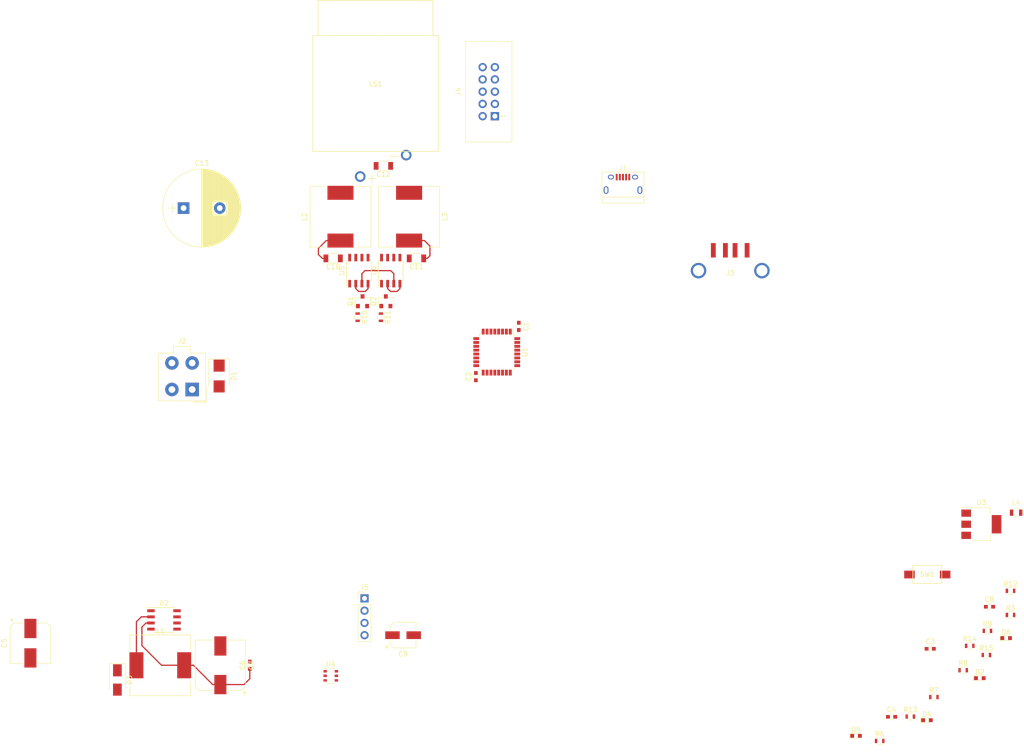
<source format=kicad_pcb>
(kicad_pcb (version 20171130) (host pcbnew "(5.0.0-rc2-dev-311-g1dd4af297)")

  (general
    (thickness 1.6)
    (drawings 1)
    (tracks 40)
    (zones 0)
    (modules 49)
    (nets 37)
  )

  (page A4)
  (layers
    (0 F.Cu signal)
    (31 B.Cu signal)
    (32 B.Adhes user)
    (33 F.Adhes user)
    (34 B.Paste user)
    (35 F.Paste user)
    (36 B.SilkS user)
    (37 F.SilkS user)
    (38 B.Mask user)
    (39 F.Mask user)
    (40 Dwgs.User user)
    (41 Cmts.User user)
    (42 Eco1.User user)
    (43 Eco2.User user)
    (44 Edge.Cuts user)
    (45 Margin user)
    (46 B.CrtYd user)
    (47 F.CrtYd user)
    (48 B.Fab user)
    (49 F.Fab user)
  )

  (setup
    (last_trace_width 0.25)
    (trace_clearance 0.2)
    (zone_clearance 0.508)
    (zone_45_only no)
    (trace_min 0.2)
    (segment_width 0.2)
    (edge_width 0.15)
    (via_size 0.8)
    (via_drill 0.4)
    (via_min_size 0.4)
    (via_min_drill 0.3)
    (uvia_size 0.3)
    (uvia_drill 0.1)
    (uvias_allowed no)
    (uvia_min_size 0.2)
    (uvia_min_drill 0.1)
    (pcb_text_width 0.3)
    (pcb_text_size 1.5 1.5)
    (mod_edge_width 0.15)
    (mod_text_size 1 1)
    (mod_text_width 0.15)
    (pad_size 1.524 1.524)
    (pad_drill 0.762)
    (pad_to_mask_clearance 0.2)
    (aux_axis_origin 0 0)
    (visible_elements 7FFFFFFF)
    (pcbplotparams
      (layerselection 0x010fc_ffffffff)
      (usegerberextensions false)
      (usegerberattributes false)
      (usegerberadvancedattributes false)
      (creategerberjobfile false)
      (excludeedgelayer true)
      (linewidth 0.100000)
      (plotframeref false)
      (viasonmask false)
      (mode 1)
      (useauxorigin false)
      (hpglpennumber 1)
      (hpglpenspeed 20)
      (hpglpendiameter 15)
      (psnegative false)
      (psa4output false)
      (plotreference true)
      (plotvalue true)
      (plotinvisibletext false)
      (padsonsilk false)
      (subtractmaskfromsilk false)
      (outputformat 1)
      (mirror false)
      (drillshape 1)
      (scaleselection 1)
      (outputdirectory ""))
  )

  (net 0 "")
  (net 1 GND)
  (net 2 +3V3)
  (net 3 "Net-(C3-Pad1)")
  (net 4 GNDA)
  (net 5 +12V)
  (net 6 +5V)
  (net 7 "Net-(C10-Pad1)")
  (net 8 "Net-(C10-Pad2)")
  (net 9 "Net-(C11-Pad2)")
  (net 10 "Net-(C11-Pad1)")
  (net 11 "Net-(C12-Pad1)")
  (net 12 "Net-(C12-Pad2)")
  (net 13 "Net-(D2-Pad2)")
  (net 14 "Net-(D3-Pad1)")
  (net 15 "Net-(D4-Pad2)")
  (net 16 "Net-(D5-Pad2)")
  (net 17 "Net-(D6-Pad2)")
  (net 18 "Net-(J3-Pad5)")
  (net 19 "Net-(J3-Pad3)")
  (net 20 "Net-(J3-Pad2)")
  (net 21 "Net-(J3-Pad1)")
  (net 22 /USB_M)
  (net 23 /USB_P)
  (net 24 /SWCLK)
  (net 25 /SWDIO)
  (net 26 "Net-(Q1-Pad1)")
  (net 27 "Net-(Q1-Pad3)")
  (net 28 "Net-(Q2-Pad3)")
  (net 29 "Net-(Q2-Pad1)")
  (net 30 /audio_L)
  (net 31 /audio_R)
  (net 32 /USB_PWR)
  (net 33 /LED_RED)
  (net 34 /LED_GREEN)
  (net 35 /LED_BLUE)
  (net 36 /PRZYCISK)

  (net_class Default "This is the default net class."
    (clearance 0.2)
    (trace_width 0.25)
    (via_dia 0.8)
    (via_drill 0.4)
    (uvia_dia 0.3)
    (uvia_drill 0.1)
    (add_net +12V)
    (add_net +3V3)
    (add_net +5V)
    (add_net /LED_BLUE)
    (add_net /LED_GREEN)
    (add_net /LED_RED)
    (add_net /PRZYCISK)
    (add_net /SWCLK)
    (add_net /SWDIO)
    (add_net /USB_M)
    (add_net /USB_P)
    (add_net /USB_PWR)
    (add_net /audio_L)
    (add_net /audio_R)
    (add_net GND)
    (add_net GNDA)
    (add_net "Net-(C10-Pad1)")
    (add_net "Net-(C10-Pad2)")
    (add_net "Net-(C11-Pad1)")
    (add_net "Net-(C11-Pad2)")
    (add_net "Net-(C12-Pad1)")
    (add_net "Net-(C12-Pad2)")
    (add_net "Net-(C3-Pad1)")
    (add_net "Net-(D2-Pad2)")
    (add_net "Net-(D3-Pad1)")
    (add_net "Net-(D4-Pad2)")
    (add_net "Net-(D5-Pad2)")
    (add_net "Net-(D6-Pad2)")
    (add_net "Net-(J3-Pad1)")
    (add_net "Net-(J3-Pad2)")
    (add_net "Net-(J3-Pad3)")
    (add_net "Net-(J3-Pad5)")
    (add_net "Net-(Q1-Pad1)")
    (add_net "Net-(Q1-Pad3)")
    (add_net "Net-(Q2-Pad1)")
    (add_net "Net-(Q2-Pad3)")
  )

  (module Capacitors_SMD:C_0603 (layer F.Cu) (tedit 59958EE7) (tstamp 5B340947)
    (at 162.687 88.265 270)
    (descr "Capacitor SMD 0603, reflow soldering, AVX (see smccp.pdf)")
    (tags "capacitor 0603")
    (path /5B2803B9)
    (attr smd)
    (fp_text reference C1 (at 0 -1.5 270) (layer F.SilkS)
      (effects (font (size 1 1) (thickness 0.15)))
    )
    (fp_text value 100n (at 0 1.5 270) (layer F.Fab)
      (effects (font (size 1 1) (thickness 0.15)))
    )
    (fp_line (start 1.4 0.65) (end -1.4 0.65) (layer F.CrtYd) (width 0.05))
    (fp_line (start 1.4 0.65) (end 1.4 -0.65) (layer F.CrtYd) (width 0.05))
    (fp_line (start -1.4 -0.65) (end -1.4 0.65) (layer F.CrtYd) (width 0.05))
    (fp_line (start -1.4 -0.65) (end 1.4 -0.65) (layer F.CrtYd) (width 0.05))
    (fp_line (start 0.35 0.6) (end -0.35 0.6) (layer F.SilkS) (width 0.12))
    (fp_line (start -0.35 -0.6) (end 0.35 -0.6) (layer F.SilkS) (width 0.12))
    (fp_line (start -0.8 -0.4) (end 0.8 -0.4) (layer F.Fab) (width 0.1))
    (fp_line (start 0.8 -0.4) (end 0.8 0.4) (layer F.Fab) (width 0.1))
    (fp_line (start 0.8 0.4) (end -0.8 0.4) (layer F.Fab) (width 0.1))
    (fp_line (start -0.8 0.4) (end -0.8 -0.4) (layer F.Fab) (width 0.1))
    (fp_text user %R (at 0 0 270) (layer F.Fab)
      (effects (font (size 0.3 0.3) (thickness 0.075)))
    )
    (pad 2 smd rect (at 0.75 0 270) (size 0.8 0.75) (layers F.Cu F.Paste F.Mask)
      (net 1 GND))
    (pad 1 smd rect (at -0.75 0 270) (size 0.8 0.75) (layers F.Cu F.Paste F.Mask)
      (net 2 +3V3))
    (model Capacitors_SMD.3dshapes/C_0603.wrl
      (at (xyz 0 0 0))
      (scale (xyz 1 1 1))
      (rotate (xyz 0 0 0))
    )
  )

  (module Capacitors_SMD:C_0603 (layer F.Cu) (tedit 59958EE7) (tstamp 5B340958)
    (at 153.797 98.679 90)
    (descr "Capacitor SMD 0603, reflow soldering, AVX (see smccp.pdf)")
    (tags "capacitor 0603")
    (path /5AE0DDFC)
    (attr smd)
    (fp_text reference C2 (at 0 -1.5 90) (layer F.SilkS)
      (effects (font (size 1 1) (thickness 0.15)))
    )
    (fp_text value 100n (at 0 1.5 90) (layer F.Fab)
      (effects (font (size 1 1) (thickness 0.15)))
    )
    (fp_text user %R (at 0 0 90) (layer F.Fab)
      (effects (font (size 0.3 0.3) (thickness 0.075)))
    )
    (fp_line (start -0.8 0.4) (end -0.8 -0.4) (layer F.Fab) (width 0.1))
    (fp_line (start 0.8 0.4) (end -0.8 0.4) (layer F.Fab) (width 0.1))
    (fp_line (start 0.8 -0.4) (end 0.8 0.4) (layer F.Fab) (width 0.1))
    (fp_line (start -0.8 -0.4) (end 0.8 -0.4) (layer F.Fab) (width 0.1))
    (fp_line (start -0.35 -0.6) (end 0.35 -0.6) (layer F.SilkS) (width 0.12))
    (fp_line (start 0.35 0.6) (end -0.35 0.6) (layer F.SilkS) (width 0.12))
    (fp_line (start -1.4 -0.65) (end 1.4 -0.65) (layer F.CrtYd) (width 0.05))
    (fp_line (start -1.4 -0.65) (end -1.4 0.65) (layer F.CrtYd) (width 0.05))
    (fp_line (start 1.4 0.65) (end 1.4 -0.65) (layer F.CrtYd) (width 0.05))
    (fp_line (start 1.4 0.65) (end -1.4 0.65) (layer F.CrtYd) (width 0.05))
    (pad 1 smd rect (at -0.75 0 90) (size 0.8 0.75) (layers F.Cu F.Paste F.Mask)
      (net 2 +3V3))
    (pad 2 smd rect (at 0.75 0 90) (size 0.8 0.75) (layers F.Cu F.Paste F.Mask)
      (net 1 GND))
    (model Capacitors_SMD.3dshapes/C_0603.wrl
      (at (xyz 0 0 0))
      (scale (xyz 1 1 1))
      (rotate (xyz 0 0 0))
    )
  )

  (module Capacitors_SMD:C_0603 (layer F.Cu) (tedit 59958EE7) (tstamp 5B340969)
    (at 247.952952 155.0815)
    (descr "Capacitor SMD 0603, reflow soldering, AVX (see smccp.pdf)")
    (tags "capacitor 0603")
    (path /5B36A8AC)
    (attr smd)
    (fp_text reference C3 (at 0 -1.5) (layer F.SilkS)
      (effects (font (size 1 1) (thickness 0.15)))
    )
    (fp_text value 100n (at 0 1.5) (layer F.Fab)
      (effects (font (size 1 1) (thickness 0.15)))
    )
    (fp_line (start 1.4 0.65) (end -1.4 0.65) (layer F.CrtYd) (width 0.05))
    (fp_line (start 1.4 0.65) (end 1.4 -0.65) (layer F.CrtYd) (width 0.05))
    (fp_line (start -1.4 -0.65) (end -1.4 0.65) (layer F.CrtYd) (width 0.05))
    (fp_line (start -1.4 -0.65) (end 1.4 -0.65) (layer F.CrtYd) (width 0.05))
    (fp_line (start 0.35 0.6) (end -0.35 0.6) (layer F.SilkS) (width 0.12))
    (fp_line (start -0.35 -0.6) (end 0.35 -0.6) (layer F.SilkS) (width 0.12))
    (fp_line (start -0.8 -0.4) (end 0.8 -0.4) (layer F.Fab) (width 0.1))
    (fp_line (start 0.8 -0.4) (end 0.8 0.4) (layer F.Fab) (width 0.1))
    (fp_line (start 0.8 0.4) (end -0.8 0.4) (layer F.Fab) (width 0.1))
    (fp_line (start -0.8 0.4) (end -0.8 -0.4) (layer F.Fab) (width 0.1))
    (fp_text user %R (at 0 0) (layer F.Fab)
      (effects (font (size 0.3 0.3) (thickness 0.075)))
    )
    (pad 2 smd rect (at 0.75 0) (size 0.8 0.75) (layers F.Cu F.Paste F.Mask)
      (net 1 GND))
    (pad 1 smd rect (at -0.75 0) (size 0.8 0.75) (layers F.Cu F.Paste F.Mask)
      (net 3 "Net-(C3-Pad1)"))
    (model Capacitors_SMD.3dshapes/C_0603.wrl
      (at (xyz 0 0 0))
      (scale (xyz 1 1 1))
      (rotate (xyz 0 0 0))
    )
  )

  (module Capacitors_SMD:C_0603 (layer F.Cu) (tedit 59958EE7) (tstamp 5B34097A)
    (at 239.942952 169.1815)
    (descr "Capacitor SMD 0603, reflow soldering, AVX (see smccp.pdf)")
    (tags "capacitor 0603")
    (path /5B70444E)
    (attr smd)
    (fp_text reference C4 (at 0 -1.5) (layer F.SilkS)
      (effects (font (size 1 1) (thickness 0.15)))
    )
    (fp_text value 100n (at 0 1.5) (layer F.Fab)
      (effects (font (size 1 1) (thickness 0.15)))
    )
    (fp_line (start 1.4 0.65) (end -1.4 0.65) (layer F.CrtYd) (width 0.05))
    (fp_line (start 1.4 0.65) (end 1.4 -0.65) (layer F.CrtYd) (width 0.05))
    (fp_line (start -1.4 -0.65) (end -1.4 0.65) (layer F.CrtYd) (width 0.05))
    (fp_line (start -1.4 -0.65) (end 1.4 -0.65) (layer F.CrtYd) (width 0.05))
    (fp_line (start 0.35 0.6) (end -0.35 0.6) (layer F.SilkS) (width 0.12))
    (fp_line (start -0.35 -0.6) (end 0.35 -0.6) (layer F.SilkS) (width 0.12))
    (fp_line (start -0.8 -0.4) (end 0.8 -0.4) (layer F.Fab) (width 0.1))
    (fp_line (start 0.8 -0.4) (end 0.8 0.4) (layer F.Fab) (width 0.1))
    (fp_line (start 0.8 0.4) (end -0.8 0.4) (layer F.Fab) (width 0.1))
    (fp_line (start -0.8 0.4) (end -0.8 -0.4) (layer F.Fab) (width 0.1))
    (fp_text user %R (at 0 0) (layer F.Fab)
      (effects (font (size 0.3 0.3) (thickness 0.075)))
    )
    (pad 2 smd rect (at 0.75 0) (size 0.8 0.75) (layers F.Cu F.Paste F.Mask)
      (net 4 GNDA))
    (pad 1 smd rect (at -0.75 0) (size 0.8 0.75) (layers F.Cu F.Paste F.Mask)
      (net 5 +12V))
    (model Capacitors_SMD.3dshapes/C_0603.wrl
      (at (xyz 0 0 0))
      (scale (xyz 1 1 1))
      (rotate (xyz 0 0 0))
    )
  )

  (module Capacitors_SMD:CP_Elec_8x6.5 (layer F.Cu) (tedit 58AA8B9D) (tstamp 5B340996)
    (at 61.468 153.924 270)
    (descr "SMT capacitor, aluminium electrolytic, 8x6.5")
    (path /5B5EB278)
    (attr smd)
    (fp_text reference C5 (at 0 5.45 270) (layer F.SilkS)
      (effects (font (size 1 1) (thickness 0.15)))
    )
    (fp_text value 330u (at 0 -5.45 270) (layer F.Fab)
      (effects (font (size 1 1) (thickness 0.15)))
    )
    (fp_circle (center 0 0) (end 0.9 3.8) (layer F.Fab) (width 0.1))
    (fp_text user + (at -1.94 -0.06 270) (layer F.Fab)
      (effects (font (size 1 1) (thickness 0.15)))
    )
    (fp_text user + (at -4.79 3.91 270) (layer F.SilkS)
      (effects (font (size 1 1) (thickness 0.15)))
    )
    (fp_text user %R (at 0 5.45 270) (layer F.Fab)
      (effects (font (size 1 1) (thickness 0.15)))
    )
    (fp_line (start -4.19 -3.43) (end -4.19 -1.56) (layer F.SilkS) (width 0.12))
    (fp_line (start -4.19 3.43) (end -4.19 1.56) (layer F.SilkS) (width 0.12))
    (fp_line (start 4.19 4.19) (end 4.19 1.56) (layer F.SilkS) (width 0.12))
    (fp_line (start 4.19 -4.19) (end 4.19 -1.56) (layer F.SilkS) (width 0.12))
    (fp_line (start 4.04 4.04) (end 4.04 -4.04) (layer F.Fab) (width 0.1))
    (fp_line (start -3.37 4.04) (end 4.04 4.04) (layer F.Fab) (width 0.1))
    (fp_line (start -4.04 3.37) (end -3.37 4.04) (layer F.Fab) (width 0.1))
    (fp_line (start -4.04 -3.37) (end -4.04 3.37) (layer F.Fab) (width 0.1))
    (fp_line (start -3.37 -4.04) (end -4.04 -3.37) (layer F.Fab) (width 0.1))
    (fp_line (start 4.04 -4.04) (end -3.37 -4.04) (layer F.Fab) (width 0.1))
    (fp_line (start 4.19 4.19) (end -3.43 4.19) (layer F.SilkS) (width 0.12))
    (fp_line (start -3.43 4.19) (end -4.19 3.43) (layer F.SilkS) (width 0.12))
    (fp_line (start -4.19 -3.43) (end -3.43 -4.19) (layer F.SilkS) (width 0.12))
    (fp_line (start -3.43 -4.19) (end 4.19 -4.19) (layer F.SilkS) (width 0.12))
    (fp_line (start -5.3 -4.29) (end 5.3 -4.29) (layer F.CrtYd) (width 0.05))
    (fp_line (start -5.3 -4.29) (end -5.3 4.29) (layer F.CrtYd) (width 0.05))
    (fp_line (start 5.3 4.29) (end 5.3 -4.29) (layer F.CrtYd) (width 0.05))
    (fp_line (start 5.3 4.29) (end -5.3 4.29) (layer F.CrtYd) (width 0.05))
    (pad 1 smd rect (at -3.05 0 90) (size 4 2.5) (layers F.Cu F.Paste F.Mask)
      (net 5 +12V))
    (pad 2 smd rect (at 3.05 0 90) (size 4 2.5) (layers F.Cu F.Paste F.Mask)
      (net 4 GNDA))
    (model Capacitors_SMD.3dshapes/CP_Elec_8x6.5.wrl
      (at (xyz 0 0 0))
      (scale (xyz 1 1 1))
      (rotate (xyz 0 0 180))
    )
  )

  (module Capacitors_SMD:C_0603 (layer F.Cu) (tedit 59958EE7) (tstamp 5B3432C5)
    (at 106.934 158.496 90)
    (descr "Capacitor SMD 0603, reflow soldering, AVX (see smccp.pdf)")
    (tags "capacitor 0603")
    (path /5B7E220B)
    (attr smd)
    (fp_text reference C6 (at 0 -1.5 90) (layer F.SilkS)
      (effects (font (size 1 1) (thickness 0.15)))
    )
    (fp_text value 100n (at 0 1.5 90) (layer F.Fab)
      (effects (font (size 1 1) (thickness 0.15)))
    )
    (fp_text user %R (at 0 0 90) (layer F.Fab)
      (effects (font (size 0.3 0.3) (thickness 0.075)))
    )
    (fp_line (start -0.8 0.4) (end -0.8 -0.4) (layer F.Fab) (width 0.1))
    (fp_line (start 0.8 0.4) (end -0.8 0.4) (layer F.Fab) (width 0.1))
    (fp_line (start 0.8 -0.4) (end 0.8 0.4) (layer F.Fab) (width 0.1))
    (fp_line (start -0.8 -0.4) (end 0.8 -0.4) (layer F.Fab) (width 0.1))
    (fp_line (start -0.35 -0.6) (end 0.35 -0.6) (layer F.SilkS) (width 0.12))
    (fp_line (start 0.35 0.6) (end -0.35 0.6) (layer F.SilkS) (width 0.12))
    (fp_line (start -1.4 -0.65) (end 1.4 -0.65) (layer F.CrtYd) (width 0.05))
    (fp_line (start -1.4 -0.65) (end -1.4 0.65) (layer F.CrtYd) (width 0.05))
    (fp_line (start 1.4 0.65) (end 1.4 -0.65) (layer F.CrtYd) (width 0.05))
    (fp_line (start 1.4 0.65) (end -1.4 0.65) (layer F.CrtYd) (width 0.05))
    (pad 1 smd rect (at -0.75 0 90) (size 0.8 0.75) (layers F.Cu F.Paste F.Mask)
      (net 6 +5V))
    (pad 2 smd rect (at 0.75 0 90) (size 0.8 0.75) (layers F.Cu F.Paste F.Mask)
      (net 4 GNDA))
    (model Capacitors_SMD.3dshapes/C_0603.wrl
      (at (xyz 0 0 0))
      (scale (xyz 1 1 1))
      (rotate (xyz 0 0 0))
    )
  )

  (module Capacitors_SMD:CP_Elec_10x10 (layer F.Cu) (tedit 58AA9194) (tstamp 5B3409C3)
    (at 100.838 158.496 90)
    (descr "SMT capacitor, aluminium electrolytic, 10x10")
    (path /5B528A81)
    (attr smd)
    (fp_text reference C7 (at 0 6.46 90) (layer F.SilkS)
      (effects (font (size 1 1) (thickness 0.15)))
    )
    (fp_text value 330u (at 0 -6.46 90) (layer F.Fab)
      (effects (font (size 1 1) (thickness 0.15)))
    )
    (fp_circle (center 0 0) (end 0.1 5) (layer F.Fab) (width 0.1))
    (fp_text user + (at -2.91 -0.08 90) (layer F.Fab)
      (effects (font (size 1 1) (thickness 0.15)))
    )
    (fp_text user + (at -5.78 4.97 90) (layer F.SilkS)
      (effects (font (size 1 1) (thickness 0.15)))
    )
    (fp_text user %R (at 0 6.46 90) (layer F.Fab)
      (effects (font (size 1 1) (thickness 0.15)))
    )
    (fp_line (start -5.21 -4.45) (end -5.21 -1.56) (layer F.SilkS) (width 0.12))
    (fp_line (start -5.21 4.45) (end -5.21 1.56) (layer F.SilkS) (width 0.12))
    (fp_line (start 5.21 5.21) (end 5.21 1.56) (layer F.SilkS) (width 0.12))
    (fp_line (start 5.21 -5.21) (end 5.21 -1.56) (layer F.SilkS) (width 0.12))
    (fp_line (start 5.05 5.05) (end 5.05 -5.05) (layer F.Fab) (width 0.1))
    (fp_line (start -4.38 5.05) (end 5.05 5.05) (layer F.Fab) (width 0.1))
    (fp_line (start -5.05 4.38) (end -4.38 5.05) (layer F.Fab) (width 0.1))
    (fp_line (start -5.05 -4.38) (end -5.05 4.38) (layer F.Fab) (width 0.1))
    (fp_line (start -4.38 -5.05) (end -5.05 -4.38) (layer F.Fab) (width 0.1))
    (fp_line (start 5.05 -5.05) (end -4.38 -5.05) (layer F.Fab) (width 0.1))
    (fp_line (start 5.21 5.21) (end -4.45 5.21) (layer F.SilkS) (width 0.12))
    (fp_line (start -4.45 5.21) (end -5.21 4.45) (layer F.SilkS) (width 0.12))
    (fp_line (start -5.21 -4.45) (end -4.45 -5.21) (layer F.SilkS) (width 0.12))
    (fp_line (start -4.45 -5.21) (end 5.21 -5.21) (layer F.SilkS) (width 0.12))
    (fp_line (start -6.25 -5.31) (end 6.25 -5.31) (layer F.CrtYd) (width 0.05))
    (fp_line (start -6.25 -5.31) (end -6.25 5.3) (layer F.CrtYd) (width 0.05))
    (fp_line (start 6.25 5.3) (end 6.25 -5.31) (layer F.CrtYd) (width 0.05))
    (fp_line (start 6.25 5.3) (end -6.25 5.3) (layer F.CrtYd) (width 0.05))
    (pad 1 smd rect (at -4 0 270) (size 4 2.5) (layers F.Cu F.Paste F.Mask)
      (net 6 +5V))
    (pad 2 smd rect (at 4 0 270) (size 4 2.5) (layers F.Cu F.Paste F.Mask)
      (net 4 GNDA))
    (model Capacitors_SMD.3dshapes/CP_Elec_10x10.wrl
      (at (xyz 0 0 0))
      (scale (xyz 1 1 1))
      (rotate (xyz 0 0 180))
    )
  )

  (module Capacitors_SMD:C_0603 (layer F.Cu) (tedit 59958EE7) (tstamp 5B3409D4)
    (at 260.232952 146.3715)
    (descr "Capacitor SMD 0603, reflow soldering, AVX (see smccp.pdf)")
    (tags "capacitor 0603")
    (path /5B36A89A)
    (attr smd)
    (fp_text reference C8 (at 0 -1.5) (layer F.SilkS)
      (effects (font (size 1 1) (thickness 0.15)))
    )
    (fp_text value 100n (at 0 1.5) (layer F.Fab)
      (effects (font (size 1 1) (thickness 0.15)))
    )
    (fp_text user %R (at 0 0) (layer F.Fab)
      (effects (font (size 0.3 0.3) (thickness 0.075)))
    )
    (fp_line (start -0.8 0.4) (end -0.8 -0.4) (layer F.Fab) (width 0.1))
    (fp_line (start 0.8 0.4) (end -0.8 0.4) (layer F.Fab) (width 0.1))
    (fp_line (start 0.8 -0.4) (end 0.8 0.4) (layer F.Fab) (width 0.1))
    (fp_line (start -0.8 -0.4) (end 0.8 -0.4) (layer F.Fab) (width 0.1))
    (fp_line (start -0.35 -0.6) (end 0.35 -0.6) (layer F.SilkS) (width 0.12))
    (fp_line (start 0.35 0.6) (end -0.35 0.6) (layer F.SilkS) (width 0.12))
    (fp_line (start -1.4 -0.65) (end 1.4 -0.65) (layer F.CrtYd) (width 0.05))
    (fp_line (start -1.4 -0.65) (end -1.4 0.65) (layer F.CrtYd) (width 0.05))
    (fp_line (start 1.4 0.65) (end 1.4 -0.65) (layer F.CrtYd) (width 0.05))
    (fp_line (start 1.4 0.65) (end -1.4 0.65) (layer F.CrtYd) (width 0.05))
    (pad 1 smd rect (at -0.75 0) (size 0.8 0.75) (layers F.Cu F.Paste F.Mask)
      (net 6 +5V))
    (pad 2 smd rect (at 0.75 0) (size 0.8 0.75) (layers F.Cu F.Paste F.Mask)
      (net 1 GND))
    (model Capacitors_SMD.3dshapes/C_0603.wrl
      (at (xyz 0 0 0))
      (scale (xyz 1 1 1))
      (rotate (xyz 0 0 0))
    )
  )

  (module Capacitors_SMD:CP_Elec_5x5.3 (layer F.Cu) (tedit 58AA8A8F) (tstamp 5B3409F0)
    (at 138.707001 152.2635)
    (descr "SMT capacitor, aluminium electrolytic, 5x5.3")
    (path /5B1168D8)
    (attr smd)
    (fp_text reference C9 (at 0 3.92) (layer F.SilkS)
      (effects (font (size 1 1) (thickness 0.15)))
    )
    (fp_text value 10u (at 0 -3.92) (layer F.Fab)
      (effects (font (size 1 1) (thickness 0.15)))
    )
    (fp_circle (center 0 0) (end 0.3 2.4) (layer F.Fab) (width 0.1))
    (fp_text user + (at -1.37 -0.08) (layer F.Fab)
      (effects (font (size 1 1) (thickness 0.15)))
    )
    (fp_text user + (at -3.38 2.34) (layer F.SilkS)
      (effects (font (size 1 1) (thickness 0.15)))
    )
    (fp_text user %R (at 0 3.92) (layer F.Fab)
      (effects (font (size 1 1) (thickness 0.15)))
    )
    (fp_line (start 2.51 2.49) (end 2.51 -2.54) (layer F.Fab) (width 0.1))
    (fp_line (start -1.84 2.49) (end 2.51 2.49) (layer F.Fab) (width 0.1))
    (fp_line (start -2.51 1.82) (end -1.84 2.49) (layer F.Fab) (width 0.1))
    (fp_line (start -2.51 -1.87) (end -2.51 1.82) (layer F.Fab) (width 0.1))
    (fp_line (start -1.84 -2.54) (end -2.51 -1.87) (layer F.Fab) (width 0.1))
    (fp_line (start 2.51 -2.54) (end -1.84 -2.54) (layer F.Fab) (width 0.1))
    (fp_line (start 2.67 -2.69) (end 2.67 -1.14) (layer F.SilkS) (width 0.12))
    (fp_line (start 2.67 2.64) (end 2.67 1.09) (layer F.SilkS) (width 0.12))
    (fp_line (start -2.67 1.88) (end -2.67 1.09) (layer F.SilkS) (width 0.12))
    (fp_line (start -2.67 -1.93) (end -2.67 -1.14) (layer F.SilkS) (width 0.12))
    (fp_line (start 2.67 -2.69) (end -1.91 -2.69) (layer F.SilkS) (width 0.12))
    (fp_line (start -1.91 -2.69) (end -2.67 -1.93) (layer F.SilkS) (width 0.12))
    (fp_line (start -2.67 1.88) (end -1.91 2.64) (layer F.SilkS) (width 0.12))
    (fp_line (start -1.91 2.64) (end 2.67 2.64) (layer F.SilkS) (width 0.12))
    (fp_line (start -3.95 -2.79) (end 3.95 -2.79) (layer F.CrtYd) (width 0.05))
    (fp_line (start -3.95 -2.79) (end -3.95 2.74) (layer F.CrtYd) (width 0.05))
    (fp_line (start 3.95 2.74) (end 3.95 -2.79) (layer F.CrtYd) (width 0.05))
    (fp_line (start 3.95 2.74) (end -3.95 2.74) (layer F.CrtYd) (width 0.05))
    (pad 1 smd rect (at -2.2 0 180) (size 3 1.6) (layers F.Cu F.Paste F.Mask)
      (net 2 +3V3))
    (pad 2 smd rect (at 2.2 0 180) (size 3 1.6) (layers F.Cu F.Paste F.Mask)
      (net 1 GND))
    (model Capacitors_SMD.3dshapes/CP_Elec_5x5.3.wrl
      (at (xyz 0 0 0))
      (scale (xyz 1 1 1))
      (rotate (xyz 0 0 180))
    )
  )

  (module Capacitors_SMD:C_1206 (layer F.Cu) (tedit 58AA84B8) (tstamp 5B340A01)
    (at 124.206 74.168 180)
    (descr "Capacitor SMD 1206, reflow soldering, AVX (see smccp.pdf)")
    (tags "capacitor 1206")
    (path /5B2C538E)
    (attr smd)
    (fp_text reference C10 (at 0 -1.75 180) (layer F.SilkS)
      (effects (font (size 1 1) (thickness 0.15)))
    )
    (fp_text value 1u (at 0 2 180) (layer F.Fab)
      (effects (font (size 1 1) (thickness 0.15)))
    )
    (fp_text user %R (at 0 -1.75 180) (layer F.Fab)
      (effects (font (size 1 1) (thickness 0.15)))
    )
    (fp_line (start -1.6 0.8) (end -1.6 -0.8) (layer F.Fab) (width 0.1))
    (fp_line (start 1.6 0.8) (end -1.6 0.8) (layer F.Fab) (width 0.1))
    (fp_line (start 1.6 -0.8) (end 1.6 0.8) (layer F.Fab) (width 0.1))
    (fp_line (start -1.6 -0.8) (end 1.6 -0.8) (layer F.Fab) (width 0.1))
    (fp_line (start 1 -1.02) (end -1 -1.02) (layer F.SilkS) (width 0.12))
    (fp_line (start -1 1.02) (end 1 1.02) (layer F.SilkS) (width 0.12))
    (fp_line (start -2.25 -1.05) (end 2.25 -1.05) (layer F.CrtYd) (width 0.05))
    (fp_line (start -2.25 -1.05) (end -2.25 1.05) (layer F.CrtYd) (width 0.05))
    (fp_line (start 2.25 1.05) (end 2.25 -1.05) (layer F.CrtYd) (width 0.05))
    (fp_line (start 2.25 1.05) (end -2.25 1.05) (layer F.CrtYd) (width 0.05))
    (pad 1 smd rect (at -1.5 0 180) (size 1 1.6) (layers F.Cu F.Paste F.Mask)
      (net 7 "Net-(C10-Pad1)"))
    (pad 2 smd rect (at 1.5 0 180) (size 1 1.6) (layers F.Cu F.Paste F.Mask)
      (net 8 "Net-(C10-Pad2)"))
    (model Capacitors_SMD.3dshapes/C_1206.wrl
      (at (xyz 0 0 0))
      (scale (xyz 1 1 1))
      (rotate (xyz 0 0 0))
    )
  )

  (module Capacitors_SMD:C_1206 (layer F.Cu) (tedit 58AA84B8) (tstamp 5B340A12)
    (at 141.478 74.168 180)
    (descr "Capacitor SMD 1206, reflow soldering, AVX (see smccp.pdf)")
    (tags "capacitor 1206")
    (path /5B2C4690)
    (attr smd)
    (fp_text reference C11 (at 0 -1.75 180) (layer F.SilkS)
      (effects (font (size 1 1) (thickness 0.15)))
    )
    (fp_text value 1u (at 0 2 180) (layer F.Fab)
      (effects (font (size 1 1) (thickness 0.15)))
    )
    (fp_line (start 2.25 1.05) (end -2.25 1.05) (layer F.CrtYd) (width 0.05))
    (fp_line (start 2.25 1.05) (end 2.25 -1.05) (layer F.CrtYd) (width 0.05))
    (fp_line (start -2.25 -1.05) (end -2.25 1.05) (layer F.CrtYd) (width 0.05))
    (fp_line (start -2.25 -1.05) (end 2.25 -1.05) (layer F.CrtYd) (width 0.05))
    (fp_line (start -1 1.02) (end 1 1.02) (layer F.SilkS) (width 0.12))
    (fp_line (start 1 -1.02) (end -1 -1.02) (layer F.SilkS) (width 0.12))
    (fp_line (start -1.6 -0.8) (end 1.6 -0.8) (layer F.Fab) (width 0.1))
    (fp_line (start 1.6 -0.8) (end 1.6 0.8) (layer F.Fab) (width 0.1))
    (fp_line (start 1.6 0.8) (end -1.6 0.8) (layer F.Fab) (width 0.1))
    (fp_line (start -1.6 0.8) (end -1.6 -0.8) (layer F.Fab) (width 0.1))
    (fp_text user %R (at 0 -1.75 180) (layer F.Fab)
      (effects (font (size 1 1) (thickness 0.15)))
    )
    (pad 2 smd rect (at 1.5 0 180) (size 1 1.6) (layers F.Cu F.Paste F.Mask)
      (net 9 "Net-(C11-Pad2)"))
    (pad 1 smd rect (at -1.5 0 180) (size 1 1.6) (layers F.Cu F.Paste F.Mask)
      (net 10 "Net-(C11-Pad1)"))
    (model Capacitors_SMD.3dshapes/C_1206.wrl
      (at (xyz 0 0 0))
      (scale (xyz 1 1 1))
      (rotate (xyz 0 0 0))
    )
  )

  (module Capacitors_SMD:C_1206 (layer F.Cu) (tedit 58AA84B8) (tstamp 5B340A23)
    (at 134.62 55 180)
    (descr "Capacitor SMD 1206, reflow soldering, AVX (see smccp.pdf)")
    (tags "capacitor 1206")
    (path /5B2BD247)
    (attr smd)
    (fp_text reference C12 (at 0 -1.75 180) (layer F.SilkS)
      (effects (font (size 1 1) (thickness 0.15)))
    )
    (fp_text value 680n (at 0 2 180) (layer F.Fab)
      (effects (font (size 1 1) (thickness 0.15)))
    )
    (fp_text user %R (at 0 -1.75 180) (layer F.Fab)
      (effects (font (size 1 1) (thickness 0.15)))
    )
    (fp_line (start -1.6 0.8) (end -1.6 -0.8) (layer F.Fab) (width 0.1))
    (fp_line (start 1.6 0.8) (end -1.6 0.8) (layer F.Fab) (width 0.1))
    (fp_line (start 1.6 -0.8) (end 1.6 0.8) (layer F.Fab) (width 0.1))
    (fp_line (start -1.6 -0.8) (end 1.6 -0.8) (layer F.Fab) (width 0.1))
    (fp_line (start 1 -1.02) (end -1 -1.02) (layer F.SilkS) (width 0.12))
    (fp_line (start -1 1.02) (end 1 1.02) (layer F.SilkS) (width 0.12))
    (fp_line (start -2.25 -1.05) (end 2.25 -1.05) (layer F.CrtYd) (width 0.05))
    (fp_line (start -2.25 -1.05) (end -2.25 1.05) (layer F.CrtYd) (width 0.05))
    (fp_line (start 2.25 1.05) (end 2.25 -1.05) (layer F.CrtYd) (width 0.05))
    (fp_line (start 2.25 1.05) (end -2.25 1.05) (layer F.CrtYd) (width 0.05))
    (pad 1 smd rect (at -1.5 0 180) (size 1 1.6) (layers F.Cu F.Paste F.Mask)
      (net 11 "Net-(C12-Pad1)"))
    (pad 2 smd rect (at 1.5 0 180) (size 1 1.6) (layers F.Cu F.Paste F.Mask)
      (net 12 "Net-(C12-Pad2)"))
    (model Capacitors_SMD.3dshapes/C_1206.wrl
      (at (xyz 0 0 0))
      (scale (xyz 1 1 1))
      (rotate (xyz 0 0 0))
    )
  )

  (module Diodes_SMD:D_SMB (layer F.Cu) (tedit 58645DF3) (tstamp 5B3442B7)
    (at 100.584 98.552 270)
    (descr "Diode SMB (DO-214AA)")
    (tags "Diode SMB (DO-214AA)")
    (path /5B418CE2)
    (attr smd)
    (fp_text reference D1 (at 0 -3 270) (layer F.SilkS)
      (effects (font (size 1 1) (thickness 0.15)))
    )
    (fp_text value transil_15V (at 0 3.1 270) (layer F.Fab)
      (effects (font (size 1 1) (thickness 0.15)))
    )
    (fp_text user %R (at 0 -3 270) (layer F.Fab)
      (effects (font (size 1 1) (thickness 0.15)))
    )
    (fp_line (start -3.55 -2.15) (end -3.55 2.15) (layer F.SilkS) (width 0.12))
    (fp_line (start 2.3 2) (end -2.3 2) (layer F.Fab) (width 0.1))
    (fp_line (start -2.3 2) (end -2.3 -2) (layer F.Fab) (width 0.1))
    (fp_line (start 2.3 -2) (end 2.3 2) (layer F.Fab) (width 0.1))
    (fp_line (start 2.3 -2) (end -2.3 -2) (layer F.Fab) (width 0.1))
    (fp_line (start -3.65 -2.25) (end 3.65 -2.25) (layer F.CrtYd) (width 0.05))
    (fp_line (start 3.65 -2.25) (end 3.65 2.25) (layer F.CrtYd) (width 0.05))
    (fp_line (start 3.65 2.25) (end -3.65 2.25) (layer F.CrtYd) (width 0.05))
    (fp_line (start -3.65 2.25) (end -3.65 -2.25) (layer F.CrtYd) (width 0.05))
    (fp_line (start -0.64944 0.00102) (end -1.55114 0.00102) (layer F.Fab) (width 0.1))
    (fp_line (start 0.50118 0.00102) (end 1.4994 0.00102) (layer F.Fab) (width 0.1))
    (fp_line (start -0.64944 -0.79908) (end -0.64944 0.80112) (layer F.Fab) (width 0.1))
    (fp_line (start 0.50118 0.75032) (end 0.50118 -0.79908) (layer F.Fab) (width 0.1))
    (fp_line (start -0.64944 0.00102) (end 0.50118 0.75032) (layer F.Fab) (width 0.1))
    (fp_line (start -0.64944 0.00102) (end 0.50118 -0.79908) (layer F.Fab) (width 0.1))
    (fp_line (start -3.55 2.15) (end 2.15 2.15) (layer F.SilkS) (width 0.12))
    (fp_line (start -3.55 -2.15) (end 2.15 -2.15) (layer F.SilkS) (width 0.12))
    (pad 1 smd rect (at -2.15 0 270) (size 2.5 2.3) (layers F.Cu F.Paste F.Mask)
      (net 5 +12V))
    (pad 2 smd rect (at 2.15 0 270) (size 2.5 2.3) (layers F.Cu F.Paste F.Mask)
      (net 4 GNDA))
    (model ${KISYS3DMOD}/Diodes_SMD.3dshapes/D_SMB.wrl
      (at (xyz 0 0 0))
      (scale (xyz 1 1 1))
      (rotate (xyz 0 0 0))
    )
  )

  (module LEDs:LED_0603 (layer F.Cu) (tedit 57FE93A5) (tstamp 5B340A50)
    (at 258.234381 161.1715)
    (descr "LED 0603 smd package")
    (tags "LED led 0603 SMD smd SMT smt smdled SMDLED smtled SMTLED")
    (path /5B36A8BE)
    (attr smd)
    (fp_text reference D2 (at 0 -1.25) (layer F.SilkS)
      (effects (font (size 1 1) (thickness 0.15)))
    )
    (fp_text value RED (at 0 1.35) (layer F.Fab)
      (effects (font (size 1 1) (thickness 0.15)))
    )
    (fp_line (start -1.45 -0.65) (end 1.45 -0.65) (layer F.CrtYd) (width 0.05))
    (fp_line (start -1.45 0.65) (end -1.45 -0.65) (layer F.CrtYd) (width 0.05))
    (fp_line (start 1.45 0.65) (end -1.45 0.65) (layer F.CrtYd) (width 0.05))
    (fp_line (start 1.45 -0.65) (end 1.45 0.65) (layer F.CrtYd) (width 0.05))
    (fp_line (start -1.3 -0.5) (end 0.8 -0.5) (layer F.SilkS) (width 0.12))
    (fp_line (start -1.3 0.5) (end 0.8 0.5) (layer F.SilkS) (width 0.12))
    (fp_line (start -0.8 0.4) (end -0.8 -0.4) (layer F.Fab) (width 0.1))
    (fp_line (start -0.8 -0.4) (end 0.8 -0.4) (layer F.Fab) (width 0.1))
    (fp_line (start 0.8 -0.4) (end 0.8 0.4) (layer F.Fab) (width 0.1))
    (fp_line (start 0.8 0.4) (end -0.8 0.4) (layer F.Fab) (width 0.1))
    (fp_line (start 0.15 -0.2) (end 0.15 0.2) (layer F.Fab) (width 0.1))
    (fp_line (start 0.15 0.2) (end -0.15 0) (layer F.Fab) (width 0.1))
    (fp_line (start -0.15 0) (end 0.15 -0.2) (layer F.Fab) (width 0.1))
    (fp_line (start -0.2 -0.2) (end -0.2 0.2) (layer F.Fab) (width 0.1))
    (fp_line (start -1.3 -0.5) (end -1.3 0.5) (layer F.SilkS) (width 0.12))
    (pad 1 smd rect (at -0.8 0 180) (size 0.8 0.8) (layers F.Cu F.Paste F.Mask)
      (net 4 GNDA))
    (pad 2 smd rect (at 0.8 0 180) (size 0.8 0.8) (layers F.Cu F.Paste F.Mask)
      (net 13 "Net-(D2-Pad2)"))
    (model ${KISYS3DMOD}/LEDs.3dshapes/LED_0603.wrl
      (at (xyz 0 0 0))
      (scale (xyz 1 1 1))
      (rotate (xyz 0 0 180))
    )
  )

  (module Diodes_SMD:D_SMA (layer F.Cu) (tedit 586432E5) (tstamp 5B340A68)
    (at 79.502 161.544 270)
    (descr "Diode SMA (DO-214AC)")
    (tags "Diode SMA (DO-214AC)")
    (path /5B5297DD)
    (attr smd)
    (fp_text reference D3 (at 0 -2.5 270) (layer F.SilkS)
      (effects (font (size 1 1) (thickness 0.15)))
    )
    (fp_text value SS14 (at 0 2.6 270) (layer F.Fab)
      (effects (font (size 1 1) (thickness 0.15)))
    )
    (fp_text user %R (at 0 -2.5 270) (layer F.Fab)
      (effects (font (size 1 1) (thickness 0.15)))
    )
    (fp_line (start -3.4 -1.65) (end -3.4 1.65) (layer F.SilkS) (width 0.12))
    (fp_line (start 2.3 1.5) (end -2.3 1.5) (layer F.Fab) (width 0.1))
    (fp_line (start -2.3 1.5) (end -2.3 -1.5) (layer F.Fab) (width 0.1))
    (fp_line (start 2.3 -1.5) (end 2.3 1.5) (layer F.Fab) (width 0.1))
    (fp_line (start 2.3 -1.5) (end -2.3 -1.5) (layer F.Fab) (width 0.1))
    (fp_line (start -3.5 -1.75) (end 3.5 -1.75) (layer F.CrtYd) (width 0.05))
    (fp_line (start 3.5 -1.75) (end 3.5 1.75) (layer F.CrtYd) (width 0.05))
    (fp_line (start 3.5 1.75) (end -3.5 1.75) (layer F.CrtYd) (width 0.05))
    (fp_line (start -3.5 1.75) (end -3.5 -1.75) (layer F.CrtYd) (width 0.05))
    (fp_line (start -0.64944 0.00102) (end -1.55114 0.00102) (layer F.Fab) (width 0.1))
    (fp_line (start 0.50118 0.00102) (end 1.4994 0.00102) (layer F.Fab) (width 0.1))
    (fp_line (start -0.64944 -0.79908) (end -0.64944 0.80112) (layer F.Fab) (width 0.1))
    (fp_line (start 0.50118 0.75032) (end 0.50118 -0.79908) (layer F.Fab) (width 0.1))
    (fp_line (start -0.64944 0.00102) (end 0.50118 0.75032) (layer F.Fab) (width 0.1))
    (fp_line (start -0.64944 0.00102) (end 0.50118 -0.79908) (layer F.Fab) (width 0.1))
    (fp_line (start -3.4 1.65) (end 2 1.65) (layer F.SilkS) (width 0.12))
    (fp_line (start -3.4 -1.65) (end 2 -1.65) (layer F.SilkS) (width 0.12))
    (pad 1 smd rect (at -2 0 270) (size 2.5 1.8) (layers F.Cu F.Paste F.Mask)
      (net 14 "Net-(D3-Pad1)"))
    (pad 2 smd rect (at 2 0 270) (size 2.5 1.8) (layers F.Cu F.Paste F.Mask)
      (net 4 GNDA))
    (model ${KISYS3DMOD}/Diodes_SMD.3dshapes/D_SMA.wrl
      (at (xyz 0 0 0))
      (scale (xyz 1 1 1))
      (rotate (xyz 0 0 0))
    )
  )

  (module LEDs:LED_0603 (layer F.Cu) (tedit 57FE93A5) (tstamp 5B340A7D)
    (at 247.274381 169.8815)
    (descr "LED 0603 smd package")
    (tags "LED led 0603 SMD smd SMT smt smdled SMDLED smtled SMTLED")
    (path /5B36A88D)
    (attr smd)
    (fp_text reference D4 (at 0 -1.25) (layer F.SilkS)
      (effects (font (size 1 1) (thickness 0.15)))
    )
    (fp_text value RED (at 0 1.35) (layer F.Fab)
      (effects (font (size 1 1) (thickness 0.15)))
    )
    (fp_line (start -1.3 -0.5) (end -1.3 0.5) (layer F.SilkS) (width 0.12))
    (fp_line (start -0.2 -0.2) (end -0.2 0.2) (layer F.Fab) (width 0.1))
    (fp_line (start -0.15 0) (end 0.15 -0.2) (layer F.Fab) (width 0.1))
    (fp_line (start 0.15 0.2) (end -0.15 0) (layer F.Fab) (width 0.1))
    (fp_line (start 0.15 -0.2) (end 0.15 0.2) (layer F.Fab) (width 0.1))
    (fp_line (start 0.8 0.4) (end -0.8 0.4) (layer F.Fab) (width 0.1))
    (fp_line (start 0.8 -0.4) (end 0.8 0.4) (layer F.Fab) (width 0.1))
    (fp_line (start -0.8 -0.4) (end 0.8 -0.4) (layer F.Fab) (width 0.1))
    (fp_line (start -0.8 0.4) (end -0.8 -0.4) (layer F.Fab) (width 0.1))
    (fp_line (start -1.3 0.5) (end 0.8 0.5) (layer F.SilkS) (width 0.12))
    (fp_line (start -1.3 -0.5) (end 0.8 -0.5) (layer F.SilkS) (width 0.12))
    (fp_line (start 1.45 -0.65) (end 1.45 0.65) (layer F.CrtYd) (width 0.05))
    (fp_line (start 1.45 0.65) (end -1.45 0.65) (layer F.CrtYd) (width 0.05))
    (fp_line (start -1.45 0.65) (end -1.45 -0.65) (layer F.CrtYd) (width 0.05))
    (fp_line (start -1.45 -0.65) (end 1.45 -0.65) (layer F.CrtYd) (width 0.05))
    (pad 2 smd rect (at 0.8 0 180) (size 0.8 0.8) (layers F.Cu F.Paste F.Mask)
      (net 15 "Net-(D4-Pad2)"))
    (pad 1 smd rect (at -0.8 0 180) (size 0.8 0.8) (layers F.Cu F.Paste F.Mask)
      (net 1 GND))
    (model ${KISYS3DMOD}/LEDs.3dshapes/LED_0603.wrl
      (at (xyz 0 0 0))
      (scale (xyz 1 1 1))
      (rotate (xyz 0 0 180))
    )
  )

  (module LEDs:LED_0603 (layer F.Cu) (tedit 57FE93A5) (tstamp 5B340A92)
    (at 232.580571 173.1215)
    (descr "LED 0603 smd package")
    (tags "LED led 0603 SMD smd SMT smt smdled SMDLED smtled SMTLED")
    (path /5A74B241)
    (attr smd)
    (fp_text reference D5 (at 0 -1.25) (layer F.SilkS)
      (effects (font (size 1 1) (thickness 0.15)))
    )
    (fp_text value GREEN (at 0 1.35) (layer F.Fab)
      (effects (font (size 1 1) (thickness 0.15)))
    )
    (fp_line (start -1.45 -0.65) (end 1.45 -0.65) (layer F.CrtYd) (width 0.05))
    (fp_line (start -1.45 0.65) (end -1.45 -0.65) (layer F.CrtYd) (width 0.05))
    (fp_line (start 1.45 0.65) (end -1.45 0.65) (layer F.CrtYd) (width 0.05))
    (fp_line (start 1.45 -0.65) (end 1.45 0.65) (layer F.CrtYd) (width 0.05))
    (fp_line (start -1.3 -0.5) (end 0.8 -0.5) (layer F.SilkS) (width 0.12))
    (fp_line (start -1.3 0.5) (end 0.8 0.5) (layer F.SilkS) (width 0.12))
    (fp_line (start -0.8 0.4) (end -0.8 -0.4) (layer F.Fab) (width 0.1))
    (fp_line (start -0.8 -0.4) (end 0.8 -0.4) (layer F.Fab) (width 0.1))
    (fp_line (start 0.8 -0.4) (end 0.8 0.4) (layer F.Fab) (width 0.1))
    (fp_line (start 0.8 0.4) (end -0.8 0.4) (layer F.Fab) (width 0.1))
    (fp_line (start 0.15 -0.2) (end 0.15 0.2) (layer F.Fab) (width 0.1))
    (fp_line (start 0.15 0.2) (end -0.15 0) (layer F.Fab) (width 0.1))
    (fp_line (start -0.15 0) (end 0.15 -0.2) (layer F.Fab) (width 0.1))
    (fp_line (start -0.2 -0.2) (end -0.2 0.2) (layer F.Fab) (width 0.1))
    (fp_line (start -1.3 -0.5) (end -1.3 0.5) (layer F.SilkS) (width 0.12))
    (pad 1 smd rect (at -0.8 0 180) (size 0.8 0.8) (layers F.Cu F.Paste F.Mask)
      (net 1 GND))
    (pad 2 smd rect (at 0.8 0 180) (size 0.8 0.8) (layers F.Cu F.Paste F.Mask)
      (net 16 "Net-(D5-Pad2)"))
    (model ${KISYS3DMOD}/LEDs.3dshapes/LED_0603.wrl
      (at (xyz 0 0 0))
      (scale (xyz 1 1 1))
      (rotate (xyz 0 0 180))
    )
  )

  (module LEDs:LED_0603 (layer F.Cu) (tedit 57FE93A5) (tstamp 5B340AA7)
    (at 263.682952 152.8715)
    (descr "LED 0603 smd package")
    (tags "LED led 0603 SMD smd SMT smt smdled SMDLED smtled SMTLED")
    (path /5A74B2C1)
    (attr smd)
    (fp_text reference D6 (at 0 -1.25) (layer F.SilkS)
      (effects (font (size 1 1) (thickness 0.15)))
    )
    (fp_text value BLUE (at 0 1.35) (layer F.Fab)
      (effects (font (size 1 1) (thickness 0.15)))
    )
    (fp_line (start -1.3 -0.5) (end -1.3 0.5) (layer F.SilkS) (width 0.12))
    (fp_line (start -0.2 -0.2) (end -0.2 0.2) (layer F.Fab) (width 0.1))
    (fp_line (start -0.15 0) (end 0.15 -0.2) (layer F.Fab) (width 0.1))
    (fp_line (start 0.15 0.2) (end -0.15 0) (layer F.Fab) (width 0.1))
    (fp_line (start 0.15 -0.2) (end 0.15 0.2) (layer F.Fab) (width 0.1))
    (fp_line (start 0.8 0.4) (end -0.8 0.4) (layer F.Fab) (width 0.1))
    (fp_line (start 0.8 -0.4) (end 0.8 0.4) (layer F.Fab) (width 0.1))
    (fp_line (start -0.8 -0.4) (end 0.8 -0.4) (layer F.Fab) (width 0.1))
    (fp_line (start -0.8 0.4) (end -0.8 -0.4) (layer F.Fab) (width 0.1))
    (fp_line (start -1.3 0.5) (end 0.8 0.5) (layer F.SilkS) (width 0.12))
    (fp_line (start -1.3 -0.5) (end 0.8 -0.5) (layer F.SilkS) (width 0.12))
    (fp_line (start 1.45 -0.65) (end 1.45 0.65) (layer F.CrtYd) (width 0.05))
    (fp_line (start 1.45 0.65) (end -1.45 0.65) (layer F.CrtYd) (width 0.05))
    (fp_line (start -1.45 0.65) (end -1.45 -0.65) (layer F.CrtYd) (width 0.05))
    (fp_line (start -1.45 -0.65) (end 1.45 -0.65) (layer F.CrtYd) (width 0.05))
    (pad 2 smd rect (at 0.8 0 180) (size 0.8 0.8) (layers F.Cu F.Paste F.Mask)
      (net 17 "Net-(D6-Pad2)"))
    (pad 1 smd rect (at -0.8 0 180) (size 0.8 0.8) (layers F.Cu F.Paste F.Mask)
      (net 1 GND))
    (model ${KISYS3DMOD}/LEDs.3dshapes/LED_0603.wrl
      (at (xyz 0 0 0))
      (scale (xyz 1 1 1))
      (rotate (xyz 0 0 180))
    )
  )

  (module mpio:Molex_MiniFit-JR-5556-04A_2x02x4.20mm_Straight (layer F.Cu) (tedit 5AE049B5) (tstamp 5B340ADD)
    (at 94.996 101.346 180)
    (descr "Molex Mini-Fit JR, PN:5556-04A, dual row, top entry type, through hole")
    (tags "connector molex mini-fit 5556")
    (path /5B36A8A8)
    (fp_text reference J2 (at 2.1 10 180) (layer F.SilkS)
      (effects (font (size 1 1) (thickness 0.15)))
    )
    (fp_text value "Mini-Fit Jr; 4,2mm" (at 2.1 -4 180) (layer F.Fab)
      (effects (font (size 1 1) (thickness 0.15)))
    )
    (fp_line (start -2.7 -2.25) (end -2.7 7.45) (layer F.Fab) (width 0.1))
    (fp_line (start -2.7 7.45) (end 6.9 7.45) (layer F.Fab) (width 0.1))
    (fp_line (start 6.9 7.45) (end 6.9 -2.25) (layer F.Fab) (width 0.1))
    (fp_line (start 6.9 -2.25) (end -2.7 -2.25) (layer F.Fab) (width 0.1))
    (fp_line (start 0.4 7.45) (end 0.4 8.85) (layer F.Fab) (width 0.1))
    (fp_line (start 0.4 8.85) (end 3.8 8.85) (layer F.Fab) (width 0.1))
    (fp_line (start 3.8 8.85) (end 3.8 7.45) (layer F.Fab) (width 0.1))
    (fp_line (start -1.75 -1.75) (end -1.75 1.75) (layer F.Fab) (width 0.1))
    (fp_line (start -1.75 1.75) (end 1.75 1.75) (layer F.Fab) (width 0.1))
    (fp_line (start 1.75 1.75) (end 1.75 -1.75) (layer F.Fab) (width 0.1))
    (fp_line (start 1.75 -1.75) (end -1.75 -1.75) (layer F.Fab) (width 0.1))
    (fp_line (start -1.75 7.25) (end -1.75 4.625) (layer F.Fab) (width 0.1))
    (fp_line (start -1.75 4.625) (end -0.875 3.75) (layer F.Fab) (width 0.1))
    (fp_line (start -0.875 3.75) (end 0.875 3.75) (layer F.Fab) (width 0.1))
    (fp_line (start 0.875 3.75) (end 1.75 4.625) (layer F.Fab) (width 0.1))
    (fp_line (start 1.75 4.625) (end 1.75 7.25) (layer F.Fab) (width 0.1))
    (fp_line (start 1.75 7.25) (end -1.75 7.25) (layer F.Fab) (width 0.1))
    (fp_line (start 2.45 3.75) (end 2.45 7.25) (layer F.Fab) (width 0.1))
    (fp_line (start 2.45 7.25) (end 5.95 7.25) (layer F.Fab) (width 0.1))
    (fp_line (start 5.95 7.25) (end 5.95 3.75) (layer F.Fab) (width 0.1))
    (fp_line (start 5.95 3.75) (end 2.45 3.75) (layer F.Fab) (width 0.1))
    (fp_line (start 2.45 1.75) (end 2.45 -0.875) (layer F.Fab) (width 0.1))
    (fp_line (start 2.45 -0.875) (end 3.325 -1.75) (layer F.Fab) (width 0.1))
    (fp_line (start 3.325 -1.75) (end 5.075 -1.75) (layer F.Fab) (width 0.1))
    (fp_line (start 5.075 -1.75) (end 5.95 -0.875) (layer F.Fab) (width 0.1))
    (fp_line (start 5.95 -0.875) (end 5.95 1.75) (layer F.Fab) (width 0.1))
    (fp_line (start 5.95 1.75) (end 2.45 1.75) (layer F.Fab) (width 0.1))
    (fp_line (start 2.1 -2.35) (end -2.8 -2.35) (layer F.SilkS) (width 0.12))
    (fp_line (start -2.8 -2.35) (end -2.8 7.55) (layer F.SilkS) (width 0.12))
    (fp_line (start -2.8 7.55) (end 0.3 7.55) (layer F.SilkS) (width 0.12))
    (fp_line (start 0.3 7.55) (end 0.3 8.95) (layer F.SilkS) (width 0.12))
    (fp_line (start 0.3 8.95) (end 2.1 8.95) (layer F.SilkS) (width 0.12))
    (fp_line (start 2.1 -2.35) (end 7 -2.35) (layer F.SilkS) (width 0.12))
    (fp_line (start 7 -2.35) (end 7 7.55) (layer F.SilkS) (width 0.12))
    (fp_line (start 7 7.55) (end 3.9 7.55) (layer F.SilkS) (width 0.12))
    (fp_line (start 3.9 7.55) (end 3.9 8.95) (layer F.SilkS) (width 0.12))
    (fp_line (start 3.9 8.95) (end 2.1 8.95) (layer F.SilkS) (width 0.12))
    (fp_line (start -0.2 -2.6) (end -3.05 -2.6) (layer F.SilkS) (width 0.12))
    (fp_line (start -3.05 -2.6) (end -3.05 0.25) (layer F.SilkS) (width 0.12))
    (fp_line (start -0.2 -2.6) (end -3.05 -2.6) (layer F.Fab) (width 0.1))
    (fp_line (start -3.05 -2.6) (end -3.05 0.25) (layer F.Fab) (width 0.1))
    (fp_line (start -3.15 -2.75) (end -3.15 9.3) (layer F.CrtYd) (width 0.05))
    (fp_line (start -3.15 9.3) (end 7.4 9.3) (layer F.CrtYd) (width 0.05))
    (fp_line (start 7.4 9.3) (end 7.4 -2.75) (layer F.CrtYd) (width 0.05))
    (fp_line (start 7.4 -2.75) (end -3.15 -2.75) (layer F.CrtYd) (width 0.05))
    (fp_text user %R (at 2.1 3 180) (layer F.Fab)
      (effects (font (size 1 1) (thickness 0.15)))
    )
    (pad 1 thru_hole rect (at 0 0 180) (size 2.8 2.8) (drill 1.4) (layers *.Cu *.Mask)
      (net 4 GNDA))
    (pad 2 thru_hole circle (at 4.2 0 180) (size 2.8 2.8) (drill 1.4) (layers *.Cu *.Mask)
      (net 4 GNDA))
    (pad 3 thru_hole circle (at 0 5.5 180) (size 2.8 2.8) (drill 1.4) (layers *.Cu *.Mask)
      (net 5 +12V))
    (pad 4 thru_hole circle (at 4.2 5.5 180) (size 2.8 2.8) (drill 1.4) (layers *.Cu *.Mask)
      (net 5 +12V))
    (model ${KICADMPIO}/mpio.3dshapes/Molex_MiniFit-JR-5556-04A_2x02x4.20mm_Straight.wrl
      (offset (xyz 2.1 -2.55 0))
      (scale (xyz 0.3937007874015748 0.3937007874015748 0.3937007874015748))
      (rotate (xyz -90 0 180))
    )
  )

  (module mpio:USB-A_SMD (layer F.Cu) (tedit 5AF2C756) (tstamp 5B340AED)
    (at 206.502 76.708)
    (descr https://www.tme.eu/pl/details/tuea4f2s0bht/zlacza-usb-i-ieee1394/amphenol/)
    (tags "AMPHENOL TUEA4F2S0BHT ")
    (path /5ACB968E)
    (fp_text reference J3 (at 0 0.5) (layer F.SilkS)
      (effects (font (size 1 1) (thickness 0.15)))
    )
    (fp_text value TUEA4F2SOBHT (at 0 -0.5) (layer F.Fab)
      (effects (font (size 1 1) (thickness 0.15)))
    )
    (fp_line (start 7.5 0) (end 7.5 10.6) (layer F.Fab) (width 0.15))
    (fp_line (start -7.5 0) (end -7.5 10.6) (layer F.Fab) (width 0.15))
    (fp_line (start -7.5 -4.4) (end -7.5 0) (layer F.CrtYd) (width 0.15))
    (fp_line (start 7.5 -4.4) (end 7.5 0) (layer F.Fab) (width 0.15))
    (fp_line (start -7.5 -4.4) (end 7.5 -4.4) (layer F.Fab) (width 0.15))
    (fp_line (start -7.5 10.6) (end 7.5 10.6) (layer F.Fab) (width 0.15))
    (pad 5 thru_hole circle (at -6.57 0) (size 3.2 3.2) (drill 2.3) (layers *.Cu *.Mask)
      (net 18 "Net-(J3-Pad5)"))
    (pad 5 thru_hole circle (at 6.57 0) (size 3.2 3.2) (drill 2.3) (layers *.Cu *.Mask)
      (net 18 "Net-(J3-Pad5)"))
    (pad 3 smd rect (at 1 -4.21) (size 1 3) (layers F.Cu F.Paste F.Mask)
      (net 19 "Net-(J3-Pad3)"))
    (pad 4 smd rect (at 3.5 -4.21) (size 1 3) (layers F.Cu F.Paste F.Mask)
      (net 1 GND))
    (pad 2 smd rect (at -1 -4.21) (size 1 3) (layers F.Cu F.Paste F.Mask)
      (net 20 "Net-(J3-Pad2)"))
    (pad 1 smd rect (at -3.5 -4.21) (size 1 3) (layers F.Cu F.Paste F.Mask)
      (net 21 "Net-(J3-Pad1)"))
    (model ${KICADMPIO}/mpio.3dshapes/USB-A_SMD.wrl
      (offset (xyz 0 -10.3 0.5))
      (scale (xyz 0.3937007874015748 0.3937007874015748 0.3937007874015748))
      (rotate (xyz -90 0 0))
    )
  )

  (module mpio:IDC10 (layer F.Cu) (tedit 0) (tstamp 5B340B13)
    (at 157.734 44.704 90)
    (descr "10 pins through hole IDC header")
    (tags "IDC header socket VASCH")
    (path /5B36A8A0)
    (fp_text reference J4 (at 5.08 -7.62 90) (layer F.SilkS)
      (effects (font (size 1 1) (thickness 0.15)))
    )
    (fp_text value Conn_02x05 (at 5.08 5.223 90) (layer F.Fab)
      (effects (font (size 1 1) (thickness 0.15)))
    )
    (fp_line (start -5.08 -5.82) (end 15.24 -5.82) (layer F.Fab) (width 0.1))
    (fp_line (start -4.54 -5.27) (end 14.68 -5.27) (layer F.Fab) (width 0.1))
    (fp_line (start -5.08 3.28) (end 15.24 3.28) (layer F.Fab) (width 0.1))
    (fp_line (start -4.54 2.73) (end 2.83 2.73) (layer F.Fab) (width 0.1))
    (fp_line (start 7.33 2.73) (end 14.68 2.73) (layer F.Fab) (width 0.1))
    (fp_line (start 2.83 2.73) (end 2.83 3.28) (layer F.Fab) (width 0.1))
    (fp_line (start 7.33 2.73) (end 7.33 3.28) (layer F.Fab) (width 0.1))
    (fp_line (start -5.08 -5.82) (end -5.08 3.28) (layer F.Fab) (width 0.1))
    (fp_line (start -4.54 -5.27) (end -4.54 2.73) (layer F.Fab) (width 0.1))
    (fp_line (start 15.24 -5.82) (end 15.24 3.28) (layer F.Fab) (width 0.1))
    (fp_line (start 14.68 -5.27) (end 14.68 2.73) (layer F.Fab) (width 0.1))
    (fp_line (start -5.08 -5.82) (end -4.54 -5.27) (layer F.Fab) (width 0.1))
    (fp_line (start 15.24 -5.82) (end 14.68 -5.27) (layer F.Fab) (width 0.1))
    (fp_line (start -5.08 3.28) (end -4.54 2.73) (layer F.Fab) (width 0.1))
    (fp_line (start 15.24 3.28) (end 14.68 2.73) (layer F.Fab) (width 0.1))
    (fp_line (start -5.58 -6.32) (end 15.74 -6.32) (layer F.CrtYd) (width 0.05))
    (fp_line (start 15.74 -6.32) (end 15.74 3.78) (layer F.CrtYd) (width 0.05))
    (fp_line (start 15.74 3.78) (end -5.58 3.78) (layer F.CrtYd) (width 0.05))
    (fp_line (start -5.58 3.78) (end -5.58 -6.32) (layer F.CrtYd) (width 0.05))
    (fp_text user 1 (at 0.02 1.72 90) (layer F.SilkS)
      (effects (font (size 1 1) (thickness 0.12)))
    )
    (fp_line (start -5.33 -6.07) (end 15.49 -6.07) (layer F.SilkS) (width 0.12))
    (fp_line (start 15.49 -6.07) (end 15.49 3.53) (layer F.SilkS) (width 0.12))
    (fp_line (start 15.49 3.53) (end -5.33 3.53) (layer F.SilkS) (width 0.12))
    (fp_line (start -5.33 3.53) (end -5.33 -6.07) (layer F.SilkS) (width 0.12))
    (pad 1 thru_hole rect (at 0 0 90) (size 1.7272 1.7272) (drill 1.016) (layers *.Cu *.Mask))
    (pad 2 thru_hole oval (at 0 -2.54 90) (size 1.7272 1.7272) (drill 1.016) (layers *.Cu *.Mask))
    (pad 3 thru_hole oval (at 2.54 0 90) (size 1.7272 1.7272) (drill 1.016) (layers *.Cu *.Mask)
      (net 22 /USB_M))
    (pad 4 thru_hole oval (at 2.54 -2.54 90) (size 1.7272 1.7272) (drill 1.016) (layers *.Cu *.Mask)
      (net 20 "Net-(J3-Pad2)"))
    (pad 5 thru_hole oval (at 5.08 0 90) (size 1.7272 1.7272) (drill 1.016) (layers *.Cu *.Mask)
      (net 23 /USB_P))
    (pad 6 thru_hole oval (at 5.08 -2.54 90) (size 1.7272 1.7272) (drill 1.016) (layers *.Cu *.Mask)
      (net 19 "Net-(J3-Pad3)"))
    (pad 7 thru_hole oval (at 7.62 0 90) (size 1.7272 1.7272) (drill 1.016) (layers *.Cu *.Mask)
      (net 1 GND))
    (pad 8 thru_hole oval (at 7.62 -2.54 90) (size 1.7272 1.7272) (drill 1.016) (layers *.Cu *.Mask)
      (net 1 GND))
    (pad 9 thru_hole oval (at 10.16 0 90) (size 1.7272 1.7272) (drill 1.016) (layers *.Cu *.Mask))
    (pad 10 thru_hole oval (at 10.16 -2.54 90) (size 1.7272 1.7272) (drill 1.016) (layers *.Cu *.Mask)
      (net 18 "Net-(J3-Pad5)"))
    (model ${KICADMPIO}/mpio.3dshapes/IDC10.wrl
      (offset (xyz 5.079999923706055 1.269999980926514 0))
      (scale (xyz 0.393701 0.393701 0.393701))
      (rotate (xyz 0 0 0))
    )
  )

  (module Pin_Headers:Pin_Header_Straight_1x04_Pitch2.54mm (layer F.Cu) (tedit 59650532) (tstamp 5B340B2B)
    (at 130.714619 144.6435)
    (descr "Through hole straight pin header, 1x04, 2.54mm pitch, single row")
    (tags "Through hole pin header THT 1x04 2.54mm single row")
    (path /5B031861)
    (fp_text reference J5 (at 0 -2.33) (layer F.SilkS)
      (effects (font (size 1 1) (thickness 0.15)))
    )
    (fp_text value SWD_4pin (at 0 9.95) (layer F.Fab)
      (effects (font (size 1 1) (thickness 0.15)))
    )
    (fp_line (start -0.635 -1.27) (end 1.27 -1.27) (layer F.Fab) (width 0.1))
    (fp_line (start 1.27 -1.27) (end 1.27 8.89) (layer F.Fab) (width 0.1))
    (fp_line (start 1.27 8.89) (end -1.27 8.89) (layer F.Fab) (width 0.1))
    (fp_line (start -1.27 8.89) (end -1.27 -0.635) (layer F.Fab) (width 0.1))
    (fp_line (start -1.27 -0.635) (end -0.635 -1.27) (layer F.Fab) (width 0.1))
    (fp_line (start -1.33 8.95) (end 1.33 8.95) (layer F.SilkS) (width 0.12))
    (fp_line (start -1.33 1.27) (end -1.33 8.95) (layer F.SilkS) (width 0.12))
    (fp_line (start 1.33 1.27) (end 1.33 8.95) (layer F.SilkS) (width 0.12))
    (fp_line (start -1.33 1.27) (end 1.33 1.27) (layer F.SilkS) (width 0.12))
    (fp_line (start -1.33 0) (end -1.33 -1.33) (layer F.SilkS) (width 0.12))
    (fp_line (start -1.33 -1.33) (end 0 -1.33) (layer F.SilkS) (width 0.12))
    (fp_line (start -1.8 -1.8) (end -1.8 9.4) (layer F.CrtYd) (width 0.05))
    (fp_line (start -1.8 9.4) (end 1.8 9.4) (layer F.CrtYd) (width 0.05))
    (fp_line (start 1.8 9.4) (end 1.8 -1.8) (layer F.CrtYd) (width 0.05))
    (fp_line (start 1.8 -1.8) (end -1.8 -1.8) (layer F.CrtYd) (width 0.05))
    (fp_text user %R (at 0 3.81 90) (layer F.Fab)
      (effects (font (size 1 1) (thickness 0.15)))
    )
    (pad 1 thru_hole rect (at 0 0) (size 1.7 1.7) (drill 1) (layers *.Cu *.Mask)
      (net 2 +3V3))
    (pad 2 thru_hole oval (at 0 2.54) (size 1.7 1.7) (drill 1) (layers *.Cu *.Mask)
      (net 24 /SWCLK))
    (pad 3 thru_hole oval (at 0 5.08) (size 1.7 1.7) (drill 1) (layers *.Cu *.Mask)
      (net 1 GND))
    (pad 4 thru_hole oval (at 0 7.62) (size 1.7 1.7) (drill 1) (layers *.Cu *.Mask)
      (net 25 /SWDIO))
    (model ${KISYS3DMOD}/Pin_Headers.3dshapes/Pin_Header_Straight_1x04_Pitch2.54mm.wrl
      (at (xyz 0 0 0))
      (scale (xyz 1 1 1))
      (rotate (xyz 0 0 0))
    )
  )

  (module Inductors_SMD:L_12x12mm_h6mm (layer F.Cu) (tedit 5990349B) (tstamp 5B342F1D)
    (at 88.392 158.496)
    (descr "Choke, SMD, 12x12mm 6mm height")
    (tags "Choke SMD")
    (path /5B525580)
    (attr smd)
    (fp_text reference L1 (at 0 -7.1) (layer F.SilkS)
      (effects (font (size 1 1) (thickness 0.15)))
    )
    (fp_text value 47u (at 0 7.5) (layer F.Fab)
      (effects (font (size 1 1) (thickness 0.15)))
    )
    (fp_text user %R (at 0 0) (layer F.Fab)
      (effects (font (size 1 1) (thickness 0.15)))
    )
    (fp_line (start 6.3 3.3) (end 6.3 6.3) (layer F.SilkS) (width 0.12))
    (fp_line (start 6.3 6.3) (end -6.3 6.3) (layer F.SilkS) (width 0.12))
    (fp_line (start -6.3 6.3) (end -6.3 3.3) (layer F.SilkS) (width 0.12))
    (fp_line (start -6.3 -3.3) (end -6.3 -6.3) (layer F.SilkS) (width 0.12))
    (fp_line (start -6.3 -6.3) (end 6.3 -6.3) (layer F.SilkS) (width 0.12))
    (fp_line (start 6.3 -6.3) (end 6.3 -3.3) (layer F.SilkS) (width 0.12))
    (fp_line (start -6.86 -6.6) (end 6.86 -6.6) (layer F.CrtYd) (width 0.05))
    (fp_line (start 6.86 -6.6) (end 6.86 6.6) (layer F.CrtYd) (width 0.05))
    (fp_line (start 6.86 6.6) (end -6.86 6.6) (layer F.CrtYd) (width 0.05))
    (fp_line (start -6.86 6.6) (end -6.86 -6.6) (layer F.CrtYd) (width 0.05))
    (fp_line (start 4.9 3.3) (end 5 3.4) (layer F.Fab) (width 0.1))
    (fp_line (start 5 3.4) (end 5.1 3.8) (layer F.Fab) (width 0.1))
    (fp_line (start 5.1 3.8) (end 5 4.3) (layer F.Fab) (width 0.1))
    (fp_line (start 5 4.3) (end 4.8 4.6) (layer F.Fab) (width 0.1))
    (fp_line (start 4.8 4.6) (end 4.5 5) (layer F.Fab) (width 0.1))
    (fp_line (start 4.5 5) (end 4 5.1) (layer F.Fab) (width 0.1))
    (fp_line (start 4 5.1) (end 3.5 5) (layer F.Fab) (width 0.1))
    (fp_line (start 3.5 5) (end 3.1 4.7) (layer F.Fab) (width 0.1))
    (fp_line (start 3.1 4.7) (end 3 4.6) (layer F.Fab) (width 0.1))
    (fp_line (start 3 4.6) (end 2.4 5) (layer F.Fab) (width 0.1))
    (fp_line (start 2.4 5) (end 1.6 5.3) (layer F.Fab) (width 0.1))
    (fp_line (start 1.6 5.3) (end 0.6 5.5) (layer F.Fab) (width 0.1))
    (fp_line (start 0.6 5.5) (end -0.6 5.5) (layer F.Fab) (width 0.1))
    (fp_line (start -0.6 5.5) (end -1.5 5.3) (layer F.Fab) (width 0.1))
    (fp_line (start -1.5 5.3) (end -2.1 5.1) (layer F.Fab) (width 0.1))
    (fp_line (start -2.1 5.1) (end -2.6 4.9) (layer F.Fab) (width 0.1))
    (fp_line (start -2.6 4.9) (end -3 4.7) (layer F.Fab) (width 0.1))
    (fp_line (start -3 4.7) (end -3.3 4.9) (layer F.Fab) (width 0.1))
    (fp_line (start -3.3 4.9) (end -3.9 5.1) (layer F.Fab) (width 0.1))
    (fp_line (start -3.9 5.1) (end -4.3 5) (layer F.Fab) (width 0.1))
    (fp_line (start -4.3 5) (end -4.6 4.8) (layer F.Fab) (width 0.1))
    (fp_line (start -4.6 4.8) (end -4.9 4.6) (layer F.Fab) (width 0.1))
    (fp_line (start -4.9 4.6) (end -5.1 4.1) (layer F.Fab) (width 0.1))
    (fp_line (start -5.1 4.1) (end -5 3.6) (layer F.Fab) (width 0.1))
    (fp_line (start -5 3.6) (end -4.8 3.2) (layer F.Fab) (width 0.1))
    (fp_line (start 4.9 -3.3) (end 5 -3.6) (layer F.Fab) (width 0.1))
    (fp_line (start 5 -3.6) (end 5.1 -4) (layer F.Fab) (width 0.1))
    (fp_line (start 5.1 -4) (end 5 -4.3) (layer F.Fab) (width 0.1))
    (fp_line (start 5 -4.3) (end 4.8 -4.7) (layer F.Fab) (width 0.1))
    (fp_line (start 4.8 -4.7) (end 4.5 -4.9) (layer F.Fab) (width 0.1))
    (fp_line (start 4.5 -4.9) (end 4.2 -5.1) (layer F.Fab) (width 0.1))
    (fp_line (start 4.2 -5.1) (end 3.9 -5.1) (layer F.Fab) (width 0.1))
    (fp_line (start 3.9 -5.1) (end 3.6 -5) (layer F.Fab) (width 0.1))
    (fp_line (start 3.6 -5) (end 3.3 -4.9) (layer F.Fab) (width 0.1))
    (fp_line (start 3.3 -4.9) (end 3 -4.6) (layer F.Fab) (width 0.1))
    (fp_line (start 3 -4.6) (end 2.6 -4.9) (layer F.Fab) (width 0.1))
    (fp_line (start 2.6 -4.9) (end 2.2 -5.1) (layer F.Fab) (width 0.1))
    (fp_line (start 2.2 -5.1) (end 1.7 -5.3) (layer F.Fab) (width 0.1))
    (fp_line (start 1.7 -5.3) (end 0.9 -5.5) (layer F.Fab) (width 0.1))
    (fp_line (start 0.9 -5.5) (end 0 -5.6) (layer F.Fab) (width 0.1))
    (fp_line (start 0 -5.6) (end -0.8 -5.5) (layer F.Fab) (width 0.1))
    (fp_line (start -0.8 -5.5) (end -1.7 -5.3) (layer F.Fab) (width 0.1))
    (fp_line (start -1.7 -5.3) (end -2.6 -4.9) (layer F.Fab) (width 0.1))
    (fp_line (start -2.6 -4.9) (end -3 -4.7) (layer F.Fab) (width 0.1))
    (fp_line (start -3 -4.7) (end -3.3 -4.9) (layer F.Fab) (width 0.1))
    (fp_line (start -3.3 -4.9) (end -3.7 -5.1) (layer F.Fab) (width 0.1))
    (fp_line (start -3.7 -5.1) (end -4.2 -5) (layer F.Fab) (width 0.1))
    (fp_line (start -4.2 -5) (end -4.6 -4.8) (layer F.Fab) (width 0.1))
    (fp_line (start -4.6 -4.8) (end -4.9 -4.5) (layer F.Fab) (width 0.1))
    (fp_line (start -4.9 -4.5) (end -5.1 -4) (layer F.Fab) (width 0.1))
    (fp_line (start -5.1 -4) (end -5 -3.5) (layer F.Fab) (width 0.1))
    (fp_line (start -5 -3.5) (end -4.8 -3.2) (layer F.Fab) (width 0.1))
    (fp_line (start -6.2 3.3) (end -6.2 6.2) (layer F.Fab) (width 0.1))
    (fp_line (start -6.2 6.2) (end 6.2 6.2) (layer F.Fab) (width 0.1))
    (fp_line (start 6.2 6.2) (end 6.2 3.3) (layer F.Fab) (width 0.1))
    (fp_line (start 6.2 -6.2) (end -6.2 -6.2) (layer F.Fab) (width 0.1))
    (fp_line (start -6.2 -6.2) (end -6.2 -3.3) (layer F.Fab) (width 0.1))
    (fp_line (start 6.2 -6.2) (end 6.2 -3.3) (layer F.Fab) (width 0.1))
    (fp_circle (center 0 0) (end 0.9 0) (layer F.Adhes) (width 0.38))
    (fp_circle (center 0 0) (end 0.55 0) (layer F.Adhes) (width 0.38))
    (fp_circle (center 0 0) (end 0.15 0.15) (layer F.Adhes) (width 0.38))
    (fp_circle (center -2.1 3) (end -1.8 3.25) (layer F.Fab) (width 0.1))
    (pad 1 smd rect (at -4.95 0) (size 2.9 5.4) (layers F.Cu F.Paste F.Mask)
      (net 14 "Net-(D3-Pad1)"))
    (pad 2 smd rect (at 4.95 0) (size 2.9 5.4) (layers F.Cu F.Paste F.Mask)
      (net 6 +5V))
    (model ${KISYS3DMOD}/Inductors_SMD.3dshapes/L_12x12mm_h6mm.wrl
      (at (xyz 0 0 0))
      (scale (xyz 4 4 4))
      (rotate (xyz 0 0 0))
    )
  )

  (module Inductors_SMD:L_12x12mm_h8mm (layer F.Cu) (tedit 5990349C) (tstamp 5B340BC9)
    (at 125.73 65.532 90)
    (descr "Choke, SMD, 12x12mm 8mm height")
    (tags "Choke SMD")
    (path /5B2BD09F)
    (attr smd)
    (fp_text reference L2 (at 0 -7.4 90) (layer F.SilkS)
      (effects (font (size 1 1) (thickness 0.15)))
    )
    (fp_text value 10/22u (at 0 7.6 90) (layer F.Fab)
      (effects (font (size 1 1) (thickness 0.15)))
    )
    (fp_circle (center -2.1 3) (end -1.8 3.25) (layer F.Fab) (width 0.1))
    (fp_circle (center 0 0) (end 0.15 0.15) (layer F.Adhes) (width 0.38))
    (fp_circle (center 0 0) (end 0.55 0) (layer F.Adhes) (width 0.38))
    (fp_circle (center 0 0) (end 0.9 0) (layer F.Adhes) (width 0.38))
    (fp_line (start 6.2 -6.2) (end 6.2 -3.3) (layer F.Fab) (width 0.1))
    (fp_line (start -6.2 -6.2) (end -6.2 -3.3) (layer F.Fab) (width 0.1))
    (fp_line (start 6.2 -6.2) (end -6.2 -6.2) (layer F.Fab) (width 0.1))
    (fp_line (start 6.2 6.2) (end 6.2 3.3) (layer F.Fab) (width 0.1))
    (fp_line (start -6.2 6.2) (end 6.2 6.2) (layer F.Fab) (width 0.1))
    (fp_line (start -6.2 3.3) (end -6.2 6.2) (layer F.Fab) (width 0.1))
    (fp_line (start -5 -3.5) (end -4.8 -3.2) (layer F.Fab) (width 0.1))
    (fp_line (start -5.1 -4) (end -5 -3.5) (layer F.Fab) (width 0.1))
    (fp_line (start -4.9 -4.5) (end -5.1 -4) (layer F.Fab) (width 0.1))
    (fp_line (start -4.6 -4.8) (end -4.9 -4.5) (layer F.Fab) (width 0.1))
    (fp_line (start -4.2 -5) (end -4.6 -4.8) (layer F.Fab) (width 0.1))
    (fp_line (start -3.7 -5.1) (end -4.2 -5) (layer F.Fab) (width 0.1))
    (fp_line (start -3.3 -4.9) (end -3.7 -5.1) (layer F.Fab) (width 0.1))
    (fp_line (start -3 -4.7) (end -3.3 -4.9) (layer F.Fab) (width 0.1))
    (fp_line (start -2.6 -4.9) (end -3 -4.7) (layer F.Fab) (width 0.1))
    (fp_line (start -1.7 -5.3) (end -2.6 -4.9) (layer F.Fab) (width 0.1))
    (fp_line (start -0.8 -5.5) (end -1.7 -5.3) (layer F.Fab) (width 0.1))
    (fp_line (start 0 -5.6) (end -0.8 -5.5) (layer F.Fab) (width 0.1))
    (fp_line (start 0.9 -5.5) (end 0 -5.6) (layer F.Fab) (width 0.1))
    (fp_line (start 1.7 -5.3) (end 0.9 -5.5) (layer F.Fab) (width 0.1))
    (fp_line (start 2.2 -5.1) (end 1.7 -5.3) (layer F.Fab) (width 0.1))
    (fp_line (start 2.6 -4.9) (end 2.2 -5.1) (layer F.Fab) (width 0.1))
    (fp_line (start 3 -4.6) (end 2.6 -4.9) (layer F.Fab) (width 0.1))
    (fp_line (start 3.3 -4.9) (end 3 -4.6) (layer F.Fab) (width 0.1))
    (fp_line (start 3.6 -5) (end 3.3 -4.9) (layer F.Fab) (width 0.1))
    (fp_line (start 3.9 -5.1) (end 3.6 -5) (layer F.Fab) (width 0.1))
    (fp_line (start 4.2 -5.1) (end 3.9 -5.1) (layer F.Fab) (width 0.1))
    (fp_line (start 4.5 -4.9) (end 4.2 -5.1) (layer F.Fab) (width 0.1))
    (fp_line (start 4.8 -4.7) (end 4.5 -4.9) (layer F.Fab) (width 0.1))
    (fp_line (start 5 -4.3) (end 4.8 -4.7) (layer F.Fab) (width 0.1))
    (fp_line (start 5.1 -4) (end 5 -4.3) (layer F.Fab) (width 0.1))
    (fp_line (start 5 -3.6) (end 5.1 -4) (layer F.Fab) (width 0.1))
    (fp_line (start 4.9 -3.3) (end 5 -3.6) (layer F.Fab) (width 0.1))
    (fp_line (start -5 3.6) (end -4.8 3.2) (layer F.Fab) (width 0.1))
    (fp_line (start -5.1 4.1) (end -5 3.6) (layer F.Fab) (width 0.1))
    (fp_line (start -4.9 4.6) (end -5.1 4.1) (layer F.Fab) (width 0.1))
    (fp_line (start -4.6 4.8) (end -4.9 4.6) (layer F.Fab) (width 0.1))
    (fp_line (start -4.3 5) (end -4.6 4.8) (layer F.Fab) (width 0.1))
    (fp_line (start -3.9 5.1) (end -4.3 5) (layer F.Fab) (width 0.1))
    (fp_line (start -3.3 4.9) (end -3.9 5.1) (layer F.Fab) (width 0.1))
    (fp_line (start -3 4.7) (end -3.3 4.9) (layer F.Fab) (width 0.1))
    (fp_line (start -2.6 4.9) (end -3 4.7) (layer F.Fab) (width 0.1))
    (fp_line (start -2.1 5.1) (end -2.6 4.9) (layer F.Fab) (width 0.1))
    (fp_line (start -1.5 5.3) (end -2.1 5.1) (layer F.Fab) (width 0.1))
    (fp_line (start -0.6 5.5) (end -1.5 5.3) (layer F.Fab) (width 0.1))
    (fp_line (start 0.6 5.5) (end -0.6 5.5) (layer F.Fab) (width 0.1))
    (fp_line (start 1.6 5.3) (end 0.6 5.5) (layer F.Fab) (width 0.1))
    (fp_line (start 2.4 5) (end 1.6 5.3) (layer F.Fab) (width 0.1))
    (fp_line (start 3 4.6) (end 2.4 5) (layer F.Fab) (width 0.1))
    (fp_line (start 3.1 4.7) (end 3 4.6) (layer F.Fab) (width 0.1))
    (fp_line (start 3.5 5) (end 3.1 4.7) (layer F.Fab) (width 0.1))
    (fp_line (start 4 5.1) (end 3.5 5) (layer F.Fab) (width 0.1))
    (fp_line (start 4.5 5) (end 4 5.1) (layer F.Fab) (width 0.1))
    (fp_line (start 4.8 4.6) (end 4.5 5) (layer F.Fab) (width 0.1))
    (fp_line (start 5 4.3) (end 4.8 4.6) (layer F.Fab) (width 0.1))
    (fp_line (start 5.1 3.8) (end 5 4.3) (layer F.Fab) (width 0.1))
    (fp_line (start 5 3.4) (end 5.1 3.8) (layer F.Fab) (width 0.1))
    (fp_line (start 4.9 3.3) (end 5 3.4) (layer F.Fab) (width 0.1))
    (fp_line (start -6.86 6.6) (end -6.86 -6.6) (layer F.CrtYd) (width 0.05))
    (fp_line (start 6.86 6.6) (end -6.86 6.6) (layer F.CrtYd) (width 0.05))
    (fp_line (start 6.86 -6.6) (end 6.86 6.6) (layer F.CrtYd) (width 0.05))
    (fp_line (start -6.86 -6.6) (end 6.86 -6.6) (layer F.CrtYd) (width 0.05))
    (fp_line (start 6.3 -6.3) (end 6.3 -3.3) (layer F.SilkS) (width 0.12))
    (fp_line (start -6.3 -6.3) (end 6.3 -6.3) (layer F.SilkS) (width 0.12))
    (fp_line (start -6.3 -3.3) (end -6.3 -6.3) (layer F.SilkS) (width 0.12))
    (fp_line (start -6.3 6.3) (end -6.3 3.3) (layer F.SilkS) (width 0.12))
    (fp_line (start 6.3 6.3) (end -6.3 6.3) (layer F.SilkS) (width 0.12))
    (fp_line (start 6.3 3.3) (end 6.3 6.3) (layer F.SilkS) (width 0.12))
    (fp_text user %R (at 0 0 90) (layer F.Fab)
      (effects (font (size 1 1) (thickness 0.15)))
    )
    (pad 2 smd rect (at 4.95 0 90) (size 2.9 5.4) (layers F.Cu F.Paste F.Mask)
      (net 12 "Net-(C12-Pad2)"))
    (pad 1 smd rect (at -4.95 0 90) (size 2.9 5.4) (layers F.Cu F.Paste F.Mask)
      (net 8 "Net-(C10-Pad2)"))
    (model ${KISYS3DMOD}/Inductors_SMD.3dshapes/L_12x12mm_h8mm.wrl
      (at (xyz 0 0 0))
      (scale (xyz 4 4 4))
      (rotate (xyz 0 0 0))
    )
  )

  (module Inductors_SMD:L_12x12mm_h8mm (layer F.Cu) (tedit 5990349C) (tstamp 5B340C18)
    (at 139.954 65.532 270)
    (descr "Choke, SMD, 12x12mm 8mm height")
    (tags "Choke SMD")
    (path /5B2BD326)
    (attr smd)
    (fp_text reference L3 (at 0 -7.4 270) (layer F.SilkS)
      (effects (font (size 1 1) (thickness 0.15)))
    )
    (fp_text value 10/22u (at 0 7.6 270) (layer F.Fab)
      (effects (font (size 1 1) (thickness 0.15)))
    )
    (fp_text user %R (at 0 0 270) (layer F.Fab)
      (effects (font (size 1 1) (thickness 0.15)))
    )
    (fp_line (start 6.3 3.3) (end 6.3 6.3) (layer F.SilkS) (width 0.12))
    (fp_line (start 6.3 6.3) (end -6.3 6.3) (layer F.SilkS) (width 0.12))
    (fp_line (start -6.3 6.3) (end -6.3 3.3) (layer F.SilkS) (width 0.12))
    (fp_line (start -6.3 -3.3) (end -6.3 -6.3) (layer F.SilkS) (width 0.12))
    (fp_line (start -6.3 -6.3) (end 6.3 -6.3) (layer F.SilkS) (width 0.12))
    (fp_line (start 6.3 -6.3) (end 6.3 -3.3) (layer F.SilkS) (width 0.12))
    (fp_line (start -6.86 -6.6) (end 6.86 -6.6) (layer F.CrtYd) (width 0.05))
    (fp_line (start 6.86 -6.6) (end 6.86 6.6) (layer F.CrtYd) (width 0.05))
    (fp_line (start 6.86 6.6) (end -6.86 6.6) (layer F.CrtYd) (width 0.05))
    (fp_line (start -6.86 6.6) (end -6.86 -6.6) (layer F.CrtYd) (width 0.05))
    (fp_line (start 4.9 3.3) (end 5 3.4) (layer F.Fab) (width 0.1))
    (fp_line (start 5 3.4) (end 5.1 3.8) (layer F.Fab) (width 0.1))
    (fp_line (start 5.1 3.8) (end 5 4.3) (layer F.Fab) (width 0.1))
    (fp_line (start 5 4.3) (end 4.8 4.6) (layer F.Fab) (width 0.1))
    (fp_line (start 4.8 4.6) (end 4.5 5) (layer F.Fab) (width 0.1))
    (fp_line (start 4.5 5) (end 4 5.1) (layer F.Fab) (width 0.1))
    (fp_line (start 4 5.1) (end 3.5 5) (layer F.Fab) (width 0.1))
    (fp_line (start 3.5 5) (end 3.1 4.7) (layer F.Fab) (width 0.1))
    (fp_line (start 3.1 4.7) (end 3 4.6) (layer F.Fab) (width 0.1))
    (fp_line (start 3 4.6) (end 2.4 5) (layer F.Fab) (width 0.1))
    (fp_line (start 2.4 5) (end 1.6 5.3) (layer F.Fab) (width 0.1))
    (fp_line (start 1.6 5.3) (end 0.6 5.5) (layer F.Fab) (width 0.1))
    (fp_line (start 0.6 5.5) (end -0.6 5.5) (layer F.Fab) (width 0.1))
    (fp_line (start -0.6 5.5) (end -1.5 5.3) (layer F.Fab) (width 0.1))
    (fp_line (start -1.5 5.3) (end -2.1 5.1) (layer F.Fab) (width 0.1))
    (fp_line (start -2.1 5.1) (end -2.6 4.9) (layer F.Fab) (width 0.1))
    (fp_line (start -2.6 4.9) (end -3 4.7) (layer F.Fab) (width 0.1))
    (fp_line (start -3 4.7) (end -3.3 4.9) (layer F.Fab) (width 0.1))
    (fp_line (start -3.3 4.9) (end -3.9 5.1) (layer F.Fab) (width 0.1))
    (fp_line (start -3.9 5.1) (end -4.3 5) (layer F.Fab) (width 0.1))
    (fp_line (start -4.3 5) (end -4.6 4.8) (layer F.Fab) (width 0.1))
    (fp_line (start -4.6 4.8) (end -4.9 4.6) (layer F.Fab) (width 0.1))
    (fp_line (start -4.9 4.6) (end -5.1 4.1) (layer F.Fab) (width 0.1))
    (fp_line (start -5.1 4.1) (end -5 3.6) (layer F.Fab) (width 0.1))
    (fp_line (start -5 3.6) (end -4.8 3.2) (layer F.Fab) (width 0.1))
    (fp_line (start 4.9 -3.3) (end 5 -3.6) (layer F.Fab) (width 0.1))
    (fp_line (start 5 -3.6) (end 5.1 -4) (layer F.Fab) (width 0.1))
    (fp_line (start 5.1 -4) (end 5 -4.3) (layer F.Fab) (width 0.1))
    (fp_line (start 5 -4.3) (end 4.8 -4.7) (layer F.Fab) (width 0.1))
    (fp_line (start 4.8 -4.7) (end 4.5 -4.9) (layer F.Fab) (width 0.1))
    (fp_line (start 4.5 -4.9) (end 4.2 -5.1) (layer F.Fab) (width 0.1))
    (fp_line (start 4.2 -5.1) (end 3.9 -5.1) (layer F.Fab) (width 0.1))
    (fp_line (start 3.9 -5.1) (end 3.6 -5) (layer F.Fab) (width 0.1))
    (fp_line (start 3.6 -5) (end 3.3 -4.9) (layer F.Fab) (width 0.1))
    (fp_line (start 3.3 -4.9) (end 3 -4.6) (layer F.Fab) (width 0.1))
    (fp_line (start 3 -4.6) (end 2.6 -4.9) (layer F.Fab) (width 0.1))
    (fp_line (start 2.6 -4.9) (end 2.2 -5.1) (layer F.Fab) (width 0.1))
    (fp_line (start 2.2 -5.1) (end 1.7 -5.3) (layer F.Fab) (width 0.1))
    (fp_line (start 1.7 -5.3) (end 0.9 -5.5) (layer F.Fab) (width 0.1))
    (fp_line (start 0.9 -5.5) (end 0 -5.6) (layer F.Fab) (width 0.1))
    (fp_line (start 0 -5.6) (end -0.8 -5.5) (layer F.Fab) (width 0.1))
    (fp_line (start -0.8 -5.5) (end -1.7 -5.3) (layer F.Fab) (width 0.1))
    (fp_line (start -1.7 -5.3) (end -2.6 -4.9) (layer F.Fab) (width 0.1))
    (fp_line (start -2.6 -4.9) (end -3 -4.7) (layer F.Fab) (width 0.1))
    (fp_line (start -3 -4.7) (end -3.3 -4.9) (layer F.Fab) (width 0.1))
    (fp_line (start -3.3 -4.9) (end -3.7 -5.1) (layer F.Fab) (width 0.1))
    (fp_line (start -3.7 -5.1) (end -4.2 -5) (layer F.Fab) (width 0.1))
    (fp_line (start -4.2 -5) (end -4.6 -4.8) (layer F.Fab) (width 0.1))
    (fp_line (start -4.6 -4.8) (end -4.9 -4.5) (layer F.Fab) (width 0.1))
    (fp_line (start -4.9 -4.5) (end -5.1 -4) (layer F.Fab) (width 0.1))
    (fp_line (start -5.1 -4) (end -5 -3.5) (layer F.Fab) (width 0.1))
    (fp_line (start -5 -3.5) (end -4.8 -3.2) (layer F.Fab) (width 0.1))
    (fp_line (start -6.2 3.3) (end -6.2 6.2) (layer F.Fab) (width 0.1))
    (fp_line (start -6.2 6.2) (end 6.2 6.2) (layer F.Fab) (width 0.1))
    (fp_line (start 6.2 6.2) (end 6.2 3.3) (layer F.Fab) (width 0.1))
    (fp_line (start 6.2 -6.2) (end -6.2 -6.2) (layer F.Fab) (width 0.1))
    (fp_line (start -6.2 -6.2) (end -6.2 -3.3) (layer F.Fab) (width 0.1))
    (fp_line (start 6.2 -6.2) (end 6.2 -3.3) (layer F.Fab) (width 0.1))
    (fp_circle (center 0 0) (end 0.9 0) (layer F.Adhes) (width 0.38))
    (fp_circle (center 0 0) (end 0.55 0) (layer F.Adhes) (width 0.38))
    (fp_circle (center 0 0) (end 0.15 0.15) (layer F.Adhes) (width 0.38))
    (fp_circle (center -2.1 3) (end -1.8 3.25) (layer F.Fab) (width 0.1))
    (pad 1 smd rect (at -4.95 0 270) (size 2.9 5.4) (layers F.Cu F.Paste F.Mask)
      (net 11 "Net-(C12-Pad1)"))
    (pad 2 smd rect (at 4.95 0 270) (size 2.9 5.4) (layers F.Cu F.Paste F.Mask)
      (net 10 "Net-(C11-Pad1)"))
    (model ${KISYS3DMOD}/Inductors_SMD.3dshapes/L_12x12mm_h8mm.wrl
      (at (xyz 0 0 0))
      (scale (xyz 4 4 4))
      (rotate (xyz 0 0 0))
    )
  )

  (module Inductors_SMD:L_0805 (layer F.Cu) (tedit 58307B54) (tstamp 5B340C29)
    (at 265.762001 126.8715)
    (descr "Resistor SMD 0805, reflow soldering, Vishay (see dcrcw.pdf)")
    (tags "resistor 0805")
    (path /5BC59F4B)
    (attr smd)
    (fp_text reference L4 (at 0 -2.1) (layer F.SilkS)
      (effects (font (size 1 1) (thickness 0.15)))
    )
    (fp_text value 10u (at 0 2.1) (layer F.Fab)
      (effects (font (size 1 1) (thickness 0.15)))
    )
    (fp_text user %R (at 0 0) (layer F.Fab)
      (effects (font (size 0.5 0.5) (thickness 0.075)))
    )
    (fp_line (start -1 0.62) (end -1 -0.62) (layer F.Fab) (width 0.1))
    (fp_line (start 1 0.62) (end -1 0.62) (layer F.Fab) (width 0.1))
    (fp_line (start 1 -0.62) (end 1 0.62) (layer F.Fab) (width 0.1))
    (fp_line (start -1 -0.62) (end 1 -0.62) (layer F.Fab) (width 0.1))
    (fp_line (start -1.6 -1) (end 1.6 -1) (layer F.CrtYd) (width 0.05))
    (fp_line (start -1.6 1) (end 1.6 1) (layer F.CrtYd) (width 0.05))
    (fp_line (start -1.6 -1) (end -1.6 1) (layer F.CrtYd) (width 0.05))
    (fp_line (start 1.6 -1) (end 1.6 1) (layer F.CrtYd) (width 0.05))
    (fp_line (start 0.6 0.88) (end -0.6 0.88) (layer F.SilkS) (width 0.12))
    (fp_line (start -0.6 -0.88) (end 0.6 -0.88) (layer F.SilkS) (width 0.12))
    (pad 1 smd rect (at -0.95 0) (size 0.7 1.3) (layers F.Cu F.Paste F.Mask)
      (net 1 GND))
    (pad 2 smd rect (at 0.95 0) (size 0.7 1.3) (layers F.Cu F.Paste F.Mask)
      (net 4 GNDA))
    (model ${KISYS3DMOD}/Inductors_SMD.3dshapes/L_0805.wrl
      (at (xyz 0 0 0))
      (scale (xyz 1 1 1))
      (rotate (xyz 0 0 0))
    )
  )

  (module mpio:NLJ2MD-H (layer F.Cu) (tedit 5B14EB85) (tstamp 5B341D8B)
    (at 133 28 180)
    (tags "NLJ2MD-H, speak-on, speakon")
    (path /5B2BECE4)
    (fp_text reference LS1 (at 0 -10 180) (layer F.SilkS)
      (effects (font (size 1 1) (thickness 0.15)))
    )
    (fp_text value NLJ2MD-H (at 0 -0.5 180) (layer F.Fab)
      (effects (font (size 1 1) (thickness 0.15)))
    )
    (fp_line (start 11.9 7.3) (end 11.9 0) (layer F.SilkS) (width 0.15))
    (fp_line (start -11.9 7.3) (end 11.9 7.3) (layer F.SilkS) (width 0.15))
    (fp_line (start -11.9 0) (end -11.9 7.3) (layer F.SilkS) (width 0.15))
    (fp_line (start -13 0) (end 0 0) (layer F.SilkS) (width 0.15))
    (fp_line (start -13 -24) (end -13 0) (layer F.SilkS) (width 0.15))
    (fp_line (start 0 -24) (end -13 -24) (layer F.SilkS) (width 0.15))
    (fp_line (start 13 -24) (end 0 -24) (layer F.SilkS) (width 0.15))
    (fp_line (start 13 0) (end 13 -24) (layer F.SilkS) (width 0.15))
    (fp_line (start 0 0) (end 13 0) (layer F.SilkS) (width 0.15))
    (fp_text user - (at -3.81 -24.892 180) (layer F.SilkS)
      (effects (font (size 2 2) (thickness 0.15)))
    )
    (fp_text user + (at 0.762 -29.464 180) (layer F.SilkS)
      (effects (font (size 2 2) (thickness 0.15)))
    )
    (pad 1 thru_hole circle (at 3.18 -29.21 180) (size 2.2 2.2) (drill 1.4) (layers *.Cu *.Mask)
      (net 12 "Net-(C12-Pad2)"))
    (pad 2 thru_hole circle (at -6.35 -24.77 180) (size 2.2 2.2) (drill 1.4) (layers *.Cu *.Mask)
      (net 11 "Net-(C12-Pad1)"))
    (model ${KICADMPIO}/mpio.3dshapes/NLJ2MD-H/NLJ2MD-H.wrl
      (offset (xyz 0 4.5 15.5))
      (scale (xyz 0.3937007874015748 0.3937007874015748 0.3937007874015748))
      (rotate (xyz -90 0 0))
    )
  )

  (module TO_SOT_Packages_SMD:SOT-23 (layer F.Cu) (tedit 58CE4E7E) (tstamp 5B340C4F)
    (at 130.302 83.058 90)
    (descr "SOT-23, Standard")
    (tags SOT-23)
    (path /5B2BEB1B)
    (attr smd)
    (fp_text reference Q1 (at 0 -2.5 90) (layer F.SilkS)
      (effects (font (size 1 1) (thickness 0.15)))
    )
    (fp_text value BC817 (at 0 2.5 90) (layer F.Fab)
      (effects (font (size 1 1) (thickness 0.15)))
    )
    (fp_text user %R (at 0 0 180) (layer F.Fab)
      (effects (font (size 0.5 0.5) (thickness 0.075)))
    )
    (fp_line (start -0.7 -0.95) (end -0.7 1.5) (layer F.Fab) (width 0.1))
    (fp_line (start -0.15 -1.52) (end 0.7 -1.52) (layer F.Fab) (width 0.1))
    (fp_line (start -0.7 -0.95) (end -0.15 -1.52) (layer F.Fab) (width 0.1))
    (fp_line (start 0.7 -1.52) (end 0.7 1.52) (layer F.Fab) (width 0.1))
    (fp_line (start -0.7 1.52) (end 0.7 1.52) (layer F.Fab) (width 0.1))
    (fp_line (start 0.76 1.58) (end 0.76 0.65) (layer F.SilkS) (width 0.12))
    (fp_line (start 0.76 -1.58) (end 0.76 -0.65) (layer F.SilkS) (width 0.12))
    (fp_line (start -1.7 -1.75) (end 1.7 -1.75) (layer F.CrtYd) (width 0.05))
    (fp_line (start 1.7 -1.75) (end 1.7 1.75) (layer F.CrtYd) (width 0.05))
    (fp_line (start 1.7 1.75) (end -1.7 1.75) (layer F.CrtYd) (width 0.05))
    (fp_line (start -1.7 1.75) (end -1.7 -1.75) (layer F.CrtYd) (width 0.05))
    (fp_line (start 0.76 -1.58) (end -1.4 -1.58) (layer F.SilkS) (width 0.12))
    (fp_line (start 0.76 1.58) (end -0.7 1.58) (layer F.SilkS) (width 0.12))
    (pad 1 smd rect (at -1 -0.95 90) (size 0.9 0.8) (layers F.Cu F.Paste F.Mask)
      (net 26 "Net-(Q1-Pad1)"))
    (pad 2 smd rect (at -1 0.95 90) (size 0.9 0.8) (layers F.Cu F.Paste F.Mask)
      (net 4 GNDA))
    (pad 3 smd rect (at 1 0 90) (size 0.9 0.8) (layers F.Cu F.Paste F.Mask)
      (net 27 "Net-(Q1-Pad3)"))
    (model ${KISYS3DMOD}/TO_SOT_Packages_SMD.3dshapes/SOT-23.wrl
      (at (xyz 0 0 0))
      (scale (xyz 1 1 1))
      (rotate (xyz 0 0 0))
    )
  )

  (module TO_SOT_Packages_SMD:SOT-23 (layer F.Cu) (tedit 58CE4E7E) (tstamp 5B340C64)
    (at 135.128 83.058 90)
    (descr "SOT-23, Standard")
    (tags SOT-23)
    (path /5B2BEB21)
    (attr smd)
    (fp_text reference Q2 (at 0 -2.5 90) (layer F.SilkS)
      (effects (font (size 1 1) (thickness 0.15)))
    )
    (fp_text value BC817 (at 0 2.5 90) (layer F.Fab)
      (effects (font (size 1 1) (thickness 0.15)))
    )
    (fp_line (start 0.76 1.58) (end -0.7 1.58) (layer F.SilkS) (width 0.12))
    (fp_line (start 0.76 -1.58) (end -1.4 -1.58) (layer F.SilkS) (width 0.12))
    (fp_line (start -1.7 1.75) (end -1.7 -1.75) (layer F.CrtYd) (width 0.05))
    (fp_line (start 1.7 1.75) (end -1.7 1.75) (layer F.CrtYd) (width 0.05))
    (fp_line (start 1.7 -1.75) (end 1.7 1.75) (layer F.CrtYd) (width 0.05))
    (fp_line (start -1.7 -1.75) (end 1.7 -1.75) (layer F.CrtYd) (width 0.05))
    (fp_line (start 0.76 -1.58) (end 0.76 -0.65) (layer F.SilkS) (width 0.12))
    (fp_line (start 0.76 1.58) (end 0.76 0.65) (layer F.SilkS) (width 0.12))
    (fp_line (start -0.7 1.52) (end 0.7 1.52) (layer F.Fab) (width 0.1))
    (fp_line (start 0.7 -1.52) (end 0.7 1.52) (layer F.Fab) (width 0.1))
    (fp_line (start -0.7 -0.95) (end -0.15 -1.52) (layer F.Fab) (width 0.1))
    (fp_line (start -0.15 -1.52) (end 0.7 -1.52) (layer F.Fab) (width 0.1))
    (fp_line (start -0.7 -0.95) (end -0.7 1.5) (layer F.Fab) (width 0.1))
    (fp_text user %R (at 0 0 180) (layer F.Fab)
      (effects (font (size 0.5 0.5) (thickness 0.075)))
    )
    (pad 3 smd rect (at 1 0 90) (size 0.9 0.8) (layers F.Cu F.Paste F.Mask)
      (net 28 "Net-(Q2-Pad3)"))
    (pad 2 smd rect (at -1 0.95 90) (size 0.9 0.8) (layers F.Cu F.Paste F.Mask)
      (net 4 GNDA))
    (pad 1 smd rect (at -1 -0.95 90) (size 0.9 0.8) (layers F.Cu F.Paste F.Mask)
      (net 29 "Net-(Q2-Pad1)"))
    (model ${KISYS3DMOD}/TO_SOT_Packages_SMD.3dshapes/SOT-23.wrl
      (at (xyz 0 0 0))
      (scale (xyz 1 1 1))
      (rotate (xyz 0 0 0))
    )
  )

  (module Resistors_SMD:R_0603 (layer F.Cu) (tedit 58E0A804) (tstamp 5B340C97)
    (at 264.590571 148.0715)
    (descr "Resistor SMD 0603, reflow soldering, Vishay (see dcrcw.pdf)")
    (tags "resistor 0603")
    (path /5B36A8BF)
    (attr smd)
    (fp_text reference R3 (at 0 -1.45) (layer F.SilkS)
      (effects (font (size 1 1) (thickness 0.15)))
    )
    (fp_text value 100K (at 0 1.5) (layer F.Fab)
      (effects (font (size 1 1) (thickness 0.15)))
    )
    (fp_text user %R (at 0 0) (layer F.Fab)
      (effects (font (size 0.4 0.4) (thickness 0.075)))
    )
    (fp_line (start -0.8 0.4) (end -0.8 -0.4) (layer F.Fab) (width 0.1))
    (fp_line (start 0.8 0.4) (end -0.8 0.4) (layer F.Fab) (width 0.1))
    (fp_line (start 0.8 -0.4) (end 0.8 0.4) (layer F.Fab) (width 0.1))
    (fp_line (start -0.8 -0.4) (end 0.8 -0.4) (layer F.Fab) (width 0.1))
    (fp_line (start 0.5 0.68) (end -0.5 0.68) (layer F.SilkS) (width 0.12))
    (fp_line (start -0.5 -0.68) (end 0.5 -0.68) (layer F.SilkS) (width 0.12))
    (fp_line (start -1.25 -0.7) (end 1.25 -0.7) (layer F.CrtYd) (width 0.05))
    (fp_line (start -1.25 -0.7) (end -1.25 0.7) (layer F.CrtYd) (width 0.05))
    (fp_line (start 1.25 0.7) (end 1.25 -0.7) (layer F.CrtYd) (width 0.05))
    (fp_line (start 1.25 0.7) (end -1.25 0.7) (layer F.CrtYd) (width 0.05))
    (pad 1 smd rect (at -0.75 0) (size 0.5 0.9) (layers F.Cu F.Paste F.Mask)
      (net 5 +12V))
    (pad 2 smd rect (at 0.75 0) (size 0.5 0.9) (layers F.Cu F.Paste F.Mask)
      (net 13 "Net-(D2-Pad2)"))
    (model ${KISYS3DMOD}/Resistors_SMD.3dshapes/R_0603.wrl
      (at (xyz 0 0 0))
      (scale (xyz 1 1 1))
      (rotate (xyz 0 0 0))
    )
  )

  (module Resistors_SMD:R_0603 (layer F.Cu) (tedit 58E0A804) (tstamp 5B340CCA)
    (at 237.480571 174.1815)
    (descr "Resistor SMD 0603, reflow soldering, Vishay (see dcrcw.pdf)")
    (tags "resistor 0603")
    (path /5B36A8AD)
    (attr smd)
    (fp_text reference R6 (at 0 -1.45) (layer F.SilkS)
      (effects (font (size 1 1) (thickness 0.15)))
    )
    (fp_text value 100K (at 0 1.5) (layer F.Fab)
      (effects (font (size 1 1) (thickness 0.15)))
    )
    (fp_text user %R (at 0 0) (layer F.Fab)
      (effects (font (size 0.4 0.4) (thickness 0.075)))
    )
    (fp_line (start -0.8 0.4) (end -0.8 -0.4) (layer F.Fab) (width 0.1))
    (fp_line (start 0.8 0.4) (end -0.8 0.4) (layer F.Fab) (width 0.1))
    (fp_line (start 0.8 -0.4) (end 0.8 0.4) (layer F.Fab) (width 0.1))
    (fp_line (start -0.8 -0.4) (end 0.8 -0.4) (layer F.Fab) (width 0.1))
    (fp_line (start 0.5 0.68) (end -0.5 0.68) (layer F.SilkS) (width 0.12))
    (fp_line (start -0.5 -0.68) (end 0.5 -0.68) (layer F.SilkS) (width 0.12))
    (fp_line (start -1.25 -0.7) (end 1.25 -0.7) (layer F.CrtYd) (width 0.05))
    (fp_line (start -1.25 -0.7) (end -1.25 0.7) (layer F.CrtYd) (width 0.05))
    (fp_line (start 1.25 0.7) (end 1.25 -0.7) (layer F.CrtYd) (width 0.05))
    (fp_line (start 1.25 0.7) (end -1.25 0.7) (layer F.CrtYd) (width 0.05))
    (pad 1 smd rect (at -0.75 0) (size 0.5 0.9) (layers F.Cu F.Paste F.Mask)
      (net 1 GND))
    (pad 2 smd rect (at 0.75 0) (size 0.5 0.9) (layers F.Cu F.Paste F.Mask)
      (net 3 "Net-(C3-Pad1)"))
    (model ${KISYS3DMOD}/Resistors_SMD.3dshapes/R_0603.wrl
      (at (xyz 0 0 0))
      (scale (xyz 1 1 1))
      (rotate (xyz 0 0 0))
    )
  )

  (module Resistors_SMD:R_0603 (layer F.Cu) (tedit 58E0A804) (tstamp 5B340CDB)
    (at 248.710571 165.0815)
    (descr "Resistor SMD 0603, reflow soldering, Vishay (see dcrcw.pdf)")
    (tags "resistor 0603")
    (path /5B36A8A1)
    (attr smd)
    (fp_text reference R7 (at 0 -1.45) (layer F.SilkS)
      (effects (font (size 1 1) (thickness 0.15)))
    )
    (fp_text value 100K (at 0 1.5) (layer F.Fab)
      (effects (font (size 1 1) (thickness 0.15)))
    )
    (fp_line (start 1.25 0.7) (end -1.25 0.7) (layer F.CrtYd) (width 0.05))
    (fp_line (start 1.25 0.7) (end 1.25 -0.7) (layer F.CrtYd) (width 0.05))
    (fp_line (start -1.25 -0.7) (end -1.25 0.7) (layer F.CrtYd) (width 0.05))
    (fp_line (start -1.25 -0.7) (end 1.25 -0.7) (layer F.CrtYd) (width 0.05))
    (fp_line (start -0.5 -0.68) (end 0.5 -0.68) (layer F.SilkS) (width 0.12))
    (fp_line (start 0.5 0.68) (end -0.5 0.68) (layer F.SilkS) (width 0.12))
    (fp_line (start -0.8 -0.4) (end 0.8 -0.4) (layer F.Fab) (width 0.1))
    (fp_line (start 0.8 -0.4) (end 0.8 0.4) (layer F.Fab) (width 0.1))
    (fp_line (start 0.8 0.4) (end -0.8 0.4) (layer F.Fab) (width 0.1))
    (fp_line (start -0.8 0.4) (end -0.8 -0.4) (layer F.Fab) (width 0.1))
    (fp_text user %R (at 0 0) (layer F.Fab)
      (effects (font (size 0.4 0.4) (thickness 0.075)))
    )
    (pad 2 smd rect (at 0.75 0) (size 0.5 0.9) (layers F.Cu F.Paste F.Mask)
      (net 32 /USB_PWR))
    (pad 1 smd rect (at -0.75 0) (size 0.5 0.9) (layers F.Cu F.Paste F.Mask)
      (net 6 +5V))
    (model ${KISYS3DMOD}/Resistors_SMD.3dshapes/R_0603.wrl
      (at (xyz 0 0 0))
      (scale (xyz 1 1 1))
      (rotate (xyz 0 0 0))
    )
  )

  (module Resistors_SMD:R_0603 (layer F.Cu) (tedit 58E0A804) (tstamp 5B340CEC)
    (at 254.784381 159.5215)
    (descr "Resistor SMD 0603, reflow soldering, Vishay (see dcrcw.pdf)")
    (tags "resistor 0603")
    (path /5B2BEB17)
    (attr smd)
    (fp_text reference R8 (at 0 -1.45) (layer F.SilkS)
      (effects (font (size 1 1) (thickness 0.15)))
    )
    (fp_text value 10K (at 0 1.5) (layer F.Fab)
      (effects (font (size 1 1) (thickness 0.15)))
    )
    (fp_line (start 1.25 0.7) (end -1.25 0.7) (layer F.CrtYd) (width 0.05))
    (fp_line (start 1.25 0.7) (end 1.25 -0.7) (layer F.CrtYd) (width 0.05))
    (fp_line (start -1.25 -0.7) (end -1.25 0.7) (layer F.CrtYd) (width 0.05))
    (fp_line (start -1.25 -0.7) (end 1.25 -0.7) (layer F.CrtYd) (width 0.05))
    (fp_line (start -0.5 -0.68) (end 0.5 -0.68) (layer F.SilkS) (width 0.12))
    (fp_line (start 0.5 0.68) (end -0.5 0.68) (layer F.SilkS) (width 0.12))
    (fp_line (start -0.8 -0.4) (end 0.8 -0.4) (layer F.Fab) (width 0.1))
    (fp_line (start 0.8 -0.4) (end 0.8 0.4) (layer F.Fab) (width 0.1))
    (fp_line (start 0.8 0.4) (end -0.8 0.4) (layer F.Fab) (width 0.1))
    (fp_line (start -0.8 0.4) (end -0.8 -0.4) (layer F.Fab) (width 0.1))
    (fp_text user %R (at 0 0) (layer F.Fab)
      (effects (font (size 0.4 0.4) (thickness 0.075)))
    )
    (pad 2 smd rect (at 0.75 0) (size 0.5 0.9) (layers F.Cu F.Paste F.Mask)
      (net 5 +12V))
    (pad 1 smd rect (at -0.75 0) (size 0.5 0.9) (layers F.Cu F.Paste F.Mask)
      (net 27 "Net-(Q1-Pad3)"))
    (model ${KISYS3DMOD}/Resistors_SMD.3dshapes/R_0603.wrl
      (at (xyz 0 0 0))
      (scale (xyz 1 1 1))
      (rotate (xyz 0 0 0))
    )
  )

  (module Resistors_SMD:R_0603 (layer F.Cu) (tedit 58E0A804) (tstamp 5B340CFD)
    (at 259.804381 151.3715)
    (descr "Resistor SMD 0603, reflow soldering, Vishay (see dcrcw.pdf)")
    (tags "resistor 0603")
    (path /5B2BEB20)
    (attr smd)
    (fp_text reference R9 (at 0 -1.45) (layer F.SilkS)
      (effects (font (size 1 1) (thickness 0.15)))
    )
    (fp_text value 10K (at 0 1.5) (layer F.Fab)
      (effects (font (size 1 1) (thickness 0.15)))
    )
    (fp_text user %R (at 0 0) (layer F.Fab)
      (effects (font (size 0.4 0.4) (thickness 0.075)))
    )
    (fp_line (start -0.8 0.4) (end -0.8 -0.4) (layer F.Fab) (width 0.1))
    (fp_line (start 0.8 0.4) (end -0.8 0.4) (layer F.Fab) (width 0.1))
    (fp_line (start 0.8 -0.4) (end 0.8 0.4) (layer F.Fab) (width 0.1))
    (fp_line (start -0.8 -0.4) (end 0.8 -0.4) (layer F.Fab) (width 0.1))
    (fp_line (start 0.5 0.68) (end -0.5 0.68) (layer F.SilkS) (width 0.12))
    (fp_line (start -0.5 -0.68) (end 0.5 -0.68) (layer F.SilkS) (width 0.12))
    (fp_line (start -1.25 -0.7) (end 1.25 -0.7) (layer F.CrtYd) (width 0.05))
    (fp_line (start -1.25 -0.7) (end -1.25 0.7) (layer F.CrtYd) (width 0.05))
    (fp_line (start 1.25 0.7) (end 1.25 -0.7) (layer F.CrtYd) (width 0.05))
    (fp_line (start 1.25 0.7) (end -1.25 0.7) (layer F.CrtYd) (width 0.05))
    (pad 1 smd rect (at -0.75 0) (size 0.5 0.9) (layers F.Cu F.Paste F.Mask)
      (net 28 "Net-(Q2-Pad3)"))
    (pad 2 smd rect (at 0.75 0) (size 0.5 0.9) (layers F.Cu F.Paste F.Mask)
      (net 5 +12V))
    (model ${KISYS3DMOD}/Resistors_SMD.3dshapes/R_0603.wrl
      (at (xyz 0 0 0))
      (scale (xyz 1 1 1))
      (rotate (xyz 0 0 0))
    )
  )

  (module Resistors_SMD:R_0603 (layer F.Cu) (tedit 58E0A804) (tstamp 5B344605)
    (at 129.286 86.36 270)
    (descr "Resistor SMD 0603, reflow soldering, Vishay (see dcrcw.pdf)")
    (tags "resistor 0603")
    (path /5B034078)
    (attr smd)
    (fp_text reference R10 (at 0 -1.45 270) (layer F.SilkS)
      (effects (font (size 1 1) (thickness 0.15)))
    )
    (fp_text value 10K (at 0 1.5 270) (layer F.Fab)
      (effects (font (size 1 1) (thickness 0.15)))
    )
    (fp_text user %R (at 0 0 270) (layer F.Fab)
      (effects (font (size 0.4 0.4) (thickness 0.075)))
    )
    (fp_line (start -0.8 0.4) (end -0.8 -0.4) (layer F.Fab) (width 0.1))
    (fp_line (start 0.8 0.4) (end -0.8 0.4) (layer F.Fab) (width 0.1))
    (fp_line (start 0.8 -0.4) (end 0.8 0.4) (layer F.Fab) (width 0.1))
    (fp_line (start -0.8 -0.4) (end 0.8 -0.4) (layer F.Fab) (width 0.1))
    (fp_line (start 0.5 0.68) (end -0.5 0.68) (layer F.SilkS) (width 0.12))
    (fp_line (start -0.5 -0.68) (end 0.5 -0.68) (layer F.SilkS) (width 0.12))
    (fp_line (start -1.25 -0.7) (end 1.25 -0.7) (layer F.CrtYd) (width 0.05))
    (fp_line (start -1.25 -0.7) (end -1.25 0.7) (layer F.CrtYd) (width 0.05))
    (fp_line (start 1.25 0.7) (end 1.25 -0.7) (layer F.CrtYd) (width 0.05))
    (fp_line (start 1.25 0.7) (end -1.25 0.7) (layer F.CrtYd) (width 0.05))
    (pad 1 smd rect (at -0.75 0 270) (size 0.5 0.9) (layers F.Cu F.Paste F.Mask)
      (net 26 "Net-(Q1-Pad1)"))
    (pad 2 smd rect (at 0.75 0 270) (size 0.5 0.9) (layers F.Cu F.Paste F.Mask)
      (net 30 /audio_L))
    (model ${KISYS3DMOD}/Resistors_SMD.3dshapes/R_0603.wrl
      (at (xyz 0 0 0))
      (scale (xyz 1 1 1))
      (rotate (xyz 0 0 0))
    )
  )

  (module Resistors_SMD:R_0603 (layer F.Cu) (tedit 58E0A804) (tstamp 5B340D1F)
    (at 134.112 86.36 270)
    (descr "Resistor SMD 0603, reflow soldering, Vishay (see dcrcw.pdf)")
    (tags "resistor 0603")
    (path /5B2BEB22)
    (attr smd)
    (fp_text reference R11 (at 0 -1.45 270) (layer F.SilkS)
      (effects (font (size 1 1) (thickness 0.15)))
    )
    (fp_text value 10K (at 0 1.5 270) (layer F.Fab)
      (effects (font (size 1 1) (thickness 0.15)))
    )
    (fp_line (start 1.25 0.7) (end -1.25 0.7) (layer F.CrtYd) (width 0.05))
    (fp_line (start 1.25 0.7) (end 1.25 -0.7) (layer F.CrtYd) (width 0.05))
    (fp_line (start -1.25 -0.7) (end -1.25 0.7) (layer F.CrtYd) (width 0.05))
    (fp_line (start -1.25 -0.7) (end 1.25 -0.7) (layer F.CrtYd) (width 0.05))
    (fp_line (start -0.5 -0.68) (end 0.5 -0.68) (layer F.SilkS) (width 0.12))
    (fp_line (start 0.5 0.68) (end -0.5 0.68) (layer F.SilkS) (width 0.12))
    (fp_line (start -0.8 -0.4) (end 0.8 -0.4) (layer F.Fab) (width 0.1))
    (fp_line (start 0.8 -0.4) (end 0.8 0.4) (layer F.Fab) (width 0.1))
    (fp_line (start 0.8 0.4) (end -0.8 0.4) (layer F.Fab) (width 0.1))
    (fp_line (start -0.8 0.4) (end -0.8 -0.4) (layer F.Fab) (width 0.1))
    (fp_text user %R (at 0 0 270) (layer F.Fab)
      (effects (font (size 0.4 0.4) (thickness 0.075)))
    )
    (pad 2 smd rect (at 0.75 0 270) (size 0.5 0.9) (layers F.Cu F.Paste F.Mask)
      (net 31 /audio_R))
    (pad 1 smd rect (at -0.75 0 270) (size 0.5 0.9) (layers F.Cu F.Paste F.Mask)
      (net 29 "Net-(Q2-Pad1)"))
    (model ${KISYS3DMOD}/Resistors_SMD.3dshapes/R_0603.wrl
      (at (xyz 0 0 0))
      (scale (xyz 1 1 1))
      (rotate (xyz 0 0 0))
    )
  )

  (module Resistors_SMD:R_0603 (layer F.Cu) (tedit 58E0A804) (tstamp 5B340D30)
    (at 264.590571 143.0715)
    (descr "Resistor SMD 0603, reflow soldering, Vishay (see dcrcw.pdf)")
    (tags "resistor 0603")
    (path /5B06D760)
    (attr smd)
    (fp_text reference R12 (at 0 -1.45) (layer F.SilkS)
      (effects (font (size 1 1) (thickness 0.15)))
    )
    (fp_text value 100K (at 0 1.5) (layer F.Fab)
      (effects (font (size 1 1) (thickness 0.15)))
    )
    (fp_line (start 1.25 0.7) (end -1.25 0.7) (layer F.CrtYd) (width 0.05))
    (fp_line (start 1.25 0.7) (end 1.25 -0.7) (layer F.CrtYd) (width 0.05))
    (fp_line (start -1.25 -0.7) (end -1.25 0.7) (layer F.CrtYd) (width 0.05))
    (fp_line (start -1.25 -0.7) (end 1.25 -0.7) (layer F.CrtYd) (width 0.05))
    (fp_line (start -0.5 -0.68) (end 0.5 -0.68) (layer F.SilkS) (width 0.12))
    (fp_line (start 0.5 0.68) (end -0.5 0.68) (layer F.SilkS) (width 0.12))
    (fp_line (start -0.8 -0.4) (end 0.8 -0.4) (layer F.Fab) (width 0.1))
    (fp_line (start 0.8 -0.4) (end 0.8 0.4) (layer F.Fab) (width 0.1))
    (fp_line (start 0.8 0.4) (end -0.8 0.4) (layer F.Fab) (width 0.1))
    (fp_line (start -0.8 0.4) (end -0.8 -0.4) (layer F.Fab) (width 0.1))
    (fp_text user %R (at 0 0) (layer F.Fab)
      (effects (font (size 0.4 0.4) (thickness 0.075)))
    )
    (pad 2 smd rect (at 0.75 0) (size 0.5 0.9) (layers F.Cu F.Paste F.Mask)
      (net 2 +3V3))
    (pad 1 smd rect (at -0.75 0) (size 0.5 0.9) (layers F.Cu F.Paste F.Mask)
      (net 25 /SWDIO))
    (model ${KISYS3DMOD}/Resistors_SMD.3dshapes/R_0603.wrl
      (at (xyz 0 0 0))
      (scale (xyz 1 1 1))
      (rotate (xyz 0 0 0))
    )
  )

  (module Resistors_SMD:R_0603 (layer F.Cu) (tedit 58E0A804) (tstamp 5B340D41)
    (at 243.824381 169.1315)
    (descr "Resistor SMD 0603, reflow soldering, Vishay (see dcrcw.pdf)")
    (tags "resistor 0603")
    (path /5A74BEF3)
    (attr smd)
    (fp_text reference R13 (at 0 -1.45) (layer F.SilkS)
      (effects (font (size 1 1) (thickness 0.15)))
    )
    (fp_text value 22K (at 0 1.5) (layer F.Fab)
      (effects (font (size 1 1) (thickness 0.15)))
    )
    (fp_line (start 1.25 0.7) (end -1.25 0.7) (layer F.CrtYd) (width 0.05))
    (fp_line (start 1.25 0.7) (end 1.25 -0.7) (layer F.CrtYd) (width 0.05))
    (fp_line (start -1.25 -0.7) (end -1.25 0.7) (layer F.CrtYd) (width 0.05))
    (fp_line (start -1.25 -0.7) (end 1.25 -0.7) (layer F.CrtYd) (width 0.05))
    (fp_line (start -0.5 -0.68) (end 0.5 -0.68) (layer F.SilkS) (width 0.12))
    (fp_line (start 0.5 0.68) (end -0.5 0.68) (layer F.SilkS) (width 0.12))
    (fp_line (start -0.8 -0.4) (end 0.8 -0.4) (layer F.Fab) (width 0.1))
    (fp_line (start 0.8 -0.4) (end 0.8 0.4) (layer F.Fab) (width 0.1))
    (fp_line (start 0.8 0.4) (end -0.8 0.4) (layer F.Fab) (width 0.1))
    (fp_line (start -0.8 0.4) (end -0.8 -0.4) (layer F.Fab) (width 0.1))
    (fp_text user %R (at 0 0) (layer F.Fab)
      (effects (font (size 0.4 0.4) (thickness 0.075)))
    )
    (pad 2 smd rect (at 0.75 0) (size 0.5 0.9) (layers F.Cu F.Paste F.Mask)
      (net 33 /LED_RED))
    (pad 1 smd rect (at -0.75 0) (size 0.5 0.9) (layers F.Cu F.Paste F.Mask)
      (net 15 "Net-(D4-Pad2)"))
    (model ${KISYS3DMOD}/Resistors_SMD.3dshapes/R_0603.wrl
      (at (xyz 0 0 0))
      (scale (xyz 1 1 1))
      (rotate (xyz 0 0 0))
    )
  )

  (module Resistors_SMD:R_0603 (layer F.Cu) (tedit 58E0A804) (tstamp 5B340D52)
    (at 256.144381 154.4715)
    (descr "Resistor SMD 0603, reflow soldering, Vishay (see dcrcw.pdf)")
    (tags "resistor 0603")
    (path /5A74C28D)
    (attr smd)
    (fp_text reference R14 (at 0 -1.45) (layer F.SilkS)
      (effects (font (size 1 1) (thickness 0.15)))
    )
    (fp_text value 6K8 (at 0 1.5) (layer F.Fab)
      (effects (font (size 1 1) (thickness 0.15)))
    )
    (fp_line (start 1.25 0.7) (end -1.25 0.7) (layer F.CrtYd) (width 0.05))
    (fp_line (start 1.25 0.7) (end 1.25 -0.7) (layer F.CrtYd) (width 0.05))
    (fp_line (start -1.25 -0.7) (end -1.25 0.7) (layer F.CrtYd) (width 0.05))
    (fp_line (start -1.25 -0.7) (end 1.25 -0.7) (layer F.CrtYd) (width 0.05))
    (fp_line (start -0.5 -0.68) (end 0.5 -0.68) (layer F.SilkS) (width 0.12))
    (fp_line (start 0.5 0.68) (end -0.5 0.68) (layer F.SilkS) (width 0.12))
    (fp_line (start -0.8 -0.4) (end 0.8 -0.4) (layer F.Fab) (width 0.1))
    (fp_line (start 0.8 -0.4) (end 0.8 0.4) (layer F.Fab) (width 0.1))
    (fp_line (start 0.8 0.4) (end -0.8 0.4) (layer F.Fab) (width 0.1))
    (fp_line (start -0.8 0.4) (end -0.8 -0.4) (layer F.Fab) (width 0.1))
    (fp_text user %R (at 0 0) (layer F.Fab)
      (effects (font (size 0.4 0.4) (thickness 0.075)))
    )
    (pad 2 smd rect (at 0.75 0) (size 0.5 0.9) (layers F.Cu F.Paste F.Mask)
      (net 34 /LED_GREEN))
    (pad 1 smd rect (at -0.75 0) (size 0.5 0.9) (layers F.Cu F.Paste F.Mask)
      (net 16 "Net-(D5-Pad2)"))
    (model ${KISYS3DMOD}/Resistors_SMD.3dshapes/R_0603.wrl
      (at (xyz 0 0 0))
      (scale (xyz 1 1 1))
      (rotate (xyz 0 0 0))
    )
  )

  (module Resistors_SMD:R_0603 (layer F.Cu) (tedit 58E0A804) (tstamp 5B340D63)
    (at 259.594381 156.3715)
    (descr "Resistor SMD 0603, reflow soldering, Vishay (see dcrcw.pdf)")
    (tags "resistor 0603")
    (path /5A74C2D7)
    (attr smd)
    (fp_text reference R15 (at 0 -1.45) (layer F.SilkS)
      (effects (font (size 1 1) (thickness 0.15)))
    )
    (fp_text value 33K (at 0 1.5) (layer F.Fab)
      (effects (font (size 1 1) (thickness 0.15)))
    )
    (fp_text user %R (at 0 0) (layer F.Fab)
      (effects (font (size 0.4 0.4) (thickness 0.075)))
    )
    (fp_line (start -0.8 0.4) (end -0.8 -0.4) (layer F.Fab) (width 0.1))
    (fp_line (start 0.8 0.4) (end -0.8 0.4) (layer F.Fab) (width 0.1))
    (fp_line (start 0.8 -0.4) (end 0.8 0.4) (layer F.Fab) (width 0.1))
    (fp_line (start -0.8 -0.4) (end 0.8 -0.4) (layer F.Fab) (width 0.1))
    (fp_line (start 0.5 0.68) (end -0.5 0.68) (layer F.SilkS) (width 0.12))
    (fp_line (start -0.5 -0.68) (end 0.5 -0.68) (layer F.SilkS) (width 0.12))
    (fp_line (start -1.25 -0.7) (end 1.25 -0.7) (layer F.CrtYd) (width 0.05))
    (fp_line (start -1.25 -0.7) (end -1.25 0.7) (layer F.CrtYd) (width 0.05))
    (fp_line (start 1.25 0.7) (end 1.25 -0.7) (layer F.CrtYd) (width 0.05))
    (fp_line (start 1.25 0.7) (end -1.25 0.7) (layer F.CrtYd) (width 0.05))
    (pad 1 smd rect (at -0.75 0) (size 0.5 0.9) (layers F.Cu F.Paste F.Mask)
      (net 17 "Net-(D6-Pad2)"))
    (pad 2 smd rect (at 0.75 0) (size 0.5 0.9) (layers F.Cu F.Paste F.Mask)
      (net 35 /LED_BLUE))
    (model ${KISYS3DMOD}/Resistors_SMD.3dshapes/R_0603.wrl
      (at (xyz 0 0 0))
      (scale (xyz 1 1 1))
      (rotate (xyz 0 0 0))
    )
  )

  (module mpio:SW_3x6_1,6x7,4 (layer F.Cu) (tedit 5A843D6C) (tstamp 5B340D78)
    (at 247.347714 139.689001)
    (path /5B36A896)
    (fp_text reference SW1 (at 0 0) (layer F.SilkS)
      (effects (font (size 1 1) (thickness 0.15)))
    )
    (fp_text value "TACTM-34N-F " (at 0 2.8) (layer F.Fab) hide
      (effects (font (size 1 1) (thickness 0.15)))
    )
    (fp_line (start -3 -1.85) (end 3 -1.85) (layer F.Fab) (width 0.15))
    (fp_line (start 3 -1.85) (end 3 1.85) (layer F.Fab) (width 0.15))
    (fp_line (start 3 1.85) (end -3 1.85) (layer F.Fab) (width 0.15))
    (fp_line (start -3 1.85) (end -3 -1.85) (layer F.Fab) (width 0.15))
    (fp_text user %R (at 0 0) (layer F.Fab)
      (effects (font (size 0.8 0.8) (thickness 0.15)))
    )
    (fp_line (start 0 -0.7) (end 1.5 -0.7) (layer F.Fab) (width 0.15))
    (fp_line (start 1.5 -0.7) (end 1.5 0.7) (layer F.Fab) (width 0.15))
    (fp_line (start 1.5 0.7) (end -1.5 0.7) (layer F.Fab) (width 0.15))
    (fp_line (start -1.5 0.7) (end -1.5 -0.7) (layer F.Fab) (width 0.15))
    (fp_line (start -1.5 -0.7) (end 0 -0.7) (layer F.Fab) (width 0.15))
    (fp_line (start 0 -1.85) (end 3 -1.85) (layer F.SilkS) (width 0.15))
    (fp_line (start 3 -1.85) (end 3 1.85) (layer F.SilkS) (width 0.15))
    (fp_line (start 3 1.85) (end -3 1.85) (layer F.SilkS) (width 0.15))
    (fp_line (start -3 1.85) (end -3 -1.85) (layer F.SilkS) (width 0.15))
    (fp_line (start -3 -1.85) (end 0 -1.85) (layer F.SilkS) (width 0.15))
    (pad 1 smd rect (at -3.7 0) (size 2.18 1.6) (layers F.Cu F.Paste F.Mask)
      (net 1 GND))
    (pad 2 smd rect (at 3.7 0) (size 2.18 1.6) (layers F.Cu F.Paste F.Mask)
      (net 36 /PRZYCISK))
    (model ${KICADMPIO}/mpio.3dshapes/SW_3x6_1,6x7,4.wrl
      (at (xyz 0 0 0))
      (scale (xyz 0.393701 0.393701 0.393701))
      (rotate (xyz 0 0 0))
    )
  )

  (module Housings_QFP:LQFP-32_7x7mm_Pitch0.8mm (layer F.Cu) (tedit 54130A77) (tstamp 5B340DAF)
    (at 158.115 93.599 270)
    (descr "LQFP32: plastic low profile quad flat package; 32 leads; body 7 x 7 x 1.4 mm (see NXP sot358-1_po.pdf and sot358-1_fr.pdf)")
    (tags "QFP 0.8")
    (path /5B36A8AB)
    (attr smd)
    (fp_text reference U1 (at 0 -5.85 270) (layer F.SilkS)
      (effects (font (size 1 1) (thickness 0.15)))
    )
    (fp_text value STM32F042K6Tx (at 0 5.85 270) (layer F.Fab)
      (effects (font (size 1 1) (thickness 0.15)))
    )
    (fp_text user %R (at 0 0 270) (layer F.Fab)
      (effects (font (size 1 1) (thickness 0.15)))
    )
    (fp_line (start -2.5 -3.5) (end 3.5 -3.5) (layer F.Fab) (width 0.15))
    (fp_line (start 3.5 -3.5) (end 3.5 3.5) (layer F.Fab) (width 0.15))
    (fp_line (start 3.5 3.5) (end -3.5 3.5) (layer F.Fab) (width 0.15))
    (fp_line (start -3.5 3.5) (end -3.5 -2.5) (layer F.Fab) (width 0.15))
    (fp_line (start -3.5 -2.5) (end -2.5 -3.5) (layer F.Fab) (width 0.15))
    (fp_line (start -5.1 -5.1) (end -5.1 5.1) (layer F.CrtYd) (width 0.05))
    (fp_line (start 5.1 -5.1) (end 5.1 5.1) (layer F.CrtYd) (width 0.05))
    (fp_line (start -5.1 -5.1) (end 5.1 -5.1) (layer F.CrtYd) (width 0.05))
    (fp_line (start -5.1 5.1) (end 5.1 5.1) (layer F.CrtYd) (width 0.05))
    (fp_line (start -3.625 -3.625) (end -3.625 -3.4) (layer F.SilkS) (width 0.15))
    (fp_line (start 3.625 -3.625) (end 3.625 -3.325) (layer F.SilkS) (width 0.15))
    (fp_line (start 3.625 3.625) (end 3.625 3.325) (layer F.SilkS) (width 0.15))
    (fp_line (start -3.625 3.625) (end -3.625 3.325) (layer F.SilkS) (width 0.15))
    (fp_line (start -3.625 -3.625) (end -3.325 -3.625) (layer F.SilkS) (width 0.15))
    (fp_line (start -3.625 3.625) (end -3.325 3.625) (layer F.SilkS) (width 0.15))
    (fp_line (start 3.625 3.625) (end 3.325 3.625) (layer F.SilkS) (width 0.15))
    (fp_line (start 3.625 -3.625) (end 3.325 -3.625) (layer F.SilkS) (width 0.15))
    (fp_line (start -3.625 -3.4) (end -4.85 -3.4) (layer F.SilkS) (width 0.15))
    (pad 1 smd rect (at -4.25 -2.8 270) (size 1.2 0.6) (layers F.Cu F.Paste F.Mask)
      (net 2 +3V3))
    (pad 2 smd rect (at -4.25 -2 270) (size 1.2 0.6) (layers F.Cu F.Paste F.Mask))
    (pad 3 smd rect (at -4.25 -1.2 270) (size 1.2 0.6) (layers F.Cu F.Paste F.Mask))
    (pad 4 smd rect (at -4.25 -0.4 270) (size 1.2 0.6) (layers F.Cu F.Paste F.Mask))
    (pad 5 smd rect (at -4.25 0.4 270) (size 1.2 0.6) (layers F.Cu F.Paste F.Mask)
      (net 2 +3V3))
    (pad 6 smd rect (at -4.25 1.2 270) (size 1.2 0.6) (layers F.Cu F.Paste F.Mask))
    (pad 7 smd rect (at -4.25 2 270) (size 1.2 0.6) (layers F.Cu F.Paste F.Mask))
    (pad 8 smd rect (at -4.25 2.8 270) (size 1.2 0.6) (layers F.Cu F.Paste F.Mask))
    (pad 9 smd rect (at -2.8 4.25) (size 1.2 0.6) (layers F.Cu F.Paste F.Mask)
      (net 34 /LED_GREEN))
    (pad 10 smd rect (at -2 4.25) (size 1.2 0.6) (layers F.Cu F.Paste F.Mask)
      (net 35 /LED_BLUE))
    (pad 11 smd rect (at -1.2 4.25) (size 1.2 0.6) (layers F.Cu F.Paste F.Mask)
      (net 33 /LED_RED))
    (pad 12 smd rect (at -0.4 4.25) (size 1.2 0.6) (layers F.Cu F.Paste F.Mask))
    (pad 13 smd rect (at 0.4 4.25) (size 1.2 0.6) (layers F.Cu F.Paste F.Mask)
      (net 30 /audio_L))
    (pad 14 smd rect (at 1.2 4.25) (size 1.2 0.6) (layers F.Cu F.Paste F.Mask)
      (net 31 /audio_R))
    (pad 15 smd rect (at 2 4.25) (size 1.2 0.6) (layers F.Cu F.Paste F.Mask))
    (pad 16 smd rect (at 2.8 4.25) (size 1.2 0.6) (layers F.Cu F.Paste F.Mask)
      (net 1 GND))
    (pad 17 smd rect (at 4.25 2.8 270) (size 1.2 0.6) (layers F.Cu F.Paste F.Mask)
      (net 2 +3V3))
    (pad 18 smd rect (at 4.25 2 270) (size 1.2 0.6) (layers F.Cu F.Paste F.Mask))
    (pad 19 smd rect (at 4.25 1.2 270) (size 1.2 0.6) (layers F.Cu F.Paste F.Mask)
      (net 36 /PRZYCISK))
    (pad 20 smd rect (at 4.25 0.4 270) (size 1.2 0.6) (layers F.Cu F.Paste F.Mask)
      (net 32 /USB_PWR))
    (pad 21 smd rect (at 4.25 -0.4 270) (size 1.2 0.6) (layers F.Cu F.Paste F.Mask)
      (net 22 /USB_M))
    (pad 22 smd rect (at 4.25 -1.2 270) (size 1.2 0.6) (layers F.Cu F.Paste F.Mask)
      (net 23 /USB_P))
    (pad 23 smd rect (at 4.25 -2 270) (size 1.2 0.6) (layers F.Cu F.Paste F.Mask)
      (net 25 /SWDIO))
    (pad 24 smd rect (at 4.25 -2.8 270) (size 1.2 0.6) (layers F.Cu F.Paste F.Mask)
      (net 24 /SWCLK))
    (pad 25 smd rect (at 2.8 -4.25) (size 1.2 0.6) (layers F.Cu F.Paste F.Mask))
    (pad 26 smd rect (at 2 -4.25) (size 1.2 0.6) (layers F.Cu F.Paste F.Mask))
    (pad 27 smd rect (at 1.2 -4.25) (size 1.2 0.6) (layers F.Cu F.Paste F.Mask))
    (pad 28 smd rect (at 0.4 -4.25) (size 1.2 0.6) (layers F.Cu F.Paste F.Mask))
    (pad 29 smd rect (at -0.4 -4.25) (size 1.2 0.6) (layers F.Cu F.Paste F.Mask))
    (pad 30 smd rect (at -1.2 -4.25) (size 1.2 0.6) (layers F.Cu F.Paste F.Mask))
    (pad 31 smd rect (at -2 -4.25) (size 1.2 0.6) (layers F.Cu F.Paste F.Mask)
      (net 3 "Net-(C3-Pad1)"))
    (pad 32 smd rect (at -2.8 -4.25) (size 1.2 0.6) (layers F.Cu F.Paste F.Mask)
      (net 1 GND))
    (model ${KISYS3DMOD}/Housings_QFP.3dshapes/LQFP-32_7x7mm_Pitch0.8mm.wrl
      (at (xyz 0 0 0))
      (scale (xyz 1 1 1))
      (rotate (xyz 0 0 0))
    )
  )

  (module Housings_SOIC:SOIC-8_3.9x4.9mm_Pitch1.27mm (layer F.Cu) (tedit 58CD0CDA) (tstamp 5B340DCC)
    (at 89.154 149.098)
    (descr "8-Lead Plastic Small Outline (SN) - Narrow, 3.90 mm Body [SOIC] (see Microchip Packaging Specification 00000049BS.pdf)")
    (tags "SOIC 1.27")
    (path /5B522B2A)
    (attr smd)
    (fp_text reference U2 (at 0 -3.5) (layer F.SilkS)
      (effects (font (size 1 1) (thickness 0.15)))
    )
    (fp_text value AP1509-50SG-13 (at 0 3.5) (layer F.Fab)
      (effects (font (size 1 1) (thickness 0.15)))
    )
    (fp_text user %R (at 0 0) (layer F.Fab)
      (effects (font (size 1 1) (thickness 0.15)))
    )
    (fp_line (start -0.95 -2.45) (end 1.95 -2.45) (layer F.Fab) (width 0.1))
    (fp_line (start 1.95 -2.45) (end 1.95 2.45) (layer F.Fab) (width 0.1))
    (fp_line (start 1.95 2.45) (end -1.95 2.45) (layer F.Fab) (width 0.1))
    (fp_line (start -1.95 2.45) (end -1.95 -1.45) (layer F.Fab) (width 0.1))
    (fp_line (start -1.95 -1.45) (end -0.95 -2.45) (layer F.Fab) (width 0.1))
    (fp_line (start -3.73 -2.7) (end -3.73 2.7) (layer F.CrtYd) (width 0.05))
    (fp_line (start 3.73 -2.7) (end 3.73 2.7) (layer F.CrtYd) (width 0.05))
    (fp_line (start -3.73 -2.7) (end 3.73 -2.7) (layer F.CrtYd) (width 0.05))
    (fp_line (start -3.73 2.7) (end 3.73 2.7) (layer F.CrtYd) (width 0.05))
    (fp_line (start -2.075 -2.575) (end -2.075 -2.525) (layer F.SilkS) (width 0.15))
    (fp_line (start 2.075 -2.575) (end 2.075 -2.43) (layer F.SilkS) (width 0.15))
    (fp_line (start 2.075 2.575) (end 2.075 2.43) (layer F.SilkS) (width 0.15))
    (fp_line (start -2.075 2.575) (end -2.075 2.43) (layer F.SilkS) (width 0.15))
    (fp_line (start -2.075 -2.575) (end 2.075 -2.575) (layer F.SilkS) (width 0.15))
    (fp_line (start -2.075 2.575) (end 2.075 2.575) (layer F.SilkS) (width 0.15))
    (fp_line (start -2.075 -2.525) (end -3.475 -2.525) (layer F.SilkS) (width 0.15))
    (pad 1 smd rect (at -2.7 -1.905) (size 1.55 0.6) (layers F.Cu F.Paste F.Mask)
      (net 5 +12V))
    (pad 2 smd rect (at -2.7 -0.635) (size 1.55 0.6) (layers F.Cu F.Paste F.Mask)
      (net 14 "Net-(D3-Pad1)"))
    (pad 3 smd rect (at -2.7 0.635) (size 1.55 0.6) (layers F.Cu F.Paste F.Mask)
      (net 6 +5V))
    (pad 4 smd rect (at -2.7 1.905) (size 1.55 0.6) (layers F.Cu F.Paste F.Mask)
      (net 4 GNDA))
    (pad 5 smd rect (at 2.7 1.905) (size 1.55 0.6) (layers F.Cu F.Paste F.Mask)
      (net 4 GNDA))
    (pad 6 smd rect (at 2.7 0.635) (size 1.55 0.6) (layers F.Cu F.Paste F.Mask)
      (net 4 GNDA))
    (pad 7 smd rect (at 2.7 -0.635) (size 1.55 0.6) (layers F.Cu F.Paste F.Mask)
      (net 4 GNDA))
    (pad 8 smd rect (at 2.7 -1.905) (size 1.55 0.6) (layers F.Cu F.Paste F.Mask)
      (net 4 GNDA))
    (model ${KISYS3DMOD}/Housings_SOIC.3dshapes/SOIC-8_3.9x4.9mm_Pitch1.27mm.wrl
      (at (xyz 0 0 0))
      (scale (xyz 1 1 1))
      (rotate (xyz 0 0 0))
    )
  )

  (module TO_SOT_Packages_SMD:SOT-223-3_TabPin2 (layer F.Cu) (tedit 58CE4E7E) (tstamp 5B340DE2)
    (at 258.551047 129.2715)
    (descr "module CMS SOT223 4 pins")
    (tags "CMS SOT")
    (path /5AB4ECD6)
    (attr smd)
    (fp_text reference U3 (at 0 -4.5) (layer F.SilkS)
      (effects (font (size 1 1) (thickness 0.15)))
    )
    (fp_text value LD1117S33TR (at 0 4.5) (layer F.Fab)
      (effects (font (size 1 1) (thickness 0.15)))
    )
    (fp_text user %R (at 0 0 90) (layer F.Fab)
      (effects (font (size 0.8 0.8) (thickness 0.12)))
    )
    (fp_line (start 1.91 3.41) (end 1.91 2.15) (layer F.SilkS) (width 0.12))
    (fp_line (start 1.91 -3.41) (end 1.91 -2.15) (layer F.SilkS) (width 0.12))
    (fp_line (start 4.4 -3.6) (end -4.4 -3.6) (layer F.CrtYd) (width 0.05))
    (fp_line (start 4.4 3.6) (end 4.4 -3.6) (layer F.CrtYd) (width 0.05))
    (fp_line (start -4.4 3.6) (end 4.4 3.6) (layer F.CrtYd) (width 0.05))
    (fp_line (start -4.4 -3.6) (end -4.4 3.6) (layer F.CrtYd) (width 0.05))
    (fp_line (start -1.85 -2.35) (end -0.85 -3.35) (layer F.Fab) (width 0.1))
    (fp_line (start -1.85 -2.35) (end -1.85 3.35) (layer F.Fab) (width 0.1))
    (fp_line (start -1.85 3.41) (end 1.91 3.41) (layer F.SilkS) (width 0.12))
    (fp_line (start -0.85 -3.35) (end 1.85 -3.35) (layer F.Fab) (width 0.1))
    (fp_line (start -4.1 -3.41) (end 1.91 -3.41) (layer F.SilkS) (width 0.12))
    (fp_line (start -1.85 3.35) (end 1.85 3.35) (layer F.Fab) (width 0.1))
    (fp_line (start 1.85 -3.35) (end 1.85 3.35) (layer F.Fab) (width 0.1))
    (pad 2 smd rect (at 3.15 0) (size 2 3.8) (layers F.Cu F.Paste F.Mask)
      (net 2 +3V3))
    (pad 2 smd rect (at -3.15 0) (size 2 1.5) (layers F.Cu F.Paste F.Mask)
      (net 2 +3V3))
    (pad 3 smd rect (at -3.15 2.3) (size 2 1.5) (layers F.Cu F.Paste F.Mask)
      (net 6 +5V))
    (pad 1 smd rect (at -3.15 -2.3) (size 2 1.5) (layers F.Cu F.Paste F.Mask)
      (net 1 GND))
    (model ${KISYS3DMOD}/TO_SOT_Packages_SMD.3dshapes/SOT-223.wrl
      (at (xyz 0 0 0))
      (scale (xyz 1 1 1))
      (rotate (xyz 0 0 0))
    )
  )

  (module mpio:TSOP-6_1.65x3.05mm_Pitch0.95mm (layer F.Cu) (tedit 5ADF3DEC) (tstamp 5B340DF8)
    (at 123.721762 160.6835)
    (descr "TSOP-6 package (comparable to TSOT-23), https://www.vishay.com/docs/71200/71200.pdf")
    (tags "Jedec MO-193C TSOP-6L")
    (path /5B36A8B7)
    (attr smd)
    (fp_text reference U4 (at 0 -2.45) (layer F.SilkS)
      (effects (font (size 1 1) (thickness 0.15)))
    )
    (fp_text value IRLTS2242 (at 0 2.5) (layer F.Fab)
      (effects (font (size 1 1) (thickness 0.15)))
    )
    (fp_text user %R (at 0 0 90) (layer F.Fab)
      (effects (font (size 0.5 0.5) (thickness 0.075)))
    )
    (fp_line (start -0.8 1.6) (end 0.8 1.6) (layer F.SilkS) (width 0.12))
    (fp_line (start 0.8 -1.6) (end -1.5 -1.6) (layer F.SilkS) (width 0.12))
    (fp_line (start -0.825 -1.1) (end -0.425 -1.525) (layer F.Fab) (width 0.1))
    (fp_line (start 0.825 -1.525) (end -0.425 -1.525) (layer F.Fab) (width 0.1))
    (fp_line (start -0.825 -1.1) (end -0.825 1.525) (layer F.Fab) (width 0.1))
    (fp_line (start 0.825 1.525) (end -0.825 1.525) (layer F.Fab) (width 0.1))
    (fp_line (start 0.825 -1.525) (end 0.825 1.525) (layer F.Fab) (width 0.1))
    (fp_line (start -1.76 -1.78) (end 1.76 -1.78) (layer F.CrtYd) (width 0.05))
    (fp_line (start -1.76 -1.78) (end -1.76 1.77) (layer F.CrtYd) (width 0.05))
    (fp_line (start 1.76 1.77) (end 1.76 -1.78) (layer F.CrtYd) (width 0.05))
    (fp_line (start 1.76 1.77) (end -1.76 1.77) (layer F.CrtYd) (width 0.05))
    (pad 1 smd rect (at -1.16 -0.95) (size 0.7 0.51) (layers F.Cu F.Paste F.Mask)
      (net 21 "Net-(J3-Pad1)"))
    (pad 2 smd rect (at -1.16 0) (size 0.7 0.51) (layers F.Cu F.Paste F.Mask)
      (net 21 "Net-(J3-Pad1)"))
    (pad 3 smd rect (at -1.16 0.95) (size 0.7 0.51) (layers F.Cu F.Paste F.Mask)
      (net 32 /USB_PWR))
    (pad 4 smd rect (at 1.16 0.95) (size 0.7 0.51) (layers F.Cu F.Paste F.Mask)
      (net 6 +5V))
    (pad 5 smd rect (at 1.16 0) (size 0.7 0.51) (layers F.Cu F.Paste F.Mask)
      (net 21 "Net-(J3-Pad1)"))
    (pad 6 smd rect (at 1.16 -0.95) (size 0.7 0.51) (layers F.Cu F.Paste F.Mask)
      (net 21 "Net-(J3-Pad1)"))
    (model ${KICADMPIO}/mpio.3dshapes/TSOP-6.wrl
      (at (xyz 0 0 0))
      (scale (xyz 0.3937 0.3937 0.3937))
      (rotate (xyz 0 0 90))
    )
  )

  (module mpio:SOIC-8_3.9x4.9mm_Pitch1.27mm (layer F.Cu) (tedit 58CD0CDA) (tstamp 5B342770)
    (at 129.54 76.708 90)
    (descr "8-Lead Plastic Small Outline (SN) - Narrow, 3.90 mm Body [SOIC] (see Microchip Packaging Specification 00000049BS.pdf)")
    (tags "SOIC 1.27")
    (path /5B2B4F3B)
    (attr smd)
    (fp_text reference U5 (at 0 -3.5 90) (layer F.SilkS)
      (effects (font (size 1 1) (thickness 0.15)))
    )
    (fp_text value AO4616 (at 0 3.5 90) (layer F.Fab)
      (effects (font (size 1 1) (thickness 0.15)))
    )
    (fp_line (start -2.075 -2.525) (end -3.475 -2.525) (layer F.SilkS) (width 0.15))
    (fp_line (start -2.075 2.575) (end 2.075 2.575) (layer F.SilkS) (width 0.15))
    (fp_line (start -2.075 -2.575) (end 2.075 -2.575) (layer F.SilkS) (width 0.15))
    (fp_line (start -2.075 2.575) (end -2.075 2.43) (layer F.SilkS) (width 0.15))
    (fp_line (start 2.075 2.575) (end 2.075 2.43) (layer F.SilkS) (width 0.15))
    (fp_line (start 2.075 -2.575) (end 2.075 -2.43) (layer F.SilkS) (width 0.15))
    (fp_line (start -2.075 -2.575) (end -2.075 -2.525) (layer F.SilkS) (width 0.15))
    (fp_line (start -3.73 2.7) (end 3.73 2.7) (layer F.CrtYd) (width 0.05))
    (fp_line (start -3.73 -2.7) (end 3.73 -2.7) (layer F.CrtYd) (width 0.05))
    (fp_line (start 3.73 -2.7) (end 3.73 2.7) (layer F.CrtYd) (width 0.05))
    (fp_line (start -3.73 -2.7) (end -3.73 2.7) (layer F.CrtYd) (width 0.05))
    (fp_line (start -1.95 -1.45) (end -0.95 -2.45) (layer F.Fab) (width 0.1))
    (fp_line (start -1.95 2.45) (end -1.95 -1.45) (layer F.Fab) (width 0.1))
    (fp_line (start 1.95 2.45) (end -1.95 2.45) (layer F.Fab) (width 0.1))
    (fp_line (start 1.95 -2.45) (end 1.95 2.45) (layer F.Fab) (width 0.1))
    (fp_line (start -0.95 -2.45) (end 1.95 -2.45) (layer F.Fab) (width 0.1))
    (fp_text user %R (at 0 0 90) (layer F.Fab)
      (effects (font (size 1 1) (thickness 0.15)))
    )
    (pad 8 smd rect (at 2.7 -1.905 90) (size 1.55 0.6) (layers F.Cu F.Paste F.Mask)
      (net 7 "Net-(C10-Pad1)"))
    (pad 7 smd rect (at 2.7 -0.635 90) (size 1.55 0.6) (layers F.Cu F.Paste F.Mask)
      (net 7 "Net-(C10-Pad1)"))
    (pad 6 smd rect (at 2.7 0.635 90) (size 1.55 0.6) (layers F.Cu F.Paste F.Mask)
      (net 7 "Net-(C10-Pad1)"))
    (pad 5 smd rect (at 2.7 1.905 90) (size 1.55 0.6) (layers F.Cu F.Paste F.Mask)
      (net 7 "Net-(C10-Pad1)"))
    (pad 4 smd rect (at -2.7 1.905 90) (size 1.55 0.6) (layers F.Cu F.Paste F.Mask)
      (net 27 "Net-(Q1-Pad3)"))
    (pad 3 smd rect (at -2.7 0.635 90) (size 1.55 0.6) (layers F.Cu F.Paste F.Mask)
      (net 5 +12V))
    (pad 2 smd rect (at -2.7 -0.635 90) (size 1.55 0.6) (layers F.Cu F.Paste F.Mask)
      (net 27 "Net-(Q1-Pad3)"))
    (pad 1 smd rect (at -2.7 -1.905 90) (size 1.55 0.6) (layers F.Cu F.Paste F.Mask)
      (net 4 GNDA))
    (model ${KISYS3DMOD}/Housings_SOIC.3dshapes/SOIC-8_3.9x4.9mm_Pitch1.27mm.wrl
      (at (xyz 0 0 0))
      (scale (xyz 1 1 1))
      (rotate (xyz 0 0 0))
    )
  )

  (module mpio:SOIC-8_3.9x4.9mm_Pitch1.27mm (layer F.Cu) (tedit 58CD0CDA) (tstamp 5B3426A4)
    (at 136.144 76.708 90)
    (descr "8-Lead Plastic Small Outline (SN) - Narrow, 3.90 mm Body [SOIC] (see Microchip Packaging Specification 00000049BS.pdf)")
    (tags "SOIC 1.27")
    (path /5B2B6C62)
    (attr smd)
    (fp_text reference U6 (at 0 -3.5 90) (layer F.SilkS)
      (effects (font (size 1 1) (thickness 0.15)))
    )
    (fp_text value AO4616 (at 0 3.5 90) (layer F.Fab)
      (effects (font (size 1 1) (thickness 0.15)))
    )
    (fp_text user %R (at 0 0 90) (layer F.Fab)
      (effects (font (size 1 1) (thickness 0.15)))
    )
    (fp_line (start -0.95 -2.45) (end 1.95 -2.45) (layer F.Fab) (width 0.1))
    (fp_line (start 1.95 -2.45) (end 1.95 2.45) (layer F.Fab) (width 0.1))
    (fp_line (start 1.95 2.45) (end -1.95 2.45) (layer F.Fab) (width 0.1))
    (fp_line (start -1.95 2.45) (end -1.95 -1.45) (layer F.Fab) (width 0.1))
    (fp_line (start -1.95 -1.45) (end -0.95 -2.45) (layer F.Fab) (width 0.1))
    (fp_line (start -3.73 -2.7) (end -3.73 2.7) (layer F.CrtYd) (width 0.05))
    (fp_line (start 3.73 -2.7) (end 3.73 2.7) (layer F.CrtYd) (width 0.05))
    (fp_line (start -3.73 -2.7) (end 3.73 -2.7) (layer F.CrtYd) (width 0.05))
    (fp_line (start -3.73 2.7) (end 3.73 2.7) (layer F.CrtYd) (width 0.05))
    (fp_line (start -2.075 -2.575) (end -2.075 -2.525) (layer F.SilkS) (width 0.15))
    (fp_line (start 2.075 -2.575) (end 2.075 -2.43) (layer F.SilkS) (width 0.15))
    (fp_line (start 2.075 2.575) (end 2.075 2.43) (layer F.SilkS) (width 0.15))
    (fp_line (start -2.075 2.575) (end -2.075 2.43) (layer F.SilkS) (width 0.15))
    (fp_line (start -2.075 -2.575) (end 2.075 -2.575) (layer F.SilkS) (width 0.15))
    (fp_line (start -2.075 2.575) (end 2.075 2.575) (layer F.SilkS) (width 0.15))
    (fp_line (start -2.075 -2.525) (end -3.475 -2.525) (layer F.SilkS) (width 0.15))
    (pad 1 smd rect (at -2.7 -1.905 90) (size 1.55 0.6) (layers F.Cu F.Paste F.Mask)
      (net 4 GNDA))
    (pad 2 smd rect (at -2.7 -0.635 90) (size 1.55 0.6) (layers F.Cu F.Paste F.Mask)
      (net 28 "Net-(Q2-Pad3)"))
    (pad 3 smd rect (at -2.7 0.635 90) (size 1.55 0.6) (layers F.Cu F.Paste F.Mask)
      (net 5 +12V))
    (pad 4 smd rect (at -2.7 1.905 90) (size 1.55 0.6) (layers F.Cu F.Paste F.Mask)
      (net 28 "Net-(Q2-Pad3)"))
    (pad 5 smd rect (at 2.7 1.905 90) (size 1.55 0.6) (layers F.Cu F.Paste F.Mask)
      (net 9 "Net-(C11-Pad2)"))
    (pad 6 smd rect (at 2.7 0.635 90) (size 1.55 0.6) (layers F.Cu F.Paste F.Mask)
      (net 9 "Net-(C11-Pad2)"))
    (pad 7 smd rect (at 2.7 -0.635 90) (size 1.55 0.6) (layers F.Cu F.Paste F.Mask)
      (net 9 "Net-(C11-Pad2)"))
    (pad 8 smd rect (at 2.7 -1.905 90) (size 1.55 0.6) (layers F.Cu F.Paste F.Mask)
      (net 9 "Net-(C11-Pad2)"))
    (model ${KISYS3DMOD}/Housings_SOIC.3dshapes/SOIC-8_3.9x4.9mm_Pitch1.27mm.wrl
      (at (xyz 0 0 0))
      (scale (xyz 1 1 1))
      (rotate (xyz 0 0 0))
    )
  )

  (module mpio:USB_Micro-B (layer F.Cu) (tedit 5543E447) (tstamp 5B343A8C)
    (at 184.277 58.674)
    (descr "Micro USB Type B Receptacle")
    (tags "USB USB_B USB_micro USB_OTG")
    (path /5B2F77CF)
    (attr smd)
    (fp_text reference J1 (at 0 -3.24) (layer F.SilkS)
      (effects (font (size 1 1) (thickness 0.15)))
    )
    (fp_text value USB_B (at 0 5.01) (layer F.Fab)
      (effects (font (size 1 1) (thickness 0.15)))
    )
    (fp_line (start -4.6 -2.59) (end 4.6 -2.59) (layer F.CrtYd) (width 0.05))
    (fp_line (start 4.6 -2.59) (end 4.6 4.26) (layer F.CrtYd) (width 0.05))
    (fp_line (start 4.6 4.26) (end -4.6 4.26) (layer F.CrtYd) (width 0.05))
    (fp_line (start -4.6 4.26) (end -4.6 -2.59) (layer F.CrtYd) (width 0.05))
    (fp_line (start -4.35 4.03) (end 4.35 4.03) (layer F.SilkS) (width 0.12))
    (fp_line (start -4.35 -2.38) (end 4.35 -2.38) (layer F.SilkS) (width 0.12))
    (fp_line (start 4.35 -2.38) (end 4.35 4.03) (layer F.SilkS) (width 0.12))
    (fp_line (start 4.35 2.8) (end -4.35 2.8) (layer F.SilkS) (width 0.12))
    (fp_line (start -4.35 4.03) (end -4.35 -2.38) (layer F.SilkS) (width 0.12))
    (pad 1 smd rect (at -1.3 -1.35 90) (size 1.35 0.4) (layers F.Cu F.Paste F.Mask))
    (pad 2 smd rect (at -0.65 -1.35 90) (size 1.35 0.4) (layers F.Cu F.Paste F.Mask)
      (net 22 /USB_M))
    (pad 3 smd rect (at 0 -1.35 90) (size 1.35 0.4) (layers F.Cu F.Paste F.Mask)
      (net 23 /USB_P))
    (pad 4 smd rect (at 0.65 -1.35 90) (size 1.35 0.4) (layers F.Cu F.Paste F.Mask)
      (net 1 GND))
    (pad 5 smd rect (at 1.3 -1.35 90) (size 1.35 0.4) (layers F.Cu F.Paste F.Mask))
    (pad 6 thru_hole oval (at -2.5 -1.35 90) (size 0.95 1.25) (drill oval 0.55 0.85) (layers *.Cu *.Mask))
    (pad 6 thru_hole oval (at 2.5 -1.35 90) (size 0.95 1.25) (drill oval 0.55 0.85) (layers *.Cu *.Mask))
    (pad 6 thru_hole oval (at -3.5 1.35 90) (size 1.55 1) (drill oval 1.15 0.5) (layers *.Cu *.Mask))
    (pad 6 thru_hole oval (at 3.5 1.35 90) (size 1.55 1) (drill oval 1.15 0.5) (layers *.Cu *.Mask))
    (model ${KICADMPIO}/mpio.3dshapes/USB_Micro-B.wrl
      (at (xyz 0 0 0))
      (scale (xyz 1 1 1))
      (rotate (xyz 0 0 0))
    )
  )

  (module Capacitors_THT:CP_Radial_D16.0mm_P7.50mm (layer F.Cu) (tedit 597BC7C2) (tstamp 5B343E6C)
    (at 93.218 63.754)
    (descr "CP, Radial series, Radial, pin pitch=7.50mm, , diameter=16mm, Electrolytic Capacitor")
    (tags "CP Radial series Radial pin pitch 7.50mm  diameter 16mm Electrolytic Capacitor")
    (path /5AFFC890)
    (fp_text reference C13 (at 3.75 -9.31) (layer F.SilkS)
      (effects (font (size 1 1) (thickness 0.15)))
    )
    (fp_text value 4700u (at 3.75 9.31) (layer F.Fab)
      (effects (font (size 1 1) (thickness 0.15)))
    )
    (fp_circle (center 3.75 0) (end 11.75 0) (layer F.Fab) (width 0.1))
    (fp_circle (center 3.75 0) (end 11.84 0) (layer F.SilkS) (width 0.12))
    (fp_line (start -3.2 0) (end -1.4 0) (layer F.Fab) (width 0.1))
    (fp_line (start -2.3 -0.9) (end -2.3 0.9) (layer F.Fab) (width 0.1))
    (fp_line (start 3.75 -8.051) (end 3.75 8.051) (layer F.SilkS) (width 0.12))
    (fp_line (start 3.79 -8.05) (end 3.79 8.05) (layer F.SilkS) (width 0.12))
    (fp_line (start 3.83 -8.05) (end 3.83 8.05) (layer F.SilkS) (width 0.12))
    (fp_line (start 3.87 -8.05) (end 3.87 8.05) (layer F.SilkS) (width 0.12))
    (fp_line (start 3.91 -8.049) (end 3.91 8.049) (layer F.SilkS) (width 0.12))
    (fp_line (start 3.95 -8.048) (end 3.95 8.048) (layer F.SilkS) (width 0.12))
    (fp_line (start 3.99 -8.047) (end 3.99 8.047) (layer F.SilkS) (width 0.12))
    (fp_line (start 4.03 -8.046) (end 4.03 8.046) (layer F.SilkS) (width 0.12))
    (fp_line (start 4.07 -8.044) (end 4.07 8.044) (layer F.SilkS) (width 0.12))
    (fp_line (start 4.11 -8.042) (end 4.11 8.042) (layer F.SilkS) (width 0.12))
    (fp_line (start 4.15 -8.041) (end 4.15 8.041) (layer F.SilkS) (width 0.12))
    (fp_line (start 4.19 -8.039) (end 4.19 8.039) (layer F.SilkS) (width 0.12))
    (fp_line (start 4.23 -8.036) (end 4.23 8.036) (layer F.SilkS) (width 0.12))
    (fp_line (start 4.27 -8.034) (end 4.27 8.034) (layer F.SilkS) (width 0.12))
    (fp_line (start 4.31 -8.031) (end 4.31 8.031) (layer F.SilkS) (width 0.12))
    (fp_line (start 4.35 -8.028) (end 4.35 8.028) (layer F.SilkS) (width 0.12))
    (fp_line (start 4.39 -8.025) (end 4.39 8.025) (layer F.SilkS) (width 0.12))
    (fp_line (start 4.43 -8.022) (end 4.43 8.022) (layer F.SilkS) (width 0.12))
    (fp_line (start 4.471 -8.018) (end 4.471 8.018) (layer F.SilkS) (width 0.12))
    (fp_line (start 4.511 -8.015) (end 4.511 8.015) (layer F.SilkS) (width 0.12))
    (fp_line (start 4.551 -8.011) (end 4.551 8.011) (layer F.SilkS) (width 0.12))
    (fp_line (start 4.591 -8.007) (end 4.591 8.007) (layer F.SilkS) (width 0.12))
    (fp_line (start 4.631 -8.002) (end 4.631 8.002) (layer F.SilkS) (width 0.12))
    (fp_line (start 4.671 -7.998) (end 4.671 7.998) (layer F.SilkS) (width 0.12))
    (fp_line (start 4.711 -7.993) (end 4.711 7.993) (layer F.SilkS) (width 0.12))
    (fp_line (start 4.751 -7.988) (end 4.751 7.988) (layer F.SilkS) (width 0.12))
    (fp_line (start 4.791 -7.983) (end 4.791 7.983) (layer F.SilkS) (width 0.12))
    (fp_line (start 4.831 -7.978) (end 4.831 7.978) (layer F.SilkS) (width 0.12))
    (fp_line (start 4.871 -7.973) (end 4.871 7.973) (layer F.SilkS) (width 0.12))
    (fp_line (start 4.911 -7.967) (end 4.911 7.967) (layer F.SilkS) (width 0.12))
    (fp_line (start 4.951 -7.961) (end 4.951 7.961) (layer F.SilkS) (width 0.12))
    (fp_line (start 4.991 -7.955) (end 4.991 7.955) (layer F.SilkS) (width 0.12))
    (fp_line (start 5.031 -7.949) (end 5.031 7.949) (layer F.SilkS) (width 0.12))
    (fp_line (start 5.071 -7.942) (end 5.071 7.942) (layer F.SilkS) (width 0.12))
    (fp_line (start 5.111 -7.935) (end 5.111 7.935) (layer F.SilkS) (width 0.12))
    (fp_line (start 5.151 -7.928) (end 5.151 7.928) (layer F.SilkS) (width 0.12))
    (fp_line (start 5.191 -7.921) (end 5.191 7.921) (layer F.SilkS) (width 0.12))
    (fp_line (start 5.231 -7.914) (end 5.231 7.914) (layer F.SilkS) (width 0.12))
    (fp_line (start 5.271 -7.906) (end 5.271 7.906) (layer F.SilkS) (width 0.12))
    (fp_line (start 5.311 -7.899) (end 5.311 7.899) (layer F.SilkS) (width 0.12))
    (fp_line (start 5.351 -7.891) (end 5.351 7.891) (layer F.SilkS) (width 0.12))
    (fp_line (start 5.391 -7.883) (end 5.391 7.883) (layer F.SilkS) (width 0.12))
    (fp_line (start 5.431 -7.874) (end 5.431 7.874) (layer F.SilkS) (width 0.12))
    (fp_line (start 5.471 -7.866) (end 5.471 7.866) (layer F.SilkS) (width 0.12))
    (fp_line (start 5.511 -7.857) (end 5.511 7.857) (layer F.SilkS) (width 0.12))
    (fp_line (start 5.551 -7.848) (end 5.551 7.848) (layer F.SilkS) (width 0.12))
    (fp_line (start 5.591 -7.838) (end 5.591 7.838) (layer F.SilkS) (width 0.12))
    (fp_line (start 5.631 -7.829) (end 5.631 7.829) (layer F.SilkS) (width 0.12))
    (fp_line (start 5.671 -7.819) (end 5.671 7.819) (layer F.SilkS) (width 0.12))
    (fp_line (start 5.711 -7.809) (end 5.711 7.809) (layer F.SilkS) (width 0.12))
    (fp_line (start 5.751 -7.799) (end 5.751 7.799) (layer F.SilkS) (width 0.12))
    (fp_line (start 5.791 -7.789) (end 5.791 7.789) (layer F.SilkS) (width 0.12))
    (fp_line (start 5.831 -7.779) (end 5.831 7.779) (layer F.SilkS) (width 0.12))
    (fp_line (start 5.871 -7.768) (end 5.871 7.768) (layer F.SilkS) (width 0.12))
    (fp_line (start 5.911 -7.757) (end 5.911 7.757) (layer F.SilkS) (width 0.12))
    (fp_line (start 5.951 -7.746) (end 5.951 7.746) (layer F.SilkS) (width 0.12))
    (fp_line (start 5.991 -7.734) (end 5.991 7.734) (layer F.SilkS) (width 0.12))
    (fp_line (start 6.031 -7.723) (end 6.031 7.723) (layer F.SilkS) (width 0.12))
    (fp_line (start 6.071 -7.711) (end 6.071 7.711) (layer F.SilkS) (width 0.12))
    (fp_line (start 6.111 -7.699) (end 6.111 7.699) (layer F.SilkS) (width 0.12))
    (fp_line (start 6.151 -7.686) (end 6.151 -1.38) (layer F.SilkS) (width 0.12))
    (fp_line (start 6.151 1.38) (end 6.151 7.686) (layer F.SilkS) (width 0.12))
    (fp_line (start 6.191 -7.674) (end 6.191 -1.38) (layer F.SilkS) (width 0.12))
    (fp_line (start 6.191 1.38) (end 6.191 7.674) (layer F.SilkS) (width 0.12))
    (fp_line (start 6.231 -7.661) (end 6.231 -1.38) (layer F.SilkS) (width 0.12))
    (fp_line (start 6.231 1.38) (end 6.231 7.661) (layer F.SilkS) (width 0.12))
    (fp_line (start 6.271 -7.648) (end 6.271 -1.38) (layer F.SilkS) (width 0.12))
    (fp_line (start 6.271 1.38) (end 6.271 7.648) (layer F.SilkS) (width 0.12))
    (fp_line (start 6.311 -7.635) (end 6.311 -1.38) (layer F.SilkS) (width 0.12))
    (fp_line (start 6.311 1.38) (end 6.311 7.635) (layer F.SilkS) (width 0.12))
    (fp_line (start 6.351 -7.621) (end 6.351 -1.38) (layer F.SilkS) (width 0.12))
    (fp_line (start 6.351 1.38) (end 6.351 7.621) (layer F.SilkS) (width 0.12))
    (fp_line (start 6.391 -7.608) (end 6.391 -1.38) (layer F.SilkS) (width 0.12))
    (fp_line (start 6.391 1.38) (end 6.391 7.608) (layer F.SilkS) (width 0.12))
    (fp_line (start 6.431 -7.594) (end 6.431 -1.38) (layer F.SilkS) (width 0.12))
    (fp_line (start 6.431 1.38) (end 6.431 7.594) (layer F.SilkS) (width 0.12))
    (fp_line (start 6.471 -7.58) (end 6.471 -1.38) (layer F.SilkS) (width 0.12))
    (fp_line (start 6.471 1.38) (end 6.471 7.58) (layer F.SilkS) (width 0.12))
    (fp_line (start 6.511 -7.565) (end 6.511 -1.38) (layer F.SilkS) (width 0.12))
    (fp_line (start 6.511 1.38) (end 6.511 7.565) (layer F.SilkS) (width 0.12))
    (fp_line (start 6.551 -7.55) (end 6.551 -1.38) (layer F.SilkS) (width 0.12))
    (fp_line (start 6.551 1.38) (end 6.551 7.55) (layer F.SilkS) (width 0.12))
    (fp_line (start 6.591 -7.536) (end 6.591 -1.38) (layer F.SilkS) (width 0.12))
    (fp_line (start 6.591 1.38) (end 6.591 7.536) (layer F.SilkS) (width 0.12))
    (fp_line (start 6.631 -7.521) (end 6.631 -1.38) (layer F.SilkS) (width 0.12))
    (fp_line (start 6.631 1.38) (end 6.631 7.521) (layer F.SilkS) (width 0.12))
    (fp_line (start 6.671 -7.505) (end 6.671 -1.38) (layer F.SilkS) (width 0.12))
    (fp_line (start 6.671 1.38) (end 6.671 7.505) (layer F.SilkS) (width 0.12))
    (fp_line (start 6.711 -7.49) (end 6.711 -1.38) (layer F.SilkS) (width 0.12))
    (fp_line (start 6.711 1.38) (end 6.711 7.49) (layer F.SilkS) (width 0.12))
    (fp_line (start 6.751 -7.474) (end 6.751 -1.38) (layer F.SilkS) (width 0.12))
    (fp_line (start 6.751 1.38) (end 6.751 7.474) (layer F.SilkS) (width 0.12))
    (fp_line (start 6.791 -7.458) (end 6.791 -1.38) (layer F.SilkS) (width 0.12))
    (fp_line (start 6.791 1.38) (end 6.791 7.458) (layer F.SilkS) (width 0.12))
    (fp_line (start 6.831 -7.441) (end 6.831 -1.38) (layer F.SilkS) (width 0.12))
    (fp_line (start 6.831 1.38) (end 6.831 7.441) (layer F.SilkS) (width 0.12))
    (fp_line (start 6.871 -7.425) (end 6.871 -1.38) (layer F.SilkS) (width 0.12))
    (fp_line (start 6.871 1.38) (end 6.871 7.425) (layer F.SilkS) (width 0.12))
    (fp_line (start 6.911 -7.408) (end 6.911 -1.38) (layer F.SilkS) (width 0.12))
    (fp_line (start 6.911 1.38) (end 6.911 7.408) (layer F.SilkS) (width 0.12))
    (fp_line (start 6.951 -7.391) (end 6.951 -1.38) (layer F.SilkS) (width 0.12))
    (fp_line (start 6.951 1.38) (end 6.951 7.391) (layer F.SilkS) (width 0.12))
    (fp_line (start 6.991 -7.373) (end 6.991 -1.38) (layer F.SilkS) (width 0.12))
    (fp_line (start 6.991 1.38) (end 6.991 7.373) (layer F.SilkS) (width 0.12))
    (fp_line (start 7.031 -7.356) (end 7.031 -1.38) (layer F.SilkS) (width 0.12))
    (fp_line (start 7.031 1.38) (end 7.031 7.356) (layer F.SilkS) (width 0.12))
    (fp_line (start 7.071 -7.338) (end 7.071 -1.38) (layer F.SilkS) (width 0.12))
    (fp_line (start 7.071 1.38) (end 7.071 7.338) (layer F.SilkS) (width 0.12))
    (fp_line (start 7.111 -7.32) (end 7.111 -1.38) (layer F.SilkS) (width 0.12))
    (fp_line (start 7.111 1.38) (end 7.111 7.32) (layer F.SilkS) (width 0.12))
    (fp_line (start 7.151 -7.301) (end 7.151 -1.38) (layer F.SilkS) (width 0.12))
    (fp_line (start 7.151 1.38) (end 7.151 7.301) (layer F.SilkS) (width 0.12))
    (fp_line (start 7.191 -7.283) (end 7.191 -1.38) (layer F.SilkS) (width 0.12))
    (fp_line (start 7.191 1.38) (end 7.191 7.283) (layer F.SilkS) (width 0.12))
    (fp_line (start 7.231 -7.264) (end 7.231 -1.38) (layer F.SilkS) (width 0.12))
    (fp_line (start 7.231 1.38) (end 7.231 7.264) (layer F.SilkS) (width 0.12))
    (fp_line (start 7.271 -7.245) (end 7.271 -1.38) (layer F.SilkS) (width 0.12))
    (fp_line (start 7.271 1.38) (end 7.271 7.245) (layer F.SilkS) (width 0.12))
    (fp_line (start 7.311 -7.225) (end 7.311 -1.38) (layer F.SilkS) (width 0.12))
    (fp_line (start 7.311 1.38) (end 7.311 7.225) (layer F.SilkS) (width 0.12))
    (fp_line (start 7.351 -7.205) (end 7.351 -1.38) (layer F.SilkS) (width 0.12))
    (fp_line (start 7.351 1.38) (end 7.351 7.205) (layer F.SilkS) (width 0.12))
    (fp_line (start 7.391 -7.185) (end 7.391 -1.38) (layer F.SilkS) (width 0.12))
    (fp_line (start 7.391 1.38) (end 7.391 7.185) (layer F.SilkS) (width 0.12))
    (fp_line (start 7.431 -7.165) (end 7.431 -1.38) (layer F.SilkS) (width 0.12))
    (fp_line (start 7.431 1.38) (end 7.431 7.165) (layer F.SilkS) (width 0.12))
    (fp_line (start 7.471 -7.144) (end 7.471 -1.38) (layer F.SilkS) (width 0.12))
    (fp_line (start 7.471 1.38) (end 7.471 7.144) (layer F.SilkS) (width 0.12))
    (fp_line (start 7.511 -7.124) (end 7.511 -1.38) (layer F.SilkS) (width 0.12))
    (fp_line (start 7.511 1.38) (end 7.511 7.124) (layer F.SilkS) (width 0.12))
    (fp_line (start 7.551 -7.102) (end 7.551 -1.38) (layer F.SilkS) (width 0.12))
    (fp_line (start 7.551 1.38) (end 7.551 7.102) (layer F.SilkS) (width 0.12))
    (fp_line (start 7.591 -7.081) (end 7.591 -1.38) (layer F.SilkS) (width 0.12))
    (fp_line (start 7.591 1.38) (end 7.591 7.081) (layer F.SilkS) (width 0.12))
    (fp_line (start 7.631 -7.059) (end 7.631 -1.38) (layer F.SilkS) (width 0.12))
    (fp_line (start 7.631 1.38) (end 7.631 7.059) (layer F.SilkS) (width 0.12))
    (fp_line (start 7.671 -7.037) (end 7.671 -1.38) (layer F.SilkS) (width 0.12))
    (fp_line (start 7.671 1.38) (end 7.671 7.037) (layer F.SilkS) (width 0.12))
    (fp_line (start 7.711 -7.015) (end 7.711 -1.38) (layer F.SilkS) (width 0.12))
    (fp_line (start 7.711 1.38) (end 7.711 7.015) (layer F.SilkS) (width 0.12))
    (fp_line (start 7.751 -6.992) (end 7.751 -1.38) (layer F.SilkS) (width 0.12))
    (fp_line (start 7.751 1.38) (end 7.751 6.992) (layer F.SilkS) (width 0.12))
    (fp_line (start 7.791 -6.97) (end 7.791 -1.38) (layer F.SilkS) (width 0.12))
    (fp_line (start 7.791 1.38) (end 7.791 6.97) (layer F.SilkS) (width 0.12))
    (fp_line (start 7.831 -6.946) (end 7.831 -1.38) (layer F.SilkS) (width 0.12))
    (fp_line (start 7.831 1.38) (end 7.831 6.946) (layer F.SilkS) (width 0.12))
    (fp_line (start 7.871 -6.923) (end 7.871 -1.38) (layer F.SilkS) (width 0.12))
    (fp_line (start 7.871 1.38) (end 7.871 6.923) (layer F.SilkS) (width 0.12))
    (fp_line (start 7.911 -6.899) (end 7.911 -1.38) (layer F.SilkS) (width 0.12))
    (fp_line (start 7.911 1.38) (end 7.911 6.899) (layer F.SilkS) (width 0.12))
    (fp_line (start 7.951 -6.875) (end 7.951 -1.38) (layer F.SilkS) (width 0.12))
    (fp_line (start 7.951 1.38) (end 7.951 6.875) (layer F.SilkS) (width 0.12))
    (fp_line (start 7.991 -6.85) (end 7.991 -1.38) (layer F.SilkS) (width 0.12))
    (fp_line (start 7.991 1.38) (end 7.991 6.85) (layer F.SilkS) (width 0.12))
    (fp_line (start 8.031 -6.826) (end 8.031 -1.38) (layer F.SilkS) (width 0.12))
    (fp_line (start 8.031 1.38) (end 8.031 6.826) (layer F.SilkS) (width 0.12))
    (fp_line (start 8.071 -6.801) (end 8.071 -1.38) (layer F.SilkS) (width 0.12))
    (fp_line (start 8.071 1.38) (end 8.071 6.801) (layer F.SilkS) (width 0.12))
    (fp_line (start 8.111 -6.775) (end 8.111 -1.38) (layer F.SilkS) (width 0.12))
    (fp_line (start 8.111 1.38) (end 8.111 6.775) (layer F.SilkS) (width 0.12))
    (fp_line (start 8.151 -6.749) (end 8.151 -1.38) (layer F.SilkS) (width 0.12))
    (fp_line (start 8.151 1.38) (end 8.151 6.749) (layer F.SilkS) (width 0.12))
    (fp_line (start 8.191 -6.723) (end 8.191 -1.38) (layer F.SilkS) (width 0.12))
    (fp_line (start 8.191 1.38) (end 8.191 6.723) (layer F.SilkS) (width 0.12))
    (fp_line (start 8.231 -6.697) (end 8.231 -1.38) (layer F.SilkS) (width 0.12))
    (fp_line (start 8.231 1.38) (end 8.231 6.697) (layer F.SilkS) (width 0.12))
    (fp_line (start 8.271 -6.67) (end 8.271 -1.38) (layer F.SilkS) (width 0.12))
    (fp_line (start 8.271 1.38) (end 8.271 6.67) (layer F.SilkS) (width 0.12))
    (fp_line (start 8.311 -6.643) (end 8.311 -1.38) (layer F.SilkS) (width 0.12))
    (fp_line (start 8.311 1.38) (end 8.311 6.643) (layer F.SilkS) (width 0.12))
    (fp_line (start 8.351 -6.615) (end 8.351 -1.38) (layer F.SilkS) (width 0.12))
    (fp_line (start 8.351 1.38) (end 8.351 6.615) (layer F.SilkS) (width 0.12))
    (fp_line (start 8.391 -6.588) (end 8.391 -1.38) (layer F.SilkS) (width 0.12))
    (fp_line (start 8.391 1.38) (end 8.391 6.588) (layer F.SilkS) (width 0.12))
    (fp_line (start 8.431 -6.559) (end 8.431 -1.38) (layer F.SilkS) (width 0.12))
    (fp_line (start 8.431 1.38) (end 8.431 6.559) (layer F.SilkS) (width 0.12))
    (fp_line (start 8.471 -6.531) (end 8.471 -1.38) (layer F.SilkS) (width 0.12))
    (fp_line (start 8.471 1.38) (end 8.471 6.531) (layer F.SilkS) (width 0.12))
    (fp_line (start 8.511 -6.502) (end 8.511 -1.38) (layer F.SilkS) (width 0.12))
    (fp_line (start 8.511 1.38) (end 8.511 6.502) (layer F.SilkS) (width 0.12))
    (fp_line (start 8.551 -6.473) (end 8.551 -1.38) (layer F.SilkS) (width 0.12))
    (fp_line (start 8.551 1.38) (end 8.551 6.473) (layer F.SilkS) (width 0.12))
    (fp_line (start 8.591 -6.443) (end 8.591 -1.38) (layer F.SilkS) (width 0.12))
    (fp_line (start 8.591 1.38) (end 8.591 6.443) (layer F.SilkS) (width 0.12))
    (fp_line (start 8.631 -6.413) (end 8.631 -1.38) (layer F.SilkS) (width 0.12))
    (fp_line (start 8.631 1.38) (end 8.631 6.413) (layer F.SilkS) (width 0.12))
    (fp_line (start 8.671 -6.382) (end 8.671 -1.38) (layer F.SilkS) (width 0.12))
    (fp_line (start 8.671 1.38) (end 8.671 6.382) (layer F.SilkS) (width 0.12))
    (fp_line (start 8.711 -6.352) (end 8.711 -1.38) (layer F.SilkS) (width 0.12))
    (fp_line (start 8.711 1.38) (end 8.711 6.352) (layer F.SilkS) (width 0.12))
    (fp_line (start 8.751 -6.32) (end 8.751 -1.38) (layer F.SilkS) (width 0.12))
    (fp_line (start 8.751 1.38) (end 8.751 6.32) (layer F.SilkS) (width 0.12))
    (fp_line (start 8.791 -6.289) (end 8.791 -1.38) (layer F.SilkS) (width 0.12))
    (fp_line (start 8.791 1.38) (end 8.791 6.289) (layer F.SilkS) (width 0.12))
    (fp_line (start 8.831 -6.257) (end 8.831 -1.38) (layer F.SilkS) (width 0.12))
    (fp_line (start 8.831 1.38) (end 8.831 6.257) (layer F.SilkS) (width 0.12))
    (fp_line (start 8.871 -6.224) (end 8.871 -1.38) (layer F.SilkS) (width 0.12))
    (fp_line (start 8.871 1.38) (end 8.871 6.224) (layer F.SilkS) (width 0.12))
    (fp_line (start 8.911 -6.191) (end 8.911 6.191) (layer F.SilkS) (width 0.12))
    (fp_line (start 8.951 -6.158) (end 8.951 6.158) (layer F.SilkS) (width 0.12))
    (fp_line (start 8.991 -6.124) (end 8.991 6.124) (layer F.SilkS) (width 0.12))
    (fp_line (start 9.031 -6.09) (end 9.031 6.09) (layer F.SilkS) (width 0.12))
    (fp_line (start 9.071 -6.055) (end 9.071 6.055) (layer F.SilkS) (width 0.12))
    (fp_line (start 9.111 -6.02) (end 9.111 6.02) (layer F.SilkS) (width 0.12))
    (fp_line (start 9.151 -5.984) (end 9.151 5.984) (layer F.SilkS) (width 0.12))
    (fp_line (start 9.191 -5.948) (end 9.191 5.948) (layer F.SilkS) (width 0.12))
    (fp_line (start 9.231 -5.912) (end 9.231 5.912) (layer F.SilkS) (width 0.12))
    (fp_line (start 9.271 -5.875) (end 9.271 5.875) (layer F.SilkS) (width 0.12))
    (fp_line (start 9.311 -5.837) (end 9.311 5.837) (layer F.SilkS) (width 0.12))
    (fp_line (start 9.351 -5.799) (end 9.351 5.799) (layer F.SilkS) (width 0.12))
    (fp_line (start 9.391 -5.76) (end 9.391 5.76) (layer F.SilkS) (width 0.12))
    (fp_line (start 9.431 -5.721) (end 9.431 5.721) (layer F.SilkS) (width 0.12))
    (fp_line (start 9.471 -5.681) (end 9.471 5.681) (layer F.SilkS) (width 0.12))
    (fp_line (start 9.511 -5.641) (end 9.511 5.641) (layer F.SilkS) (width 0.12))
    (fp_line (start 9.551 -5.6) (end 9.551 5.6) (layer F.SilkS) (width 0.12))
    (fp_line (start 9.591 -5.559) (end 9.591 5.559) (layer F.SilkS) (width 0.12))
    (fp_line (start 9.631 -5.517) (end 9.631 5.517) (layer F.SilkS) (width 0.12))
    (fp_line (start 9.671 -5.474) (end 9.671 5.474) (layer F.SilkS) (width 0.12))
    (fp_line (start 9.711 -5.431) (end 9.711 5.431) (layer F.SilkS) (width 0.12))
    (fp_line (start 9.751 -5.387) (end 9.751 5.387) (layer F.SilkS) (width 0.12))
    (fp_line (start 9.791 -5.343) (end 9.791 5.343) (layer F.SilkS) (width 0.12))
    (fp_line (start 9.831 -5.297) (end 9.831 5.297) (layer F.SilkS) (width 0.12))
    (fp_line (start 9.871 -5.251) (end 9.871 5.251) (layer F.SilkS) (width 0.12))
    (fp_line (start 9.911 -5.205) (end 9.911 5.205) (layer F.SilkS) (width 0.12))
    (fp_line (start 9.951 -5.157) (end 9.951 5.157) (layer F.SilkS) (width 0.12))
    (fp_line (start 9.991 -5.109) (end 9.991 5.109) (layer F.SilkS) (width 0.12))
    (fp_line (start 10.031 -5.06) (end 10.031 5.06) (layer F.SilkS) (width 0.12))
    (fp_line (start 10.071 -5.011) (end 10.071 5.011) (layer F.SilkS) (width 0.12))
    (fp_line (start 10.111 -4.96) (end 10.111 4.96) (layer F.SilkS) (width 0.12))
    (fp_line (start 10.151 -4.909) (end 10.151 4.909) (layer F.SilkS) (width 0.12))
    (fp_line (start 10.191 -4.857) (end 10.191 4.857) (layer F.SilkS) (width 0.12))
    (fp_line (start 10.231 -4.804) (end 10.231 4.804) (layer F.SilkS) (width 0.12))
    (fp_line (start 10.271 -4.75) (end 10.271 4.75) (layer F.SilkS) (width 0.12))
    (fp_line (start 10.311 -4.695) (end 10.311 4.695) (layer F.SilkS) (width 0.12))
    (fp_line (start 10.351 -4.639) (end 10.351 4.639) (layer F.SilkS) (width 0.12))
    (fp_line (start 10.391 -4.582) (end 10.391 4.582) (layer F.SilkS) (width 0.12))
    (fp_line (start 10.431 -4.524) (end 10.431 4.524) (layer F.SilkS) (width 0.12))
    (fp_line (start 10.471 -4.465) (end 10.471 4.465) (layer F.SilkS) (width 0.12))
    (fp_line (start 10.511 -4.405) (end 10.511 4.405) (layer F.SilkS) (width 0.12))
    (fp_line (start 10.551 -4.343) (end 10.551 4.343) (layer F.SilkS) (width 0.12))
    (fp_line (start 10.591 -4.281) (end 10.591 4.281) (layer F.SilkS) (width 0.12))
    (fp_line (start 10.631 -4.217) (end 10.631 4.217) (layer F.SilkS) (width 0.12))
    (fp_line (start 10.671 -4.151) (end 10.671 4.151) (layer F.SilkS) (width 0.12))
    (fp_line (start 10.711 -4.084) (end 10.711 4.084) (layer F.SilkS) (width 0.12))
    (fp_line (start 10.751 -4.016) (end 10.751 4.016) (layer F.SilkS) (width 0.12))
    (fp_line (start 10.791 -3.946) (end 10.791 3.946) (layer F.SilkS) (width 0.12))
    (fp_line (start 10.831 -3.875) (end 10.831 3.875) (layer F.SilkS) (width 0.12))
    (fp_line (start 10.871 -3.802) (end 10.871 3.802) (layer F.SilkS) (width 0.12))
    (fp_line (start 10.911 -3.726) (end 10.911 3.726) (layer F.SilkS) (width 0.12))
    (fp_line (start 10.951 -3.649) (end 10.951 3.649) (layer F.SilkS) (width 0.12))
    (fp_line (start 10.991 -3.57) (end 10.991 3.57) (layer F.SilkS) (width 0.12))
    (fp_line (start 11.031 -3.489) (end 11.031 3.489) (layer F.SilkS) (width 0.12))
    (fp_line (start 11.071 -3.405) (end 11.071 3.405) (layer F.SilkS) (width 0.12))
    (fp_line (start 11.111 -3.319) (end 11.111 3.319) (layer F.SilkS) (width 0.12))
    (fp_line (start 11.151 -3.23) (end 11.151 3.23) (layer F.SilkS) (width 0.12))
    (fp_line (start 11.191 -3.138) (end 11.191 3.138) (layer F.SilkS) (width 0.12))
    (fp_line (start 11.231 -3.042) (end 11.231 3.042) (layer F.SilkS) (width 0.12))
    (fp_line (start 11.271 -2.943) (end 11.271 2.943) (layer F.SilkS) (width 0.12))
    (fp_line (start 11.311 -2.841) (end 11.311 2.841) (layer F.SilkS) (width 0.12))
    (fp_line (start 11.351 -2.733) (end 11.351 2.733) (layer F.SilkS) (width 0.12))
    (fp_line (start 11.391 -2.621) (end 11.391 2.621) (layer F.SilkS) (width 0.12))
    (fp_line (start 11.431 -2.503) (end 11.431 2.503) (layer F.SilkS) (width 0.12))
    (fp_line (start 11.471 -2.379) (end 11.471 2.379) (layer F.SilkS) (width 0.12))
    (fp_line (start 11.511 -2.248) (end 11.511 2.248) (layer F.SilkS) (width 0.12))
    (fp_line (start 11.551 -2.107) (end 11.551 2.107) (layer F.SilkS) (width 0.12))
    (fp_line (start 11.591 -1.956) (end 11.591 1.956) (layer F.SilkS) (width 0.12))
    (fp_line (start 11.631 -1.792) (end 11.631 1.792) (layer F.SilkS) (width 0.12))
    (fp_line (start 11.671 -1.61) (end 11.671 1.61) (layer F.SilkS) (width 0.12))
    (fp_line (start 11.711 -1.405) (end 11.711 1.405) (layer F.SilkS) (width 0.12))
    (fp_line (start 11.751 -1.164) (end 11.751 1.164) (layer F.SilkS) (width 0.12))
    (fp_line (start 11.791 -0.859) (end 11.791 0.859) (layer F.SilkS) (width 0.12))
    (fp_line (start 11.831 -0.363) (end 11.831 0.363) (layer F.SilkS) (width 0.12))
    (fp_line (start -3.2 0) (end -1.4 0) (layer F.SilkS) (width 0.12))
    (fp_line (start -2.3 -0.9) (end -2.3 0.9) (layer F.SilkS) (width 0.12))
    (fp_line (start -4.6 -8.35) (end -4.6 8.35) (layer F.CrtYd) (width 0.05))
    (fp_line (start -4.6 8.35) (end 12.1 8.35) (layer F.CrtYd) (width 0.05))
    (fp_line (start 12.1 8.35) (end 12.1 -8.35) (layer F.CrtYd) (width 0.05))
    (fp_line (start 12.1 -8.35) (end -4.6 -8.35) (layer F.CrtYd) (width 0.05))
    (fp_text user %R (at 3.75 0) (layer F.Fab)
      (effects (font (size 1 1) (thickness 0.15)))
    )
    (pad 1 thru_hole rect (at 0 0) (size 2.4 2.4) (drill 1.2) (layers *.Cu *.Mask)
      (net 5 +12V))
    (pad 2 thru_hole circle (at 7.5 0) (size 2.4 2.4) (drill 1.2) (layers *.Cu *.Mask)
      (net 4 GNDA))
    (model ${KISYS3DMOD}/Capacitors_THT.3dshapes/CP_Radial_D16.0mm_P7.50mm.wrl
      (at (xyz 0 0 0))
      (scale (xyz 1 1 1))
      (rotate (xyz 0 0 0))
    )
  )

  (gr_line (start 132.842 27.94) (end 132.842 80.264) (layer Dwgs.User) (width 0.2))

  (segment (start 130.81 76.708) (end 130.175 77.343) (width 0.25) (layer F.Cu) (net 5))
  (segment (start 130.175 77.343) (end 130.175 79.408) (width 0.25) (layer F.Cu) (net 5) (status 20))
  (segment (start 136.144 76.708) (end 130.81 76.708) (width 0.25) (layer F.Cu) (net 5))
  (segment (start 136.779 77.343) (end 136.144 76.708) (width 0.25) (layer F.Cu) (net 5))
  (segment (start 136.779 79.408) (end 136.779 77.343) (width 0.25) (layer F.Cu) (net 5) (status 10))
  (segment (start 105.728 162.496) (end 106.934 161.29) (width 0.25) (layer F.Cu) (net 6))
  (segment (start 106.934 161.29) (end 106.934 159.246) (width 0.25) (layer F.Cu) (net 6) (status 20))
  (segment (start 100.838 162.496) (end 105.728 162.496) (width 0.25) (layer F.Cu) (net 6) (status 10))
  (segment (start 99.25 162.496) (end 95.25 158.496) (width 0.25) (layer F.Cu) (net 6))
  (segment (start 100.838 162.496) (end 99.25 162.496) (width 0.25) (layer F.Cu) (net 6) (status 10))
  (segment (start 95.25 158.496) (end 95.042 158.496) (width 0.25) (layer F.Cu) (net 6))
  (segment (start 95.042 158.496) (end 93.342 158.496) (width 0.25) (layer F.Cu) (net 6) (status 20))
  (segment (start 84.582 154.432) (end 88.646 158.496) (width 0.25) (layer F.Cu) (net 6))
  (segment (start 88.646 158.496) (end 93.342 158.496) (width 0.25) (layer F.Cu) (net 6) (status 20))
  (segment (start 84.582 150.58) (end 84.582 154.432) (width 0.25) (layer F.Cu) (net 6))
  (segment (start 86.454 149.733) (end 85.429 149.733) (width 0.25) (layer F.Cu) (net 6) (status 10))
  (segment (start 85.429 149.733) (end 84.582 150.58) (width 0.25) (layer F.Cu) (net 6))
  (segment (start 122.706 74.168) (end 121.956 74.168) (width 0.25) (layer F.Cu) (net 8) (status 10))
  (segment (start 121.956 74.168) (end 121.158 73.37) (width 0.25) (layer F.Cu) (net 8))
  (segment (start 121.158 73.37) (end 121.158 72.104) (width 0.25) (layer F.Cu) (net 8))
  (segment (start 125.73 70.482) (end 122.78 70.482) (width 0.25) (layer F.Cu) (net 8) (status 10))
  (segment (start 122.78 70.482) (end 121.158 72.104) (width 0.25) (layer F.Cu) (net 8))
  (segment (start 143.728 74.168) (end 144.272 73.624) (width 0.25) (layer F.Cu) (net 10))
  (segment (start 142.978 74.168) (end 143.728 74.168) (width 0.25) (layer F.Cu) (net 10) (status 10))
  (segment (start 144.272 73.624) (end 144.272 71.628) (width 0.25) (layer F.Cu) (net 10))
  (segment (start 144.272 71.628) (end 143.126 70.482) (width 0.25) (layer F.Cu) (net 10))
  (segment (start 143.126 70.482) (end 139.954 70.482) (width 0.25) (layer F.Cu) (net 10) (status 20))
  (segment (start 83.442 149.476) (end 84.455 148.463) (width 0.25) (layer F.Cu) (net 14))
  (segment (start 84.455 148.463) (end 86.454 148.463) (width 0.25) (layer F.Cu) (net 14) (status 20))
  (segment (start 83.442 158.496) (end 83.442 149.476) (width 0.25) (layer F.Cu) (net 14) (status 10))
  (segment (start 131.445 80.433) (end 130.852 81.026) (width 0.25) (layer F.Cu) (net 27))
  (segment (start 131.445 79.408) (end 131.445 80.433) (width 0.25) (layer F.Cu) (net 27) (status 10))
  (segment (start 130.852 81.026) (end 129.498 81.026) (width 0.25) (layer F.Cu) (net 27))
  (segment (start 129.498 81.026) (end 128.905 80.433) (width 0.25) (layer F.Cu) (net 27))
  (segment (start 128.905 80.433) (end 128.905 79.408) (width 0.25) (layer F.Cu) (net 27) (status 20))
  (segment (start 135.509 79.408) (end 135.509 80.433) (width 0.25) (layer F.Cu) (net 28) (status 10))
  (segment (start 135.509 80.433) (end 136.102 81.026) (width 0.25) (layer F.Cu) (net 28))
  (segment (start 136.102 81.026) (end 137.456 81.026) (width 0.25) (layer F.Cu) (net 28))
  (segment (start 138.049 79.408) (end 138.049 80.433) (width 0.25) (layer F.Cu) (net 28) (status 10))
  (segment (start 138.049 80.433) (end 137.456 81.026) (width 0.25) (layer F.Cu) (net 28))

)

</source>
